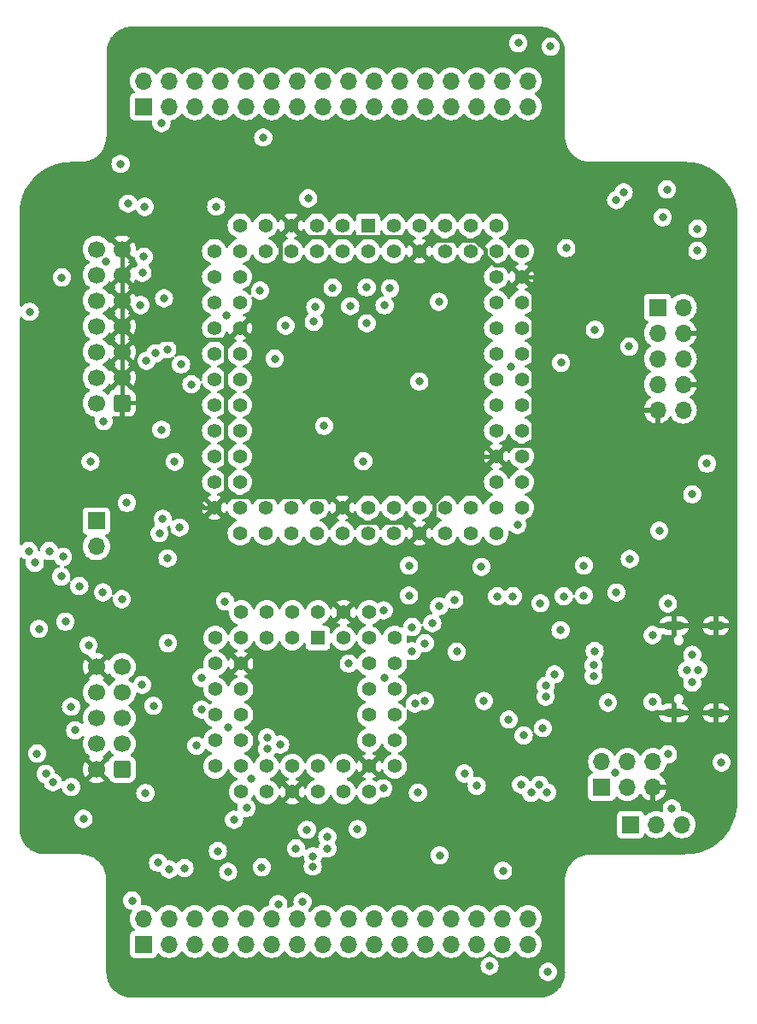
<source format=gbr>
%TF.GenerationSoftware,KiCad,Pcbnew,7.0.9*%
%TF.CreationDate,2024-04-10T21:38:01+01:00*%
%TF.ProjectId,ATF15xxProgBoard,41544631-3578-4785-9072-6f67426f6172,2*%
%TF.SameCoordinates,Original*%
%TF.FileFunction,Copper,L2,Inr*%
%TF.FilePolarity,Positive*%
%FSLAX46Y46*%
G04 Gerber Fmt 4.6, Leading zero omitted, Abs format (unit mm)*
G04 Created by KiCad (PCBNEW 7.0.9) date 2024-04-10 21:38:01*
%MOMM*%
%LPD*%
G01*
G04 APERTURE LIST*
G04 Aperture macros list*
%AMRoundRect*
0 Rectangle with rounded corners*
0 $1 Rounding radius*
0 $2 $3 $4 $5 $6 $7 $8 $9 X,Y pos of 4 corners*
0 Add a 4 corners polygon primitive as box body*
4,1,4,$2,$3,$4,$5,$6,$7,$8,$9,$2,$3,0*
0 Add four circle primitives for the rounded corners*
1,1,$1+$1,$2,$3*
1,1,$1+$1,$4,$5*
1,1,$1+$1,$6,$7*
1,1,$1+$1,$8,$9*
0 Add four rect primitives between the rounded corners*
20,1,$1+$1,$2,$3,$4,$5,0*
20,1,$1+$1,$4,$5,$6,$7,0*
20,1,$1+$1,$6,$7,$8,$9,0*
20,1,$1+$1,$8,$9,$2,$3,0*%
G04 Aperture macros list end*
%TA.AperFunction,ComponentPad*%
%ADD10O,1.700000X1.700000*%
%TD*%
%TA.AperFunction,ComponentPad*%
%ADD11R,1.700000X1.700000*%
%TD*%
%TA.AperFunction,ComponentPad*%
%ADD12R,1.422400X1.422400*%
%TD*%
%TA.AperFunction,ComponentPad*%
%ADD13C,1.422400*%
%TD*%
%TA.AperFunction,ComponentPad*%
%ADD14RoundRect,0.250000X0.600000X0.600000X-0.600000X0.600000X-0.600000X-0.600000X0.600000X-0.600000X0*%
%TD*%
%TA.AperFunction,ComponentPad*%
%ADD15C,1.700000*%
%TD*%
%TA.AperFunction,ComponentPad*%
%ADD16O,1.700000X0.900000*%
%TD*%
%TA.AperFunction,ComponentPad*%
%ADD17O,2.000000X0.900000*%
%TD*%
%TA.AperFunction,ViaPad*%
%ADD18C,0.800000*%
%TD*%
%TA.AperFunction,Conductor*%
%ADD19C,0.400000*%
%TD*%
G04 APERTURE END LIST*
D10*
%TO.N,VBUS*%
%TO.C,JP2*%
X169788600Y-126593600D03*
%TO.N,VCC*%
X167248600Y-126593600D03*
D11*
%TO.N,+3V3*%
X164708600Y-126593600D03*
%TD*%
D12*
%TO.N,GCLR{slash}I*%
%TO.C,U1*%
X133710000Y-108120000D03*
D13*
%TO.N,GCL2{slash}I*%
X131170000Y-105580000D03*
%TO.N,VCC*%
X131170000Y-108120000D03*
%TO.N,/IO1*%
X128630000Y-105580000D03*
%TO.N,/IO2*%
X128630000Y-108120000D03*
%TO.N,/IO3*%
X126090000Y-105580000D03*
%TO.N,TDI*%
X123550000Y-108120000D03*
%TO.N,/IO5*%
X126090000Y-108120000D03*
%TO.N,/IO6*%
X123550000Y-110660000D03*
%TO.N,GND*%
X126090000Y-110660000D03*
%TO.N,/IO7*%
X123550000Y-113200000D03*
%TO.N,/IO8*%
X126090000Y-113200000D03*
%TO.N,TMS*%
X123550000Y-115740000D03*
%TO.N,/IO10*%
X126090000Y-115740000D03*
%TO.N,VCC*%
X123550000Y-118280000D03*
%TO.N,/IO11*%
X126090000Y-118280000D03*
%TO.N,/IO12*%
X123550000Y-120820000D03*
%TO.N,/IO13*%
X126090000Y-123360000D03*
%TO.N,/IO14*%
X126090000Y-120820000D03*
%TO.N,/IO15*%
X128630000Y-123360000D03*
%TO.N,/IO16*%
X128630000Y-120820000D03*
%TO.N,GND*%
X131170000Y-123360000D03*
%TO.N,VCC*%
X131170000Y-120820000D03*
%TO.N,/IO17*%
X133710000Y-123360000D03*
%TO.N,/IO18*%
X133710000Y-120820000D03*
%TO.N,/IO19*%
X136250000Y-123360000D03*
%TO.N,/IO20*%
X136250000Y-120820000D03*
%TO.N,/IO21*%
X138790000Y-123360000D03*
%TO.N,/IO22*%
X141330000Y-120820000D03*
%TO.N,GND*%
X138790000Y-120820000D03*
%TO.N,/IO23*%
X141330000Y-118280000D03*
%TO.N,TCK*%
X138790000Y-118280000D03*
%TO.N,/IO25*%
X141330000Y-115740000D03*
%TO.N,/IO26*%
X138790000Y-115740000D03*
%TO.N,VCC*%
X141330000Y-113200000D03*
%TO.N,/IO27*%
X138790000Y-113200000D03*
%TO.N,/IO28*%
X141330000Y-110660000D03*
%TO.N,TDO*%
X138790000Y-110660000D03*
%TO.N,/IO30*%
X141330000Y-108120000D03*
%TO.N,/IO31*%
X138790000Y-105580000D03*
%TO.N,/IO32*%
X138790000Y-108120000D03*
%TO.N,GND*%
X136250000Y-105580000D03*
%TO.N,GCLK1{slash}I*%
X136250000Y-108120000D03*
%TO.N,OE1{slash}I*%
X133710000Y-105580000D03*
%TD*%
D12*
%TO.N,GCLR{slash}I*%
%TO.C,U2*%
X138690000Y-67260000D03*
D13*
%TO.N,GCL2{slash}I*%
X138690000Y-69800000D03*
%TO.N,/IO1*%
X136150000Y-67260000D03*
%TO.N,/IO2*%
X136150000Y-69800000D03*
%TO.N,/IO3*%
X133610000Y-67260000D03*
%TO.N,/IO5*%
X133610000Y-69800000D03*
%TO.N,GND*%
X131070000Y-67260000D03*
%TO.N,/IO6*%
X131070000Y-69800000D03*
%TO.N,/IO7*%
X128530000Y-67260000D03*
%TO.N,/IO8*%
X128530000Y-69800000D03*
%TO.N,/IO10*%
X125990000Y-67260000D03*
%TO.N,/IO11*%
X123450000Y-69800000D03*
%TO.N,VCC*%
X125990000Y-69800000D03*
%TO.N,TDI*%
X123450000Y-72340000D03*
%TO.N,/IO12*%
X125990000Y-72340000D03*
%TO.N,/IO13*%
X123450000Y-74880000D03*
%TO.N,/IO14*%
X125990000Y-74880000D03*
%TO.N,/IO15*%
X123450000Y-77420000D03*
%TO.N,GND*%
X125990000Y-77420000D03*
%TO.N,/IO16*%
X123450000Y-79960000D03*
%TO.N,/IO17*%
X125990000Y-79960000D03*
%TO.N,/IO18*%
X123450000Y-82500000D03*
%TO.N,TMS*%
X125990000Y-82500000D03*
%TO.N,/IO19*%
X123450000Y-85040000D03*
%TO.N,/IO20*%
X125990000Y-85040000D03*
%TO.N,VCC*%
X123450000Y-87580000D03*
%TO.N,/IO21*%
X125990000Y-87580000D03*
%TO.N,/IO22*%
X123450000Y-90120000D03*
%TO.N,/IO23*%
X125990000Y-90120000D03*
%TO.N,/IO25*%
X123450000Y-92660000D03*
%TO.N,/IO26*%
X125990000Y-92660000D03*
%TO.N,GND*%
X123450000Y-95200000D03*
%TO.N,/IO27*%
X125990000Y-97740000D03*
%TO.N,/IO28*%
X125990000Y-95200000D03*
%TO.N,/IO30*%
X128530000Y-97740000D03*
%TO.N,/IO31*%
X128530000Y-95200000D03*
%TO.N,/IO32*%
X131070000Y-97740000D03*
%TO.N,VCC*%
X131070000Y-95200000D03*
%TO.N,/IO33*%
X133610000Y-97740000D03*
%TO.N,/IO34*%
X133610000Y-95200000D03*
%TO.N,/IO35*%
X136150000Y-97740000D03*
%TO.N,GND*%
X136150000Y-95200000D03*
%TO.N,VCC*%
X138690000Y-97740000D03*
%TO.N,/IO36*%
X138690000Y-95200000D03*
%TO.N,/IO37*%
X141230000Y-97740000D03*
%TO.N,/IO38*%
X141230000Y-95200000D03*
%TO.N,GND*%
X143770000Y-97740000D03*
%TO.N,/IO39*%
X143770000Y-95200000D03*
%TO.N,/IO40*%
X146310000Y-97740000D03*
%TO.N,/IO41*%
X146310000Y-95200000D03*
%TO.N,/IO42*%
X148850000Y-97740000D03*
%TO.N,/IO43*%
X148850000Y-95200000D03*
%TO.N,VCC*%
X151390000Y-97740000D03*
%TO.N,/IO44*%
X153930000Y-95200000D03*
%TO.N,/IO45*%
X151390000Y-95200000D03*
%TO.N,/IO46*%
X153930000Y-92660000D03*
%TO.N,/IO47*%
X151390000Y-92660000D03*
%TO.N,/IO48*%
X153930000Y-90120000D03*
%TO.N,GND*%
X151390000Y-90120000D03*
%TO.N,/IO49*%
X153930000Y-87580000D03*
%TO.N,/IO50*%
X151390000Y-87580000D03*
%TO.N,TCK*%
X153930000Y-85040000D03*
%TO.N,/IO52*%
X151390000Y-85040000D03*
%TO.N,/IO53*%
X153930000Y-82500000D03*
%TO.N,/IO54*%
X151390000Y-82500000D03*
%TO.N,VCC*%
X153930000Y-79960000D03*
%TO.N,/IO55*%
X151390000Y-79960000D03*
%TO.N,/IO56*%
X153930000Y-77420000D03*
%TO.N,/IO57*%
X151390000Y-77420000D03*
%TO.N,/IO58*%
X153930000Y-74880000D03*
%TO.N,TDO*%
X151390000Y-74880000D03*
%TO.N,GND*%
X153930000Y-72340000D03*
%TO.N,/IO60*%
X151390000Y-72340000D03*
%TO.N,/IO61*%
X153930000Y-69800000D03*
%TO.N,/IO62*%
X151390000Y-67260000D03*
%TO.N,/IO63*%
X151390000Y-69800000D03*
%TO.N,/IO64*%
X148850000Y-67260000D03*
%TO.N,VCC*%
X148850000Y-69800000D03*
%TO.N,/IO65*%
X146310000Y-67260000D03*
%TO.N,/IO66*%
X146310000Y-69800000D03*
%TO.N,GCLK3{slash}IO*%
X143770000Y-67260000D03*
%TO.N,GND*%
X143770000Y-69800000D03*
%TO.N,GCLK1{slash}I*%
X141230000Y-67260000D03*
%TO.N,OE1{slash}I*%
X141230000Y-69800000D03*
%TD*%
D11*
%TO.N,/IO1*%
%TO.C,J6*%
X116450000Y-138450000D03*
D10*
%TO.N,/IO2*%
X116450000Y-135910000D03*
%TO.N,/IO3*%
X118990000Y-138450000D03*
%TO.N,TDI*%
X118990000Y-135910000D03*
%TO.N,/IO5*%
X121530000Y-138450000D03*
%TO.N,/IO6*%
X121530000Y-135910000D03*
%TO.N,/IO7*%
X124070000Y-138450000D03*
%TO.N,/IO8*%
X124070000Y-135910000D03*
%TO.N,TMS*%
X126610000Y-138450000D03*
%TO.N,/IO10*%
X126610000Y-135910000D03*
%TO.N,/IO11*%
X129150000Y-138450000D03*
%TO.N,/IO12*%
X129150000Y-135910000D03*
%TO.N,/IO13*%
X131690000Y-138450000D03*
%TO.N,/IO14*%
X131690000Y-135910000D03*
%TO.N,/IO15*%
X134230000Y-138450000D03*
%TO.N,/IO16*%
X134230000Y-135910000D03*
%TO.N,/IO17*%
X136770000Y-138450000D03*
%TO.N,/IO18*%
X136770000Y-135910000D03*
%TO.N,/IO19*%
X139310000Y-138450000D03*
%TO.N,/IO20*%
X139310000Y-135910000D03*
%TO.N,/IO21*%
X141850000Y-138450000D03*
%TO.N,/IO22*%
X141850000Y-135910000D03*
%TO.N,/IO23*%
X144390000Y-138450000D03*
%TO.N,TCK*%
X144390000Y-135910000D03*
%TO.N,/IO25*%
X146930000Y-138450000D03*
%TO.N,/IO26*%
X146930000Y-135910000D03*
%TO.N,/IO27*%
X149470000Y-138450000D03*
%TO.N,/IO28*%
X149470000Y-135910000D03*
%TO.N,TDO*%
X152010000Y-138450000D03*
%TO.N,/IO30*%
X152010000Y-135910000D03*
%TO.N,/IO31*%
X154550000Y-138450000D03*
%TO.N,/IO32*%
X154550000Y-135910000D03*
%TD*%
D14*
%TO.N,GND*%
%TO.C,J2*%
X114300000Y-84840000D03*
D15*
%TO.N,Net-(J1-Pin_4)*%
X111760000Y-84840000D03*
%TO.N,GND*%
X114300000Y-82300000D03*
%TO.N,TMS*%
X111760000Y-82300000D03*
%TO.N,GND*%
X114300000Y-79760000D03*
%TO.N,TCK*%
X111760000Y-79760000D03*
%TO.N,GND*%
X114300000Y-77220000D03*
%TO.N,TDO*%
X111760000Y-77220000D03*
%TO.N,GND*%
X114300000Y-74680000D03*
%TO.N,TDI*%
X111760000Y-74680000D03*
%TO.N,GND*%
X114300000Y-72140000D03*
%TO.N,unconnected-(J2-Pin_12-Pad12)*%
X111760000Y-72140000D03*
%TO.N,GND*%
X114300000Y-69600000D03*
%TO.N,unconnected-(J2-Pin_14-Pad14)*%
X111760000Y-69600000D03*
%TD*%
D11*
%TO.N,/IO33*%
%TO.C,J7*%
X116450000Y-55470000D03*
D10*
%TO.N,/IO34*%
X116450000Y-52930000D03*
%TO.N,/IO35*%
X118990000Y-55470000D03*
%TO.N,/IO36*%
X118990000Y-52930000D03*
%TO.N,/IO37*%
X121530000Y-55470000D03*
%TO.N,/IO38*%
X121530000Y-52930000D03*
%TO.N,/IO39*%
X124070000Y-55470000D03*
%TO.N,/IO40*%
X124070000Y-52930000D03*
%TO.N,/IO41*%
X126610000Y-55470000D03*
%TO.N,/IO42*%
X126610000Y-52930000D03*
%TO.N,/IO43*%
X129150000Y-55470000D03*
%TO.N,/IO44*%
X129150000Y-52930000D03*
%TO.N,/IO45*%
X131690000Y-55470000D03*
%TO.N,/IO46*%
X131690000Y-52930000D03*
%TO.N,/IO47*%
X134230000Y-55470000D03*
%TO.N,/IO48*%
X134230000Y-52930000D03*
%TO.N,/IO49*%
X136770000Y-55470000D03*
%TO.N,/IO50*%
X136770000Y-52930000D03*
%TO.N,/IO52*%
X139310000Y-55470000D03*
%TO.N,/IO53*%
X139310000Y-52930000D03*
%TO.N,/IO54*%
X141850000Y-55470000D03*
%TO.N,/IO55*%
X141850000Y-52930000D03*
%TO.N,/IO56*%
X144390000Y-55470000D03*
%TO.N,/IO57*%
X144390000Y-52930000D03*
%TO.N,/IO58*%
X146930000Y-55470000D03*
%TO.N,/IO60*%
X146930000Y-52930000D03*
%TO.N,/IO61*%
X149470000Y-55470000D03*
%TO.N,/IO62*%
X149470000Y-52930000D03*
%TO.N,/IO63*%
X152010000Y-55470000D03*
%TO.N,/IO64*%
X152010000Y-52930000D03*
%TO.N,/IO65*%
X154550000Y-55470000D03*
%TO.N,/IO66*%
X154550000Y-52930000D03*
%TD*%
D11*
%TO.N,VCC*%
%TO.C,J10*%
X161848800Y-122910600D03*
D10*
%TO.N,/PDO*%
X161848800Y-120370600D03*
%TO.N,/PDI*%
X164388800Y-122910600D03*
%TO.N,/SCLK*%
X164388800Y-120370600D03*
%TO.N,GND*%
X166928800Y-122910600D03*
%TO.N,/~{RESET}*%
X166928800Y-120370600D03*
%TD*%
D16*
%TO.N,GND*%
%TO.C,J9*%
X173151800Y-106908600D03*
D17*
X168981800Y-106908600D03*
D16*
X173151800Y-115548600D03*
D17*
X168981800Y-115548600D03*
%TD*%
D11*
%TO.N,GCLR{slash}I*%
%TO.C,J8*%
X167370000Y-75360000D03*
D10*
%TO.N,GCLK1{slash}I*%
X169910000Y-75360000D03*
%TO.N,VCC*%
X167370000Y-77900000D03*
%TO.N,GND*%
X169910000Y-77900000D03*
%TO.N,OE1{slash}I*%
X167370000Y-80440000D03*
%TO.N,GCL2{slash}I*%
X169910000Y-80440000D03*
%TO.N,VCC*%
X167370000Y-82980000D03*
%TO.N,GND*%
X169910000Y-82980000D03*
X167370000Y-85520000D03*
%TO.N,GCLK3{slash}IO*%
X169910000Y-85520000D03*
%TD*%
D11*
%TO.N,unconnected-(JP1-A-Pad1)*%
%TO.C,JP1*%
X111760000Y-96520000D03*
D10*
%TO.N,Net-(J1-Pin_4)*%
X111760000Y-99060000D03*
%TD*%
D14*
%TO.N,TCK*%
%TO.C,J1*%
X114300000Y-121120000D03*
D15*
%TO.N,GND*%
X111760000Y-121120000D03*
%TO.N,TDO*%
X114300000Y-118580000D03*
%TO.N,Net-(J1-Pin_4)*%
X111760000Y-118580000D03*
%TO.N,TMS*%
X114300000Y-116040000D03*
%TO.N,unconnected-(J1-Pin_6-Pad6)*%
X111760000Y-116040000D03*
%TO.N,unconnected-(J1-Pin_7-Pad7)*%
X114300000Y-113500000D03*
%TO.N,unconnected-(J1-Pin_8-Pad8)*%
X111760000Y-113500000D03*
%TO.N,TDI*%
X114300000Y-110960000D03*
%TO.N,GND*%
X111760000Y-110960000D03*
%TD*%
D18*
%TO.N,VCC*%
X168783000Y-124993400D03*
X163169600Y-121462800D03*
%TO.N,VBUS*%
X168402000Y-119629344D03*
%TO.N,+3V3*%
X173710600Y-120446800D03*
%TO.N,GND*%
X172364400Y-119583200D03*
%TO.N,VCC*%
X167888632Y-66446400D03*
X170815000Y-93878400D03*
X171323418Y-67571700D03*
X162461985Y-114504400D03*
X160070800Y-103911400D03*
X147472400Y-109474000D03*
X157759400Y-107340400D03*
X160070800Y-100939600D03*
X142748000Y-103911400D03*
X164617400Y-100279200D03*
X171323418Y-69748400D03*
X163271200Y-64719200D03*
X142748000Y-100939600D03*
%TO.N,GND*%
X160502600Y-74828400D03*
X153664863Y-101739800D03*
X160502600Y-79121000D03*
X150088600Y-106680000D03*
X148623495Y-124346800D03*
X160502600Y-70281800D03*
X159156400Y-98171000D03*
X161823400Y-104165400D03*
X149897000Y-111258017D03*
X148920305Y-114564569D03*
X170713400Y-96875600D03*
X159987280Y-125071571D03*
X160502600Y-72364600D03*
X152577800Y-106680000D03*
X163296600Y-95199200D03*
X163110771Y-67168800D03*
%TO.N,TCK*%
X156438600Y-123418600D03*
X156502101Y-141185901D03*
X134645400Y-127812800D03*
%TO.N,TDO*%
X118205900Y-57100700D03*
X153568800Y-49181000D03*
X129980200Y-118653300D03*
X118468500Y-74465500D03*
X155676600Y-122656600D03*
X158077339Y-103974800D03*
%TO.N,TMS*%
X153851157Y-122649767D03*
%TO.N,TDI*%
X154838400Y-123444000D03*
X108695800Y-106492800D03*
%TO.N,GCLR{slash}I*%
X152803130Y-81249716D03*
X161161200Y-77577300D03*
X114294400Y-104268800D03*
X114776500Y-94723600D03*
X145702100Y-74814900D03*
%TO.N,GCLK1{slash}I*%
X158328700Y-69496200D03*
X136775700Y-110644000D03*
X156771300Y-49530000D03*
%TO.N,OE1{slash}I*%
X145043200Y-106658200D03*
X172262800Y-90830400D03*
X140316000Y-112086300D03*
X157810200Y-80848200D03*
%TO.N,GCL2{slash}I*%
X138557000Y-76936600D03*
X119513200Y-90652400D03*
X120002200Y-97176700D03*
X138210100Y-90599900D03*
X129438400Y-80441800D03*
X138546600Y-73391506D03*
X164566600Y-79248000D03*
X136919700Y-75245500D03*
X140321000Y-75165900D03*
%TO.N,VBUS*%
X152615575Y-116191975D03*
X168402000Y-104698800D03*
X166880000Y-114450000D03*
X166880000Y-107820000D03*
%TO.N,Net-(U3-UCAP)*%
X149910800Y-101066600D03*
X150164800Y-114350800D03*
%TO.N,Net-(J9-D+-PadA6)*%
X170815000Y-109778800D03*
X170281600Y-111308509D03*
%TO.N,Net-(J9-D--PadA7)*%
X171399200Y-111261244D03*
X170815000Y-112522000D03*
%TO.N,/PDO*%
X148235471Y-121537929D03*
%TO.N,/PDI*%
X156007465Y-117036600D03*
%TO.N,/SCLK*%
X154101804Y-117761600D03*
%TO.N,/~{RESET}*%
X149454671Y-122757129D03*
%TO.N,/USBD-*%
X161024400Y-110826800D03*
X156286200Y-112860600D03*
%TO.N,/USBD+*%
X161024400Y-111876800D03*
X156286200Y-113910600D03*
%TO.N,/~{RDY}*%
X164007800Y-63957200D03*
X157175200Y-111709200D03*
%TO.N,/~{ACT}*%
X161137600Y-109397800D03*
X168300400Y-63677800D03*
%TO.N,/VPP_EN*%
X167538400Y-97485200D03*
X163296600Y-103606600D03*
%TO.N,/IO1*%
X107461835Y-122402562D03*
X118207300Y-87479100D03*
X143764000Y-82702400D03*
X115303900Y-134118000D03*
X135164800Y-73409400D03*
X118335200Y-96315600D03*
X118018300Y-97738000D03*
X108440100Y-100072700D03*
%TO.N,/IO2*%
X110986300Y-108851400D03*
X155753300Y-104678970D03*
X112407600Y-103597100D03*
%TO.N,/IO3*%
X108342300Y-72404200D03*
X114903900Y-65085300D03*
X132759000Y-64562800D03*
X105878000Y-119562600D03*
X107092100Y-99495800D03*
%TO.N,/IO5*%
X143062400Y-107026300D03*
X150723600Y-140600200D03*
X152061900Y-131170000D03*
%TO.N,/IO6*%
X112746800Y-70829300D03*
X117875400Y-130370400D03*
X105058400Y-99494600D03*
%TO.N,/IO7*%
X127990400Y-73704300D03*
X130511900Y-77175100D03*
X118790700Y-79510900D03*
X118859900Y-108623400D03*
X118814900Y-100224700D03*
X108279600Y-102019400D03*
%TO.N,/IO8*%
X116294900Y-112755000D03*
X120495600Y-130897200D03*
X122177100Y-112052100D03*
X133304400Y-76786500D03*
X120155700Y-81007000D03*
X116619800Y-123465700D03*
%TO.N,/IO10*%
X116465500Y-70354500D03*
X106075800Y-107208600D03*
X117412600Y-114831800D03*
%TO.N,/IO11*%
X109663700Y-117253800D03*
X116560300Y-65402900D03*
X123632600Y-65385200D03*
X105162400Y-75797200D03*
X124798200Y-116973500D03*
X106752800Y-121574800D03*
X109261625Y-122875375D03*
X118987800Y-131031993D03*
X105666200Y-100658500D03*
%TO.N,/IO12*%
X109254400Y-114917400D03*
X116333700Y-71943800D03*
%TO.N,/IO13*%
X124671000Y-76174100D03*
X132192800Y-134244500D03*
X129794000Y-134467600D03*
%TO.N,/IO14*%
X116138500Y-75143000D03*
%TO.N,/IO15*%
X123799925Y-129209475D03*
X131546600Y-128955800D03*
X116725400Y-80655500D03*
%TO.N,/IO16*%
X133197598Y-130733800D03*
X117623800Y-79922800D03*
X128156024Y-130822374D03*
X122199000Y-115197300D03*
X125407500Y-126112800D03*
%TO.N,/IO17*%
X126640000Y-124949200D03*
%TO.N,/IO18*%
X121676100Y-118780300D03*
X124815925Y-131266875D03*
X121179400Y-82976800D03*
X128676400Y-117983002D03*
%TO.N,/IO19*%
X132624100Y-127105600D03*
%TO.N,/IO20*%
X133217478Y-129733813D03*
X127131600Y-122019300D03*
%TO.N,/IO21*%
X134648192Y-128978406D03*
%TO.N,/IO22*%
X137642602Y-127050800D03*
X140188800Y-123001000D03*
%TO.N,/IO23*%
X145778100Y-129641600D03*
X144323000Y-114348600D03*
%TO.N,/IO25*%
X110488225Y-126032375D03*
X124507800Y-104493100D03*
X110073000Y-102963000D03*
%TO.N,/IO26*%
X128689023Y-119102461D03*
%TO.N,/IO27*%
X143336600Y-114593200D03*
X143627793Y-123433393D03*
%TO.N,/IO28*%
X147237404Y-104315600D03*
X151480378Y-103974800D03*
%TO.N,/IO30*%
X145728100Y-104968200D03*
X153035000Y-103974800D03*
X140232400Y-105379000D03*
%TO.N,/IO31*%
X144320700Y-108634000D03*
%TO.N,/IO32*%
X143040800Y-109418400D03*
%TO.N,/IO36*%
X114161700Y-61154500D03*
X112494200Y-86636600D03*
X111178800Y-90633500D03*
X134324700Y-87109300D03*
%TO.N,/IO38*%
X153482777Y-96910626D03*
%TO.N,/IO45*%
X128302300Y-58535300D03*
%TO.N,/IO47*%
X133460100Y-75318700D03*
%TO.N,/IO52*%
X140859100Y-73480500D03*
%TD*%
D19*
%TO.N,GND*%
X124561200Y-78848800D02*
X124561200Y-94088800D01*
X125990000Y-77420000D02*
X124561200Y-78848800D01*
X136150000Y-95200000D02*
X135038800Y-94088800D01*
X171440000Y-77900000D02*
X169910000Y-77900000D01*
X155041200Y-73451200D02*
X155041200Y-88558801D01*
X129958800Y-73451200D02*
X129958800Y-68371200D01*
X114300000Y-87055788D02*
X114300000Y-84840000D01*
X171510000Y-82980000D02*
X172160000Y-82330000D01*
X153930000Y-72340000D02*
X155041200Y-73451200D01*
X124561200Y-94088800D02*
X123450000Y-95200000D01*
X145198800Y-96311200D02*
X145198800Y-94711200D01*
X124878800Y-78531200D02*
X125990000Y-77420000D01*
X152501200Y-89008800D02*
X151390000Y-90120000D01*
X160502600Y-72364600D02*
X160520000Y-72340000D01*
X114300000Y-72140000D02*
X114300000Y-74680000D01*
X169910000Y-82980000D02*
X171510000Y-82980000D01*
X114300000Y-84840000D02*
X114300000Y-82300000D01*
X114300000Y-69600000D02*
X114300000Y-72140000D01*
X144881200Y-68688800D02*
X149310275Y-68688800D01*
X114300000Y-74680000D02*
X114300000Y-77220000D01*
X154591201Y-89008800D02*
X152501200Y-89008800D01*
X143770000Y-97740000D02*
X145198800Y-96311200D01*
X143770000Y-69800000D02*
X144881200Y-68688800D01*
X114300000Y-77220000D02*
X115611200Y-78531200D01*
X122444212Y-95200000D02*
X114300000Y-87055788D01*
X150278800Y-69657325D02*
X150278800Y-70260275D01*
X131070000Y-67260000D02*
X132181200Y-68371200D01*
X114300000Y-82300000D02*
X114300000Y-79760000D01*
X125990000Y-77420000D02*
X129958800Y-73451200D01*
X149310275Y-68688800D02*
X150278800Y-69657325D01*
X129958800Y-68371200D02*
X131070000Y-67260000D01*
X145198800Y-94711200D02*
X149790000Y-90120000D01*
X132181200Y-68371200D02*
X142341200Y-68371200D01*
X150278800Y-70260275D02*
X151208525Y-71190000D01*
X114300000Y-77220000D02*
X114300000Y-79760000D01*
X151208525Y-71190000D02*
X152780000Y-71190000D01*
X153930000Y-72340000D02*
X160502600Y-72364600D01*
X136150000Y-95200000D02*
X137578800Y-96628800D01*
X115611200Y-78531200D02*
X124878800Y-78531200D01*
X149790000Y-90120000D02*
X151390000Y-90120000D01*
X152780000Y-71190000D02*
X153930000Y-72340000D01*
X135038800Y-94088800D02*
X124561200Y-94088800D01*
X172160000Y-78620000D02*
X171440000Y-77900000D01*
X142341200Y-68371200D02*
X143770000Y-69800000D01*
X142658800Y-96628800D02*
X143770000Y-97740000D01*
X137578800Y-96628800D02*
X142658800Y-96628800D01*
X123450000Y-95200000D02*
X122444212Y-95200000D01*
X155041200Y-88558801D02*
X154591201Y-89008800D01*
X172160000Y-82330000D02*
X172160000Y-78620000D01*
%TD*%
%TA.AperFunction,Conductor*%
%TO.N,GND*%
G36*
X129948812Y-121127054D02*
G01*
X130002690Y-121171539D01*
X130019775Y-121208949D01*
X130027023Y-121236001D01*
X130027025Y-121236005D01*
X130027026Y-121236009D01*
X130097221Y-121386544D01*
X130116629Y-121428164D01*
X130116631Y-121428168D01*
X130238235Y-121601836D01*
X130238240Y-121601842D01*
X130388157Y-121751759D01*
X130388163Y-121751764D01*
X130561831Y-121873368D01*
X130561833Y-121873369D01*
X130561836Y-121873371D01*
X130753991Y-121962974D01*
X130753997Y-121962975D01*
X130753998Y-121962976D01*
X130782014Y-121970483D01*
X130841675Y-122006848D01*
X130872204Y-122069695D01*
X130863909Y-122139070D01*
X130819424Y-122192948D01*
X130782014Y-122210033D01*
X130754170Y-122217493D01*
X130754161Y-122217497D01*
X130562084Y-122307064D01*
X130508286Y-122344732D01*
X131125600Y-122962046D01*
X131044852Y-122974835D01*
X130931955Y-123032359D01*
X130842359Y-123121955D01*
X130784835Y-123234852D01*
X130772046Y-123315600D01*
X130154732Y-122698286D01*
X130117064Y-122752084D01*
X130027497Y-122944161D01*
X130027493Y-122944170D01*
X130020033Y-122972014D01*
X129983668Y-123031675D01*
X129920821Y-123062204D01*
X129851445Y-123053909D01*
X129797568Y-123009424D01*
X129780483Y-122972014D01*
X129772976Y-122943998D01*
X129772975Y-122943996D01*
X129772974Y-122943991D01*
X129683371Y-122751836D01*
X129683369Y-122751833D01*
X129683368Y-122751831D01*
X129561764Y-122578163D01*
X129561759Y-122578157D01*
X129411842Y-122428240D01*
X129411836Y-122428235D01*
X129238168Y-122306631D01*
X129238164Y-122306629D01*
X129172505Y-122276012D01*
X129046009Y-122217026D01*
X129046005Y-122217025D01*
X129046001Y-122217023D01*
X129018949Y-122209775D01*
X128959288Y-122173410D01*
X128928759Y-122110563D01*
X128937054Y-122041188D01*
X128981539Y-121987310D01*
X129018949Y-121970225D01*
X129036930Y-121965406D01*
X129046009Y-121962974D01*
X129238164Y-121873371D01*
X129411841Y-121751761D01*
X129561761Y-121601841D01*
X129683371Y-121428164D01*
X129772974Y-121236009D01*
X129780225Y-121208949D01*
X129816590Y-121149288D01*
X129879437Y-121118759D01*
X129948812Y-121127054D01*
G37*
%TD.AperFunction*%
%TA.AperFunction,Conductor*%
G36*
X132488812Y-121127054D02*
G01*
X132542690Y-121171539D01*
X132559775Y-121208949D01*
X132567023Y-121236001D01*
X132567025Y-121236005D01*
X132567026Y-121236009D01*
X132637221Y-121386544D01*
X132656629Y-121428164D01*
X132656631Y-121428168D01*
X132778235Y-121601836D01*
X132778240Y-121601842D01*
X132928157Y-121751759D01*
X132928163Y-121751764D01*
X133101831Y-121873368D01*
X133101833Y-121873369D01*
X133101836Y-121873371D01*
X133293991Y-121962974D01*
X133308717Y-121966919D01*
X133321051Y-121970225D01*
X133380711Y-122006591D01*
X133411240Y-122069438D01*
X133402945Y-122138813D01*
X133358459Y-122192691D01*
X133321051Y-122209775D01*
X133293996Y-122217024D01*
X133293989Y-122217027D01*
X133101835Y-122306629D01*
X133101831Y-122306631D01*
X132928163Y-122428235D01*
X132928157Y-122428240D01*
X132778240Y-122578157D01*
X132778235Y-122578163D01*
X132656631Y-122751831D01*
X132656629Y-122751835D01*
X132599022Y-122875375D01*
X132569829Y-122937981D01*
X132567027Y-122943989D01*
X132567023Y-122943999D01*
X132559515Y-122972018D01*
X132523149Y-123031677D01*
X132460301Y-123062205D01*
X132390926Y-123053908D01*
X132337049Y-123009421D01*
X132319965Y-122972011D01*
X132312505Y-122944166D01*
X132312502Y-122944161D01*
X132222936Y-122752086D01*
X132222933Y-122752082D01*
X132185265Y-122698286D01*
X131567953Y-123315598D01*
X131555165Y-123234852D01*
X131497641Y-123121955D01*
X131408045Y-123032359D01*
X131295148Y-122974835D01*
X131214400Y-122962046D01*
X131831712Y-122344733D01*
X131777913Y-122307062D01*
X131585838Y-122217497D01*
X131585829Y-122217493D01*
X131557985Y-122210033D01*
X131498325Y-122173669D01*
X131467795Y-122110822D01*
X131476089Y-122041446D01*
X131520574Y-121987568D01*
X131557986Y-121970483D01*
X131585999Y-121962977D01*
X131586000Y-121962976D01*
X131586009Y-121962974D01*
X131778164Y-121873371D01*
X131951841Y-121751761D01*
X132101761Y-121601841D01*
X132223371Y-121428164D01*
X132312974Y-121236009D01*
X132320225Y-121208949D01*
X132356590Y-121149288D01*
X132419437Y-121118759D01*
X132488812Y-121127054D01*
G37*
%TD.AperFunction*%
%TA.AperFunction,Conductor*%
G36*
X138404835Y-120945148D02*
G01*
X138462359Y-121058045D01*
X138551955Y-121147641D01*
X138664852Y-121205165D01*
X138745599Y-121217953D01*
X138128286Y-121835266D01*
X138182082Y-121872935D01*
X138182086Y-121872937D01*
X138374161Y-121962502D01*
X138374166Y-121962505D01*
X138402011Y-121969965D01*
X138461673Y-122006328D01*
X138492204Y-122069175D01*
X138483911Y-122138550D01*
X138439427Y-122192429D01*
X138402018Y-122209515D01*
X138373999Y-122217023D01*
X138373989Y-122217027D01*
X138181835Y-122306629D01*
X138181831Y-122306631D01*
X138008163Y-122428235D01*
X138008157Y-122428240D01*
X137858240Y-122578157D01*
X137858235Y-122578163D01*
X137736631Y-122751831D01*
X137736629Y-122751835D01*
X137679022Y-122875375D01*
X137649829Y-122937981D01*
X137647027Y-122943989D01*
X137647024Y-122943996D01*
X137639775Y-122971051D01*
X137603409Y-123030711D01*
X137540562Y-123061240D01*
X137471187Y-123052945D01*
X137417309Y-123008459D01*
X137400225Y-122971051D01*
X137393348Y-122945388D01*
X137392974Y-122943991D01*
X137303371Y-122751836D01*
X137303369Y-122751833D01*
X137303368Y-122751831D01*
X137181764Y-122578163D01*
X137181759Y-122578157D01*
X137031842Y-122428240D01*
X137031836Y-122428235D01*
X136858168Y-122306631D01*
X136858164Y-122306629D01*
X136792505Y-122276012D01*
X136666009Y-122217026D01*
X136666005Y-122217025D01*
X136666001Y-122217023D01*
X136638949Y-122209775D01*
X136579288Y-122173410D01*
X136548759Y-122110563D01*
X136557054Y-122041188D01*
X136601539Y-121987310D01*
X136638949Y-121970225D01*
X136656930Y-121965406D01*
X136666009Y-121962974D01*
X136858164Y-121873371D01*
X137031841Y-121751761D01*
X137181761Y-121601841D01*
X137303371Y-121428164D01*
X137392974Y-121236009D01*
X137393023Y-121235829D01*
X137400483Y-121207986D01*
X137436847Y-121148325D01*
X137499694Y-121117795D01*
X137569069Y-121126089D01*
X137622948Y-121170574D01*
X137640033Y-121207985D01*
X137647493Y-121235829D01*
X137647497Y-121235838D01*
X137737062Y-121427913D01*
X137774733Y-121481712D01*
X138392046Y-120864399D01*
X138404835Y-120945148D01*
G37*
%TD.AperFunction*%
%TA.AperFunction,Conductor*%
G36*
X137568812Y-108427054D02*
G01*
X137622690Y-108471539D01*
X137639775Y-108508949D01*
X137647023Y-108536001D01*
X137647025Y-108536005D01*
X137647026Y-108536009D01*
X137722517Y-108697900D01*
X137736629Y-108728164D01*
X137736631Y-108728168D01*
X137858235Y-108901836D01*
X137858240Y-108901842D01*
X138008157Y-109051759D01*
X138008163Y-109051764D01*
X138181831Y-109173368D01*
X138181833Y-109173369D01*
X138181836Y-109173371D01*
X138373991Y-109262974D01*
X138388717Y-109266919D01*
X138401051Y-109270225D01*
X138460711Y-109306591D01*
X138491240Y-109369438D01*
X138482945Y-109438813D01*
X138438459Y-109492691D01*
X138401051Y-109509775D01*
X138373996Y-109517024D01*
X138373989Y-109517027D01*
X138181835Y-109606629D01*
X138181831Y-109606631D01*
X138008163Y-109728235D01*
X138008157Y-109728240D01*
X137858240Y-109878157D01*
X137858235Y-109878163D01*
X137736631Y-110051831D01*
X137736628Y-110051837D01*
X137719282Y-110089035D01*
X137673109Y-110141473D01*
X137605915Y-110160624D01*
X137539034Y-110140407D01*
X137513331Y-110115937D01*
X137512581Y-110116613D01*
X137471228Y-110070686D01*
X137381571Y-109971112D01*
X137375993Y-109967059D01*
X137228434Y-109859851D01*
X137228429Y-109859848D01*
X137055507Y-109782857D01*
X137055502Y-109782855D01*
X136909701Y-109751865D01*
X136870346Y-109743500D01*
X136681054Y-109743500D01*
X136648597Y-109750398D01*
X136495897Y-109782855D01*
X136495892Y-109782857D01*
X136322970Y-109859848D01*
X136322965Y-109859851D01*
X136169829Y-109971111D01*
X136043166Y-110111785D01*
X135948521Y-110275715D01*
X135948518Y-110275722D01*
X135890027Y-110455740D01*
X135890026Y-110455744D01*
X135870240Y-110644000D01*
X135890026Y-110832256D01*
X135890027Y-110832259D01*
X135948518Y-111012277D01*
X135948521Y-111012284D01*
X136043167Y-111176216D01*
X136166826Y-111313553D01*
X136169829Y-111316888D01*
X136322965Y-111428148D01*
X136322970Y-111428151D01*
X136495892Y-111505142D01*
X136495897Y-111505144D01*
X136681054Y-111544500D01*
X136681055Y-111544500D01*
X136870344Y-111544500D01*
X136870346Y-111544500D01*
X137055503Y-111505144D01*
X137228430Y-111428151D01*
X137381571Y-111316888D01*
X137505099Y-111179696D01*
X137564585Y-111143048D01*
X137634442Y-111144379D01*
X137692490Y-111183265D01*
X137709630Y-111210264D01*
X137736629Y-111268164D01*
X137736631Y-111268168D01*
X137858235Y-111441836D01*
X137858240Y-111441842D01*
X138008157Y-111591759D01*
X138008163Y-111591764D01*
X138181831Y-111713368D01*
X138181833Y-111713369D01*
X138181836Y-111713371D01*
X138373991Y-111802974D01*
X138388717Y-111806919D01*
X138401051Y-111810225D01*
X138460711Y-111846591D01*
X138491240Y-111909438D01*
X138482945Y-111978813D01*
X138438459Y-112032691D01*
X138401051Y-112049775D01*
X138373996Y-112057024D01*
X138373989Y-112057027D01*
X138181835Y-112146629D01*
X138181831Y-112146631D01*
X138008163Y-112268235D01*
X138008157Y-112268240D01*
X137858240Y-112418157D01*
X137858235Y-112418163D01*
X137736631Y-112591831D01*
X137736629Y-112591835D01*
X137647027Y-112783989D01*
X137647023Y-112783998D01*
X137592152Y-112988781D01*
X137592150Y-112988791D01*
X137573672Y-113199999D01*
X137573672Y-113200000D01*
X137592150Y-113411208D01*
X137592152Y-113411218D01*
X137647023Y-113616001D01*
X137647025Y-113616005D01*
X137647026Y-113616009D01*
X137702705Y-113735413D01*
X137736629Y-113808164D01*
X137736631Y-113808168D01*
X137858235Y-113981836D01*
X137858240Y-113981842D01*
X138008157Y-114131759D01*
X138008163Y-114131764D01*
X138181831Y-114253368D01*
X138181833Y-114253369D01*
X138181836Y-114253371D01*
X138373991Y-114342974D01*
X138388717Y-114346919D01*
X138401051Y-114350225D01*
X138460711Y-114386591D01*
X138491240Y-114449438D01*
X138482945Y-114518813D01*
X138438459Y-114572691D01*
X138401051Y-114589775D01*
X138373996Y-114597024D01*
X138373989Y-114597027D01*
X138181835Y-114686629D01*
X138181831Y-114686631D01*
X138008163Y-114808235D01*
X138008157Y-114808240D01*
X137858240Y-114958157D01*
X137858235Y-114958163D01*
X137736631Y-115131831D01*
X137736629Y-115131835D01*
X137647027Y-115323989D01*
X137647023Y-115323998D01*
X137592152Y-115528781D01*
X137592150Y-115528791D01*
X137573672Y-115739999D01*
X137573672Y-115740000D01*
X137592150Y-115951208D01*
X137592152Y-115951218D01*
X137647023Y-116156001D01*
X137647025Y-116156005D01*
X137647026Y-116156009D01*
X137702705Y-116275413D01*
X137736629Y-116348164D01*
X137736631Y-116348168D01*
X137858235Y-116521836D01*
X137858240Y-116521842D01*
X138008157Y-116671759D01*
X138008163Y-116671764D01*
X138181831Y-116793368D01*
X138181833Y-116793369D01*
X138181836Y-116793371D01*
X138373991Y-116882974D01*
X138388717Y-116886919D01*
X138401051Y-116890225D01*
X138460711Y-116926591D01*
X138491240Y-116989438D01*
X138482945Y-117058813D01*
X138438459Y-117112691D01*
X138401051Y-117129775D01*
X138373996Y-117137024D01*
X138373989Y-117137027D01*
X138181835Y-117226629D01*
X138181831Y-117226631D01*
X138008163Y-117348235D01*
X138008157Y-117348240D01*
X137858240Y-117498157D01*
X137858235Y-117498163D01*
X137736631Y-117671831D01*
X137736629Y-117671835D01*
X137647027Y-117863989D01*
X137647023Y-117863998D01*
X137592152Y-118068781D01*
X137592150Y-118068791D01*
X137573672Y-118279999D01*
X137573672Y-118280000D01*
X137592150Y-118491208D01*
X137592152Y-118491218D01*
X137647023Y-118696001D01*
X137647025Y-118696005D01*
X137647026Y-118696009D01*
X137714897Y-118841559D01*
X137736629Y-118888164D01*
X137736631Y-118888168D01*
X137858235Y-119061836D01*
X137858240Y-119061842D01*
X138008157Y-119211759D01*
X138008163Y-119211764D01*
X138181831Y-119333368D01*
X138181833Y-119333369D01*
X138181836Y-119333371D01*
X138373991Y-119422974D01*
X138373997Y-119422975D01*
X138373998Y-119422976D01*
X138402014Y-119430483D01*
X138461675Y-119466848D01*
X138492204Y-119529695D01*
X138483909Y-119599070D01*
X138439424Y-119652948D01*
X138402014Y-119670033D01*
X138374170Y-119677493D01*
X138374161Y-119677497D01*
X138182084Y-119767064D01*
X138128286Y-119804732D01*
X138745600Y-120422046D01*
X138664852Y-120434835D01*
X138551955Y-120492359D01*
X138462359Y-120581955D01*
X138404835Y-120694852D01*
X138392046Y-120775600D01*
X137774732Y-120158286D01*
X137737064Y-120212084D01*
X137647497Y-120404161D01*
X137647493Y-120404170D01*
X137640033Y-120432014D01*
X137603668Y-120491675D01*
X137540821Y-120522204D01*
X137471445Y-120513909D01*
X137417568Y-120469424D01*
X137400483Y-120432014D01*
X137392976Y-120403998D01*
X137392975Y-120403996D01*
X137392974Y-120403991D01*
X137303371Y-120211836D01*
X137303369Y-120211833D01*
X137303368Y-120211831D01*
X137181764Y-120038163D01*
X137181759Y-120038157D01*
X137031842Y-119888240D01*
X137031836Y-119888235D01*
X136858168Y-119766631D01*
X136858164Y-119766629D01*
X136824345Y-119750859D01*
X136666009Y-119677026D01*
X136666005Y-119677025D01*
X136666001Y-119677023D01*
X136461218Y-119622152D01*
X136461208Y-119622150D01*
X136250001Y-119603672D01*
X136249999Y-119603672D01*
X136038791Y-119622150D01*
X136038781Y-119622152D01*
X135833998Y-119677023D01*
X135833989Y-119677027D01*
X135641835Y-119766629D01*
X135641831Y-119766631D01*
X135468163Y-119888235D01*
X135468157Y-119888240D01*
X135318240Y-120038157D01*
X135318235Y-120038163D01*
X135196631Y-120211831D01*
X135196629Y-120211835D01*
X135107027Y-120403989D01*
X135107024Y-120403996D01*
X135099775Y-120431051D01*
X135063409Y-120490711D01*
X135000562Y-120521240D01*
X134931187Y-120512945D01*
X134877309Y-120468459D01*
X134860225Y-120431051D01*
X134856919Y-120418717D01*
X134852974Y-120403991D01*
X134763371Y-120211836D01*
X134763369Y-120211833D01*
X134763368Y-120211831D01*
X134641764Y-120038163D01*
X134641759Y-120038157D01*
X134491842Y-119888240D01*
X134491836Y-119888235D01*
X134318168Y-119766631D01*
X134318164Y-119766629D01*
X134284345Y-119750859D01*
X134126009Y-119677026D01*
X134126005Y-119677025D01*
X134126001Y-119677023D01*
X133921218Y-119622152D01*
X133921208Y-119622150D01*
X133710001Y-119603672D01*
X133709999Y-119603672D01*
X133498791Y-119622150D01*
X133498781Y-119622152D01*
X133293998Y-119677023D01*
X133293989Y-119677027D01*
X133101835Y-119766629D01*
X133101831Y-119766631D01*
X132928163Y-119888235D01*
X132928157Y-119888240D01*
X132778240Y-120038157D01*
X132778235Y-120038163D01*
X132656631Y-120211831D01*
X132656629Y-120211835D01*
X132567027Y-120403989D01*
X132567024Y-120403996D01*
X132559775Y-120431051D01*
X132523409Y-120490711D01*
X132460562Y-120521240D01*
X132391187Y-120512945D01*
X132337309Y-120468459D01*
X132320225Y-120431051D01*
X132316919Y-120418717D01*
X132312974Y-120403991D01*
X132223371Y-120211836D01*
X132223369Y-120211833D01*
X132223368Y-120211831D01*
X132101764Y-120038163D01*
X132101759Y-120038157D01*
X131951842Y-119888240D01*
X131951836Y-119888235D01*
X131778168Y-119766631D01*
X131778164Y-119766629D01*
X131744345Y-119750859D01*
X131586009Y-119677026D01*
X131586005Y-119677025D01*
X131586001Y-119677023D01*
X131381218Y-119622152D01*
X131381208Y-119622150D01*
X131170001Y-119603672D01*
X131169999Y-119603672D01*
X130958791Y-119622150D01*
X130958781Y-119622152D01*
X130753998Y-119677023D01*
X130753989Y-119677027D01*
X130561835Y-119766629D01*
X130561831Y-119766631D01*
X130388163Y-119888235D01*
X130388157Y-119888240D01*
X130238240Y-120038157D01*
X130238235Y-120038163D01*
X130116631Y-120211831D01*
X130116629Y-120211835D01*
X130027027Y-120403989D01*
X130027024Y-120403996D01*
X130019775Y-120431051D01*
X129983409Y-120490711D01*
X129920562Y-120521240D01*
X129851187Y-120512945D01*
X129797309Y-120468459D01*
X129780225Y-120431051D01*
X129776919Y-120418717D01*
X129772974Y-120403991D01*
X129683371Y-120211836D01*
X129683369Y-120211833D01*
X129683368Y-120211831D01*
X129561764Y-120038163D01*
X129561759Y-120038157D01*
X129411841Y-119888239D01*
X129392581Y-119874753D01*
X129348956Y-119820176D01*
X129341764Y-119750678D01*
X129371554Y-119690209D01*
X129421556Y-119634677D01*
X129477973Y-119536958D01*
X129528538Y-119488745D01*
X129597145Y-119475521D01*
X129635793Y-119485680D01*
X129700397Y-119514444D01*
X129885554Y-119553800D01*
X129885555Y-119553800D01*
X130074844Y-119553800D01*
X130074846Y-119553800D01*
X130260003Y-119514444D01*
X130432930Y-119437451D01*
X130586071Y-119326188D01*
X130712733Y-119185516D01*
X130807379Y-119021584D01*
X130865874Y-118841556D01*
X130885660Y-118653300D01*
X130865874Y-118465044D01*
X130807379Y-118285016D01*
X130712733Y-118121084D01*
X130586071Y-117980412D01*
X130575794Y-117972945D01*
X130432934Y-117869151D01*
X130432929Y-117869148D01*
X130260007Y-117792157D01*
X130260002Y-117792155D01*
X130114201Y-117761165D01*
X130074846Y-117752800D01*
X129885554Y-117752800D01*
X129846199Y-117761165D01*
X129700398Y-117792155D01*
X129694214Y-117794165D01*
X129693440Y-117791783D01*
X129635312Y-117799545D01*
X129572052Y-117769882D01*
X129536263Y-117715309D01*
X129503581Y-117614723D01*
X129503578Y-117614717D01*
X129408933Y-117450786D01*
X129282271Y-117310114D01*
X129282114Y-117310000D01*
X129129134Y-117198853D01*
X129129129Y-117198850D01*
X128956207Y-117121859D01*
X128956202Y-117121857D01*
X128800257Y-117088711D01*
X128771046Y-117082502D01*
X128581754Y-117082502D01*
X128552543Y-117088711D01*
X128396597Y-117121857D01*
X128396592Y-117121859D01*
X128223670Y-117198850D01*
X128223665Y-117198853D01*
X128070529Y-117310113D01*
X127943866Y-117450787D01*
X127849221Y-117614717D01*
X127849218Y-117614724D01*
X127790727Y-117794742D01*
X127790726Y-117794746D01*
X127770940Y-117983002D01*
X127790726Y-118171258D01*
X127790727Y-118171261D01*
X127849218Y-118351279D01*
X127849223Y-118351291D01*
X127930267Y-118491664D01*
X127946740Y-118559564D01*
X127930268Y-118615662D01*
X127861843Y-118734179D01*
X127861841Y-118734183D01*
X127811307Y-118889712D01*
X127803349Y-118914205D01*
X127783563Y-119102461D01*
X127803349Y-119290717D01*
X127803350Y-119290720D01*
X127861841Y-119470738D01*
X127861844Y-119470745D01*
X127956489Y-119634676D01*
X127960845Y-119639514D01*
X127991073Y-119702507D01*
X127982446Y-119771842D01*
X127939817Y-119824059D01*
X127848159Y-119888239D01*
X127848157Y-119888240D01*
X127698240Y-120038157D01*
X127698235Y-120038163D01*
X127576631Y-120211831D01*
X127576629Y-120211835D01*
X127487027Y-120403989D01*
X127487024Y-120403996D01*
X127479775Y-120431051D01*
X127443409Y-120490711D01*
X127380562Y-120521240D01*
X127311187Y-120512945D01*
X127257309Y-120468459D01*
X127240225Y-120431051D01*
X127236919Y-120418717D01*
X127232974Y-120403991D01*
X127143371Y-120211836D01*
X127143369Y-120211833D01*
X127143368Y-120211831D01*
X127021764Y-120038163D01*
X127021759Y-120038157D01*
X126871842Y-119888240D01*
X126871836Y-119888235D01*
X126698168Y-119766631D01*
X126698164Y-119766629D01*
X126664345Y-119750859D01*
X126506009Y-119677026D01*
X126506005Y-119677025D01*
X126506001Y-119677023D01*
X126478949Y-119669775D01*
X126419288Y-119633410D01*
X126388759Y-119570563D01*
X126397054Y-119501188D01*
X126441539Y-119447310D01*
X126478949Y-119430225D01*
X126496930Y-119425406D01*
X126506009Y-119422974D01*
X126698164Y-119333371D01*
X126871841Y-119211761D01*
X127021761Y-119061841D01*
X127143371Y-118888164D01*
X127232974Y-118696009D01*
X127287849Y-118491213D01*
X127306328Y-118280000D01*
X127287849Y-118068787D01*
X127232974Y-117863991D01*
X127143371Y-117671836D01*
X127143369Y-117671833D01*
X127143368Y-117671831D01*
X127021764Y-117498163D01*
X127021759Y-117498157D01*
X126871842Y-117348240D01*
X126871836Y-117348235D01*
X126698168Y-117226631D01*
X126698164Y-117226629D01*
X126638598Y-117198853D01*
X126506009Y-117137026D01*
X126506005Y-117137025D01*
X126506001Y-117137023D01*
X126478949Y-117129775D01*
X126419288Y-117093410D01*
X126388759Y-117030563D01*
X126397054Y-116961188D01*
X126441539Y-116907310D01*
X126478949Y-116890225D01*
X126496930Y-116885406D01*
X126506009Y-116882974D01*
X126698164Y-116793371D01*
X126871841Y-116671761D01*
X127021761Y-116521841D01*
X127143371Y-116348164D01*
X127232974Y-116156009D01*
X127287849Y-115951213D01*
X127306328Y-115740000D01*
X127287849Y-115528787D01*
X127232974Y-115323991D01*
X127143371Y-115131836D01*
X127143369Y-115131833D01*
X127143368Y-115131831D01*
X127021764Y-114958163D01*
X127021759Y-114958157D01*
X126871842Y-114808240D01*
X126871836Y-114808235D01*
X126698168Y-114686631D01*
X126698164Y-114686629D01*
X126671156Y-114674035D01*
X126506009Y-114597026D01*
X126506005Y-114597025D01*
X126506001Y-114597023D01*
X126478949Y-114589775D01*
X126419288Y-114553410D01*
X126388759Y-114490563D01*
X126397054Y-114421188D01*
X126441539Y-114367310D01*
X126478949Y-114350225D01*
X126496930Y-114345406D01*
X126506009Y-114342974D01*
X126698164Y-114253371D01*
X126871841Y-114131761D01*
X127021761Y-113981841D01*
X127143371Y-113808164D01*
X127232974Y-113616009D01*
X127287849Y-113411213D01*
X127306328Y-113200000D01*
X127287849Y-112988787D01*
X127232974Y-112783991D01*
X127143371Y-112591836D01*
X127143369Y-112591833D01*
X127143368Y-112591831D01*
X127021764Y-112418163D01*
X127021759Y-112418157D01*
X126871842Y-112268240D01*
X126871836Y-112268235D01*
X126698168Y-112146631D01*
X126698164Y-112146629D01*
X126658469Y-112128119D01*
X126506009Y-112057026D01*
X126506005Y-112057024D01*
X126505998Y-112057022D01*
X126477982Y-112049515D01*
X126418323Y-112013149D01*
X126387795Y-111950302D01*
X126396091Y-111880926D01*
X126440577Y-111827049D01*
X126477989Y-111809965D01*
X126505830Y-111802505D01*
X126505838Y-111802502D01*
X126697911Y-111712938D01*
X126751712Y-111675265D01*
X126134401Y-111057953D01*
X126215148Y-111045165D01*
X126328045Y-110987641D01*
X126417641Y-110898045D01*
X126475165Y-110785148D01*
X126487953Y-110704400D01*
X127105265Y-111321711D01*
X127142938Y-111267911D01*
X127232502Y-111075838D01*
X127232506Y-111075829D01*
X127287354Y-110871131D01*
X127287356Y-110871120D01*
X127305827Y-110660001D01*
X127305827Y-110659998D01*
X127287356Y-110448879D01*
X127287354Y-110448868D01*
X127232506Y-110244170D01*
X127232502Y-110244161D01*
X127142936Y-110052086D01*
X127142933Y-110052082D01*
X127105265Y-109998286D01*
X126487953Y-110615598D01*
X126475165Y-110534852D01*
X126417641Y-110421955D01*
X126328045Y-110332359D01*
X126215148Y-110274835D01*
X126134400Y-110262046D01*
X126751712Y-109644733D01*
X126697913Y-109607062D01*
X126505838Y-109517497D01*
X126505829Y-109517493D01*
X126477985Y-109510033D01*
X126418325Y-109473669D01*
X126387795Y-109410822D01*
X126396089Y-109341446D01*
X126440574Y-109287568D01*
X126477986Y-109270483D01*
X126505999Y-109262977D01*
X126506000Y-109262976D01*
X126506009Y-109262974D01*
X126698164Y-109173371D01*
X126871841Y-109051761D01*
X127021761Y-108901841D01*
X127143371Y-108728164D01*
X127232974Y-108536009D01*
X127240225Y-108508949D01*
X127276590Y-108449288D01*
X127339437Y-108418759D01*
X127408812Y-108427054D01*
X127462690Y-108471539D01*
X127479775Y-108508949D01*
X127487023Y-108536001D01*
X127487025Y-108536005D01*
X127487026Y-108536009D01*
X127562517Y-108697900D01*
X127576629Y-108728164D01*
X127576631Y-108728168D01*
X127698235Y-108901836D01*
X127698240Y-108901842D01*
X127848157Y-109051759D01*
X127848163Y-109051764D01*
X128021831Y-109173368D01*
X128021833Y-109173369D01*
X128021836Y-109173371D01*
X128213991Y-109262974D01*
X128418787Y-109317849D01*
X128587757Y-109332632D01*
X128629999Y-109336328D01*
X128630000Y-109336328D01*
X128630001Y-109336328D01*
X128665202Y-109333248D01*
X128841213Y-109317849D01*
X129046009Y-109262974D01*
X129238164Y-109173371D01*
X129411841Y-109051761D01*
X129561761Y-108901841D01*
X129683371Y-108728164D01*
X129772974Y-108536009D01*
X129780225Y-108508949D01*
X129816590Y-108449288D01*
X129879437Y-108418759D01*
X129948812Y-108427054D01*
X130002690Y-108471539D01*
X130019775Y-108508949D01*
X130027023Y-108536001D01*
X130027025Y-108536005D01*
X130027026Y-108536009D01*
X130102517Y-108697900D01*
X130116629Y-108728164D01*
X130116631Y-108728168D01*
X130238235Y-108901836D01*
X130238240Y-108901842D01*
X130388157Y-109051759D01*
X130388163Y-109051764D01*
X130561831Y-109173368D01*
X130561833Y-109173369D01*
X130561836Y-109173371D01*
X130753991Y-109262974D01*
X130958787Y-109317849D01*
X131127757Y-109332632D01*
X131169999Y-109336328D01*
X131170000Y-109336328D01*
X131170001Y-109336328D01*
X131205202Y-109333248D01*
X131381213Y-109317849D01*
X131586009Y-109262974D01*
X131778164Y-109173371D01*
X131951841Y-109051761D01*
X132101761Y-108901841D01*
X132223371Y-108728164D01*
X132261920Y-108645494D01*
X132308089Y-108593058D01*
X132375282Y-108573905D01*
X132442164Y-108594120D01*
X132487499Y-108647284D01*
X132498300Y-108697900D01*
X132498300Y-108879069D01*
X132498301Y-108879076D01*
X132504708Y-108938683D01*
X132555002Y-109073528D01*
X132555006Y-109073535D01*
X132641252Y-109188744D01*
X132641255Y-109188747D01*
X132756464Y-109274993D01*
X132756471Y-109274997D01*
X132891317Y-109325291D01*
X132891316Y-109325291D01*
X132898244Y-109326035D01*
X132950927Y-109331700D01*
X134469072Y-109331699D01*
X134528683Y-109325291D01*
X134663531Y-109274996D01*
X134778746Y-109188746D01*
X134864996Y-109073531D01*
X134915291Y-108938683D01*
X134921700Y-108879073D01*
X134921700Y-108697900D01*
X134941383Y-108630864D01*
X134994187Y-108585109D01*
X135063345Y-108575165D01*
X135126901Y-108604190D01*
X135158081Y-108645498D01*
X135195112Y-108724911D01*
X135196629Y-108728163D01*
X135196631Y-108728168D01*
X135318235Y-108901836D01*
X135318240Y-108901842D01*
X135468157Y-109051759D01*
X135468163Y-109051764D01*
X135641831Y-109173368D01*
X135641833Y-109173369D01*
X135641836Y-109173371D01*
X135833991Y-109262974D01*
X136038787Y-109317849D01*
X136207757Y-109332632D01*
X136249999Y-109336328D01*
X136250000Y-109336328D01*
X136250001Y-109336328D01*
X136285202Y-109333248D01*
X136461213Y-109317849D01*
X136666009Y-109262974D01*
X136858164Y-109173371D01*
X137031841Y-109051761D01*
X137181761Y-108901841D01*
X137303371Y-108728164D01*
X137392974Y-108536009D01*
X137400225Y-108508949D01*
X137436590Y-108449288D01*
X137499437Y-108418759D01*
X137568812Y-108427054D01*
G37*
%TD.AperFunction*%
%TA.AperFunction,Conductor*%
G36*
X140108812Y-118587054D02*
G01*
X140162690Y-118631539D01*
X140179775Y-118668949D01*
X140187023Y-118696001D01*
X140187025Y-118696005D01*
X140187026Y-118696009D01*
X140254897Y-118841559D01*
X140276629Y-118888164D01*
X140276631Y-118888168D01*
X140398235Y-119061836D01*
X140398240Y-119061842D01*
X140548157Y-119211759D01*
X140548163Y-119211764D01*
X140721831Y-119333368D01*
X140721833Y-119333369D01*
X140721836Y-119333371D01*
X140913991Y-119422974D01*
X140928717Y-119426919D01*
X140941051Y-119430225D01*
X141000711Y-119466591D01*
X141031240Y-119529438D01*
X141022945Y-119598813D01*
X140978459Y-119652691D01*
X140941051Y-119669775D01*
X140913996Y-119677024D01*
X140913989Y-119677027D01*
X140721835Y-119766629D01*
X140721831Y-119766631D01*
X140548163Y-119888235D01*
X140548157Y-119888240D01*
X140398240Y-120038157D01*
X140398235Y-120038163D01*
X140276631Y-120211831D01*
X140276629Y-120211835D01*
X140187027Y-120403989D01*
X140187023Y-120403999D01*
X140179515Y-120432018D01*
X140143149Y-120491677D01*
X140080301Y-120522205D01*
X140010926Y-120513908D01*
X139957049Y-120469421D01*
X139939965Y-120432011D01*
X139932505Y-120404166D01*
X139932502Y-120404161D01*
X139842936Y-120212086D01*
X139842933Y-120212082D01*
X139805265Y-120158286D01*
X139187953Y-120775598D01*
X139175165Y-120694852D01*
X139117641Y-120581955D01*
X139028045Y-120492359D01*
X138915148Y-120434835D01*
X138834400Y-120422046D01*
X139451712Y-119804733D01*
X139397913Y-119767062D01*
X139205838Y-119677497D01*
X139205829Y-119677493D01*
X139177985Y-119670033D01*
X139118325Y-119633669D01*
X139087795Y-119570822D01*
X139096089Y-119501446D01*
X139140574Y-119447568D01*
X139177986Y-119430483D01*
X139205999Y-119422977D01*
X139206000Y-119422976D01*
X139206009Y-119422974D01*
X139398164Y-119333371D01*
X139571841Y-119211761D01*
X139721761Y-119061841D01*
X139843371Y-118888164D01*
X139932974Y-118696009D01*
X139940225Y-118668949D01*
X139976590Y-118609288D01*
X140039437Y-118578759D01*
X140108812Y-118587054D01*
G37*
%TD.AperFunction*%
%TA.AperFunction,Conductor*%
G36*
X125704835Y-110785148D02*
G01*
X125762359Y-110898045D01*
X125851955Y-110987641D01*
X125964852Y-111045165D01*
X126045599Y-111057953D01*
X125428286Y-111675266D01*
X125482082Y-111712935D01*
X125482086Y-111712937D01*
X125674161Y-111802502D01*
X125674166Y-111802505D01*
X125702011Y-111809965D01*
X125761673Y-111846328D01*
X125792204Y-111909175D01*
X125783911Y-111978550D01*
X125739427Y-112032429D01*
X125702018Y-112049515D01*
X125673999Y-112057023D01*
X125673989Y-112057027D01*
X125481835Y-112146629D01*
X125481831Y-112146631D01*
X125308163Y-112268235D01*
X125308157Y-112268240D01*
X125158240Y-112418157D01*
X125158235Y-112418163D01*
X125036631Y-112591831D01*
X125036629Y-112591835D01*
X124947027Y-112783989D01*
X124947024Y-112783996D01*
X124939775Y-112811051D01*
X124903409Y-112870711D01*
X124840562Y-112901240D01*
X124771187Y-112892945D01*
X124717309Y-112848459D01*
X124700225Y-112811051D01*
X124692975Y-112783996D01*
X124692974Y-112783991D01*
X124603371Y-112591836D01*
X124603369Y-112591833D01*
X124603368Y-112591831D01*
X124481764Y-112418163D01*
X124481759Y-112418157D01*
X124331842Y-112268240D01*
X124331836Y-112268235D01*
X124158168Y-112146631D01*
X124158164Y-112146629D01*
X124118469Y-112128119D01*
X123966009Y-112057026D01*
X123966005Y-112057025D01*
X123966001Y-112057023D01*
X123938949Y-112049775D01*
X123879288Y-112013410D01*
X123848759Y-111950563D01*
X123857054Y-111881188D01*
X123901539Y-111827310D01*
X123938949Y-111810225D01*
X123956930Y-111805406D01*
X123966009Y-111802974D01*
X124158164Y-111713371D01*
X124331841Y-111591761D01*
X124481761Y-111441841D01*
X124603371Y-111268164D01*
X124692974Y-111076009D01*
X124693023Y-111075829D01*
X124700483Y-111047986D01*
X124736847Y-110988325D01*
X124799694Y-110957795D01*
X124869069Y-110966089D01*
X124922948Y-111010574D01*
X124940033Y-111047985D01*
X124947493Y-111075829D01*
X124947497Y-111075838D01*
X125037062Y-111267913D01*
X125074733Y-111321712D01*
X125692046Y-110704399D01*
X125704835Y-110785148D01*
G37*
%TD.AperFunction*%
%TA.AperFunction,Conductor*%
G36*
X124868812Y-108427054D02*
G01*
X124922690Y-108471539D01*
X124939775Y-108508949D01*
X124947023Y-108536001D01*
X124947025Y-108536005D01*
X124947026Y-108536009D01*
X125022517Y-108697900D01*
X125036629Y-108728164D01*
X125036631Y-108728168D01*
X125158235Y-108901836D01*
X125158240Y-108901842D01*
X125308157Y-109051759D01*
X125308163Y-109051764D01*
X125481831Y-109173368D01*
X125481833Y-109173369D01*
X125481836Y-109173371D01*
X125673991Y-109262974D01*
X125673997Y-109262975D01*
X125673998Y-109262976D01*
X125702014Y-109270483D01*
X125761675Y-109306848D01*
X125792204Y-109369695D01*
X125783909Y-109439070D01*
X125739424Y-109492948D01*
X125702014Y-109510033D01*
X125674170Y-109517493D01*
X125674161Y-109517497D01*
X125482084Y-109607064D01*
X125428286Y-109644732D01*
X126045600Y-110262046D01*
X125964852Y-110274835D01*
X125851955Y-110332359D01*
X125762359Y-110421955D01*
X125704835Y-110534852D01*
X125692046Y-110615600D01*
X125074732Y-109998286D01*
X125037064Y-110052084D01*
X124947497Y-110244161D01*
X124947493Y-110244170D01*
X124940033Y-110272014D01*
X124903668Y-110331675D01*
X124840821Y-110362204D01*
X124771445Y-110353909D01*
X124717568Y-110309424D01*
X124700483Y-110272014D01*
X124692976Y-110243998D01*
X124692975Y-110243996D01*
X124692974Y-110243991D01*
X124603371Y-110051836D01*
X124603369Y-110051833D01*
X124603368Y-110051831D01*
X124481764Y-109878163D01*
X124481759Y-109878157D01*
X124331842Y-109728240D01*
X124331836Y-109728235D01*
X124158168Y-109606631D01*
X124158164Y-109606629D01*
X124104429Y-109581572D01*
X123966009Y-109517026D01*
X123966005Y-109517025D01*
X123966001Y-109517023D01*
X123938949Y-109509775D01*
X123879288Y-109473410D01*
X123848759Y-109410563D01*
X123857054Y-109341188D01*
X123901539Y-109287310D01*
X123938949Y-109270225D01*
X123956930Y-109265406D01*
X123966009Y-109262974D01*
X124158164Y-109173371D01*
X124331841Y-109051761D01*
X124481761Y-108901841D01*
X124603371Y-108728164D01*
X124692974Y-108536009D01*
X124700225Y-108508949D01*
X124736590Y-108449288D01*
X124799437Y-108418759D01*
X124868812Y-108427054D01*
G37*
%TD.AperFunction*%
%TA.AperFunction,Conductor*%
G36*
X137265265Y-106241711D02*
G01*
X137302938Y-106187911D01*
X137392502Y-105995838D01*
X137392505Y-105995830D01*
X137399965Y-105967989D01*
X137436328Y-105908327D01*
X137499174Y-105877796D01*
X137568549Y-105886088D01*
X137622429Y-105930571D01*
X137639515Y-105967982D01*
X137647022Y-105995998D01*
X137647024Y-105996005D01*
X137647026Y-105996009D01*
X137734718Y-106184065D01*
X137736628Y-106188161D01*
X137736631Y-106188168D01*
X137858235Y-106361836D01*
X137858240Y-106361842D01*
X138008157Y-106511759D01*
X138008163Y-106511764D01*
X138181831Y-106633368D01*
X138181833Y-106633369D01*
X138181836Y-106633371D01*
X138373991Y-106722974D01*
X138387964Y-106726718D01*
X138401051Y-106730225D01*
X138460711Y-106766591D01*
X138491240Y-106829438D01*
X138482945Y-106898813D01*
X138438459Y-106952691D01*
X138401051Y-106969775D01*
X138373996Y-106977024D01*
X138373989Y-106977027D01*
X138181835Y-107066629D01*
X138181831Y-107066631D01*
X138008163Y-107188235D01*
X138008157Y-107188240D01*
X137858240Y-107338157D01*
X137858235Y-107338163D01*
X137736631Y-107511831D01*
X137736629Y-107511835D01*
X137647027Y-107703989D01*
X137647024Y-107703996D01*
X137639775Y-107731051D01*
X137603409Y-107790711D01*
X137540562Y-107821240D01*
X137471187Y-107812945D01*
X137417309Y-107768459D01*
X137400225Y-107731051D01*
X137394231Y-107708684D01*
X137392974Y-107703991D01*
X137303371Y-107511836D01*
X137303369Y-107511833D01*
X137303368Y-107511831D01*
X137181764Y-107338163D01*
X137181759Y-107338157D01*
X137031842Y-107188240D01*
X137031836Y-107188235D01*
X136858168Y-107066631D01*
X136858164Y-107066629D01*
X136792160Y-107035851D01*
X136666009Y-106977026D01*
X136666005Y-106977024D01*
X136665998Y-106977022D01*
X136637982Y-106969515D01*
X136578323Y-106933149D01*
X136547795Y-106870302D01*
X136556091Y-106800926D01*
X136600577Y-106747049D01*
X136637989Y-106729965D01*
X136665830Y-106722505D01*
X136665838Y-106722502D01*
X136857911Y-106632938D01*
X136911712Y-106595265D01*
X136294401Y-105977953D01*
X136375148Y-105965165D01*
X136488045Y-105907641D01*
X136577641Y-105818045D01*
X136635165Y-105705148D01*
X136647953Y-105624400D01*
X137265265Y-106241711D01*
G37*
%TD.AperFunction*%
%TA.AperFunction,Conductor*%
G36*
X135864835Y-105705148D02*
G01*
X135922359Y-105818045D01*
X136011955Y-105907641D01*
X136124852Y-105965165D01*
X136205599Y-105977953D01*
X135588286Y-106595266D01*
X135642082Y-106632935D01*
X135642086Y-106632937D01*
X135834161Y-106722502D01*
X135834166Y-106722505D01*
X135862011Y-106729965D01*
X135921673Y-106766328D01*
X135952204Y-106829175D01*
X135943911Y-106898550D01*
X135899427Y-106952429D01*
X135862018Y-106969515D01*
X135833999Y-106977023D01*
X135833989Y-106977027D01*
X135641835Y-107066629D01*
X135641831Y-107066631D01*
X135468163Y-107188235D01*
X135468157Y-107188240D01*
X135318240Y-107338157D01*
X135318235Y-107338163D01*
X135196631Y-107511831D01*
X135196629Y-107511835D01*
X135158081Y-107594503D01*
X135111909Y-107646942D01*
X135044715Y-107666094D01*
X134977834Y-107645878D01*
X134932500Y-107592713D01*
X134921699Y-107542098D01*
X134921699Y-107360929D01*
X134921698Y-107360923D01*
X134921697Y-107360916D01*
X134915291Y-107301317D01*
X134882932Y-107214559D01*
X134864997Y-107166471D01*
X134864993Y-107166464D01*
X134778747Y-107051255D01*
X134778744Y-107051252D01*
X134663535Y-106965006D01*
X134663528Y-106965002D01*
X134528682Y-106914708D01*
X134528683Y-106914708D01*
X134469083Y-106908301D01*
X134469081Y-106908300D01*
X134469073Y-106908300D01*
X134469065Y-106908300D01*
X134287903Y-106908300D01*
X134220864Y-106888615D01*
X134175109Y-106835811D01*
X134165165Y-106766653D01*
X134194190Y-106703097D01*
X134235499Y-106671918D01*
X134318164Y-106633371D01*
X134491841Y-106511761D01*
X134641761Y-106361841D01*
X134763371Y-106188164D01*
X134852974Y-105996009D01*
X134853023Y-105995829D01*
X134860483Y-105967986D01*
X134896847Y-105908325D01*
X134959694Y-105877795D01*
X135029069Y-105886089D01*
X135082948Y-105930574D01*
X135100033Y-105967985D01*
X135107493Y-105995829D01*
X135107497Y-105995838D01*
X135197062Y-106187913D01*
X135234733Y-106241712D01*
X135852046Y-105624399D01*
X135864835Y-105705148D01*
G37*
%TD.AperFunction*%
%TA.AperFunction,Conductor*%
G36*
X113114855Y-119246546D02*
G01*
X113131575Y-119265842D01*
X113261500Y-119451395D01*
X113261505Y-119451401D01*
X113428599Y-119618495D01*
X113428604Y-119618499D01*
X113429968Y-119619643D01*
X113430407Y-119620303D01*
X113432427Y-119622323D01*
X113432021Y-119622728D01*
X113468669Y-119677815D01*
X113469776Y-119747676D01*
X113432937Y-119807046D01*
X113389267Y-119832336D01*
X113380669Y-119835184D01*
X113380663Y-119835187D01*
X113231342Y-119927289D01*
X113107289Y-120051342D01*
X113015187Y-120200663D01*
X113015182Y-120200674D01*
X112991205Y-120273032D01*
X112951432Y-120330477D01*
X112886916Y-120357299D01*
X112876138Y-120357412D01*
X112243076Y-120990475D01*
X112219493Y-120910156D01*
X112141761Y-120789202D01*
X112033100Y-120695048D01*
X111902315Y-120635320D01*
X111892533Y-120633913D01*
X112521373Y-120005073D01*
X112521373Y-120005072D01*
X112445405Y-119951880D01*
X112401780Y-119897304D01*
X112394586Y-119827805D01*
X112426108Y-119765451D01*
X112445399Y-119748734D01*
X112631401Y-119618495D01*
X112798495Y-119451401D01*
X112928425Y-119265842D01*
X112983002Y-119222217D01*
X113052500Y-119215023D01*
X113114855Y-119246546D01*
G37*
%TD.AperFunction*%
%TA.AperFunction,Conductor*%
G36*
X112874925Y-111721373D02*
G01*
X112928119Y-111645405D01*
X112982696Y-111601781D01*
X113052195Y-111594588D01*
X113114549Y-111626110D01*
X113131269Y-111645405D01*
X113261505Y-111831401D01*
X113261506Y-111831402D01*
X113428597Y-111998493D01*
X113428603Y-111998498D01*
X113614158Y-112128425D01*
X113657783Y-112183002D01*
X113664977Y-112252500D01*
X113633454Y-112314855D01*
X113614158Y-112331575D01*
X113428597Y-112461505D01*
X113261505Y-112628597D01*
X113131575Y-112814158D01*
X113076998Y-112857783D01*
X113007500Y-112864977D01*
X112945145Y-112833454D01*
X112928425Y-112814158D01*
X112798494Y-112628597D01*
X112631402Y-112461506D01*
X112631401Y-112461505D01*
X112445405Y-112331269D01*
X112401781Y-112276692D01*
X112394588Y-112207193D01*
X112426110Y-112144839D01*
X112445405Y-112128119D01*
X112521373Y-112074925D01*
X111892533Y-111446086D01*
X111902315Y-111444680D01*
X112033100Y-111384952D01*
X112141761Y-111290798D01*
X112219493Y-111169844D01*
X112243076Y-111089524D01*
X112874925Y-111721373D01*
G37*
%TD.AperFunction*%
%TA.AperFunction,Conductor*%
G36*
X142548812Y-95507054D02*
G01*
X142602690Y-95551539D01*
X142619775Y-95588949D01*
X142627023Y-95616001D01*
X142627025Y-95616005D01*
X142627026Y-95616009D01*
X142639478Y-95642712D01*
X142716629Y-95808164D01*
X142716631Y-95808168D01*
X142838235Y-95981836D01*
X142838240Y-95981842D01*
X142988157Y-96131759D01*
X142988163Y-96131764D01*
X143161831Y-96253368D01*
X143161833Y-96253369D01*
X143161836Y-96253371D01*
X143353991Y-96342974D01*
X143353997Y-96342975D01*
X143353998Y-96342976D01*
X143382014Y-96350483D01*
X143441675Y-96386848D01*
X143472204Y-96449695D01*
X143463909Y-96519070D01*
X143419424Y-96572948D01*
X143382014Y-96590033D01*
X143354170Y-96597493D01*
X143354161Y-96597497D01*
X143162084Y-96687064D01*
X143108286Y-96724732D01*
X143725600Y-97342046D01*
X143644852Y-97354835D01*
X143531955Y-97412359D01*
X143442359Y-97501955D01*
X143384835Y-97614852D01*
X143372046Y-97695600D01*
X142754732Y-97078286D01*
X142717064Y-97132084D01*
X142627497Y-97324161D01*
X142627493Y-97324170D01*
X142620033Y-97352014D01*
X142583668Y-97411675D01*
X142520821Y-97442204D01*
X142451445Y-97433909D01*
X142397568Y-97389424D01*
X142380483Y-97352014D01*
X142372976Y-97323998D01*
X142372975Y-97323996D01*
X142372974Y-97323991D01*
X142283371Y-97131836D01*
X142283369Y-97131833D01*
X142283368Y-97131831D01*
X142161764Y-96958163D01*
X142161759Y-96958157D01*
X142011842Y-96808240D01*
X142011836Y-96808235D01*
X141838168Y-96686631D01*
X141838164Y-96686629D01*
X141832262Y-96683877D01*
X141646009Y-96597026D01*
X141646005Y-96597025D01*
X141646001Y-96597023D01*
X141618949Y-96589775D01*
X141559288Y-96553410D01*
X141528759Y-96490563D01*
X141537054Y-96421188D01*
X141581539Y-96367310D01*
X141618949Y-96350225D01*
X141636930Y-96345406D01*
X141646009Y-96342974D01*
X141838164Y-96253371D01*
X142011841Y-96131761D01*
X142161761Y-95981841D01*
X142283371Y-95808164D01*
X142372974Y-95616009D01*
X142380225Y-95588949D01*
X142416590Y-95529288D01*
X142479437Y-95498759D01*
X142548812Y-95507054D01*
G37*
%TD.AperFunction*%
%TA.AperFunction,Conductor*%
G36*
X145088812Y-95507054D02*
G01*
X145142690Y-95551539D01*
X145159775Y-95588949D01*
X145167023Y-95616001D01*
X145167025Y-95616005D01*
X145167026Y-95616009D01*
X145179478Y-95642712D01*
X145256629Y-95808164D01*
X145256631Y-95808168D01*
X145378235Y-95981836D01*
X145378240Y-95981842D01*
X145528157Y-96131759D01*
X145528163Y-96131764D01*
X145701831Y-96253368D01*
X145701833Y-96253369D01*
X145701836Y-96253371D01*
X145893991Y-96342974D01*
X145908717Y-96346919D01*
X145921051Y-96350225D01*
X145980711Y-96386591D01*
X146011240Y-96449438D01*
X146002945Y-96518813D01*
X145958459Y-96572691D01*
X145921051Y-96589775D01*
X145893996Y-96597024D01*
X145893989Y-96597027D01*
X145701835Y-96686629D01*
X145701831Y-96686631D01*
X145528163Y-96808235D01*
X145528157Y-96808240D01*
X145378240Y-96958157D01*
X145378235Y-96958163D01*
X145256631Y-97131831D01*
X145256629Y-97131835D01*
X145167027Y-97323989D01*
X145167023Y-97323999D01*
X145159515Y-97352018D01*
X145123149Y-97411677D01*
X145060301Y-97442205D01*
X144990926Y-97433908D01*
X144937049Y-97389421D01*
X144919965Y-97352011D01*
X144912505Y-97324166D01*
X144912502Y-97324161D01*
X144822936Y-97132086D01*
X144822933Y-97132082D01*
X144785265Y-97078286D01*
X144167953Y-97695598D01*
X144155165Y-97614852D01*
X144097641Y-97501955D01*
X144008045Y-97412359D01*
X143895148Y-97354835D01*
X143814400Y-97342046D01*
X144431712Y-96724733D01*
X144377913Y-96687062D01*
X144185838Y-96597497D01*
X144185829Y-96597493D01*
X144157985Y-96590033D01*
X144098325Y-96553669D01*
X144067795Y-96490822D01*
X144076089Y-96421446D01*
X144120574Y-96367568D01*
X144157986Y-96350483D01*
X144185999Y-96342977D01*
X144186000Y-96342976D01*
X144186009Y-96342974D01*
X144378164Y-96253371D01*
X144551841Y-96131761D01*
X144701761Y-95981841D01*
X144823371Y-95808164D01*
X144912974Y-95616009D01*
X144920225Y-95588949D01*
X144956590Y-95529288D01*
X145019437Y-95498759D01*
X145088812Y-95507054D01*
G37*
%TD.AperFunction*%
%TA.AperFunction,Conductor*%
G36*
X135764835Y-95325148D02*
G01*
X135822359Y-95438045D01*
X135911955Y-95527641D01*
X136024852Y-95585165D01*
X136105599Y-95597953D01*
X135488286Y-96215266D01*
X135542082Y-96252935D01*
X135542086Y-96252937D01*
X135734161Y-96342502D01*
X135734166Y-96342505D01*
X135762011Y-96349965D01*
X135821673Y-96386328D01*
X135852204Y-96449175D01*
X135843911Y-96518550D01*
X135799427Y-96572429D01*
X135762018Y-96589515D01*
X135733999Y-96597023D01*
X135733989Y-96597027D01*
X135541835Y-96686629D01*
X135541831Y-96686631D01*
X135368163Y-96808235D01*
X135368157Y-96808240D01*
X135218240Y-96958157D01*
X135218235Y-96958163D01*
X135096631Y-97131831D01*
X135096629Y-97131835D01*
X135007027Y-97323989D01*
X135007024Y-97323996D01*
X134999775Y-97351051D01*
X134963409Y-97410711D01*
X134900562Y-97441240D01*
X134831187Y-97432945D01*
X134777309Y-97388459D01*
X134760225Y-97351051D01*
X134753021Y-97324166D01*
X134752974Y-97323991D01*
X134663371Y-97131836D01*
X134663369Y-97131833D01*
X134663368Y-97131831D01*
X134541764Y-96958163D01*
X134541759Y-96958157D01*
X134391842Y-96808240D01*
X134391836Y-96808235D01*
X134218168Y-96686631D01*
X134218164Y-96686629D01*
X134212262Y-96683877D01*
X134026009Y-96597026D01*
X134026005Y-96597025D01*
X134026001Y-96597023D01*
X133998949Y-96589775D01*
X133939288Y-96553410D01*
X133908759Y-96490563D01*
X133917054Y-96421188D01*
X133961539Y-96367310D01*
X133998949Y-96350225D01*
X134016930Y-96345406D01*
X134026009Y-96342974D01*
X134218164Y-96253371D01*
X134391841Y-96131761D01*
X134541761Y-95981841D01*
X134663371Y-95808164D01*
X134752974Y-95616009D01*
X134753023Y-95615829D01*
X134760483Y-95587986D01*
X134796847Y-95528325D01*
X134859694Y-95497795D01*
X134929069Y-95506089D01*
X134982948Y-95550574D01*
X135000033Y-95587985D01*
X135007493Y-95615829D01*
X135007497Y-95615838D01*
X135097062Y-95807913D01*
X135134733Y-95861712D01*
X135752046Y-95244399D01*
X135764835Y-95325148D01*
G37*
%TD.AperFunction*%
%TA.AperFunction,Conductor*%
G36*
X137165265Y-95861711D02*
G01*
X137202938Y-95807911D01*
X137292502Y-95615838D01*
X137292505Y-95615830D01*
X137299965Y-95587989D01*
X137336328Y-95528327D01*
X137399174Y-95497796D01*
X137468549Y-95506088D01*
X137522429Y-95550571D01*
X137539515Y-95587982D01*
X137547022Y-95615998D01*
X137547024Y-95616005D01*
X137547026Y-95616009D01*
X137559478Y-95642712D01*
X137636629Y-95808164D01*
X137636631Y-95808168D01*
X137758235Y-95981836D01*
X137758240Y-95981842D01*
X137908157Y-96131759D01*
X137908163Y-96131764D01*
X138081831Y-96253368D01*
X138081833Y-96253369D01*
X138081836Y-96253371D01*
X138273991Y-96342974D01*
X138288717Y-96346919D01*
X138301051Y-96350225D01*
X138360711Y-96386591D01*
X138391240Y-96449438D01*
X138382945Y-96518813D01*
X138338459Y-96572691D01*
X138301051Y-96589775D01*
X138273996Y-96597024D01*
X138273989Y-96597027D01*
X138081835Y-96686629D01*
X138081831Y-96686631D01*
X137908163Y-96808235D01*
X137908157Y-96808240D01*
X137758240Y-96958157D01*
X137758235Y-96958163D01*
X137636631Y-97131831D01*
X137636629Y-97131835D01*
X137547027Y-97323989D01*
X137547024Y-97323996D01*
X137539775Y-97351051D01*
X137503409Y-97410711D01*
X137440562Y-97441240D01*
X137371187Y-97432945D01*
X137317309Y-97388459D01*
X137300225Y-97351051D01*
X137293021Y-97324166D01*
X137292974Y-97323991D01*
X137203371Y-97131836D01*
X137203369Y-97131833D01*
X137203368Y-97131831D01*
X137081764Y-96958163D01*
X137081759Y-96958157D01*
X136931842Y-96808240D01*
X136931836Y-96808235D01*
X136758168Y-96686631D01*
X136758164Y-96686629D01*
X136752262Y-96683877D01*
X136566009Y-96597026D01*
X136566005Y-96597024D01*
X136565998Y-96597022D01*
X136537982Y-96589515D01*
X136478323Y-96553149D01*
X136447795Y-96490302D01*
X136456091Y-96420926D01*
X136500577Y-96367049D01*
X136537989Y-96349965D01*
X136565830Y-96342505D01*
X136565838Y-96342502D01*
X136757911Y-96252938D01*
X136811712Y-96215265D01*
X136194401Y-95597953D01*
X136275148Y-95585165D01*
X136388045Y-95527641D01*
X136477641Y-95438045D01*
X136535165Y-95325148D01*
X136547953Y-95244400D01*
X137165265Y-95861711D01*
G37*
%TD.AperFunction*%
%TA.AperFunction,Conductor*%
G36*
X140008812Y-95507054D02*
G01*
X140062690Y-95551539D01*
X140079775Y-95588949D01*
X140087023Y-95616001D01*
X140087025Y-95616005D01*
X140087026Y-95616009D01*
X140099478Y-95642712D01*
X140176629Y-95808164D01*
X140176631Y-95808168D01*
X140298235Y-95981836D01*
X140298240Y-95981842D01*
X140448157Y-96131759D01*
X140448163Y-96131764D01*
X140621831Y-96253368D01*
X140621833Y-96253369D01*
X140621836Y-96253371D01*
X140813991Y-96342974D01*
X140828717Y-96346919D01*
X140841051Y-96350225D01*
X140900711Y-96386591D01*
X140931240Y-96449438D01*
X140922945Y-96518813D01*
X140878459Y-96572691D01*
X140841051Y-96589775D01*
X140813996Y-96597024D01*
X140813989Y-96597027D01*
X140621835Y-96686629D01*
X140621831Y-96686631D01*
X140448163Y-96808235D01*
X140448157Y-96808240D01*
X140298240Y-96958157D01*
X140298235Y-96958163D01*
X140176631Y-97131831D01*
X140176629Y-97131835D01*
X140087027Y-97323989D01*
X140087024Y-97323996D01*
X140079775Y-97351051D01*
X140043409Y-97410711D01*
X139980562Y-97441240D01*
X139911187Y-97432945D01*
X139857309Y-97388459D01*
X139840225Y-97351051D01*
X139833021Y-97324166D01*
X139832974Y-97323991D01*
X139743371Y-97131836D01*
X139743369Y-97131833D01*
X139743368Y-97131831D01*
X139621764Y-96958163D01*
X139621759Y-96958157D01*
X139471842Y-96808240D01*
X139471836Y-96808235D01*
X139298168Y-96686631D01*
X139298164Y-96686629D01*
X139292262Y-96683877D01*
X139106009Y-96597026D01*
X139106005Y-96597025D01*
X139106001Y-96597023D01*
X139078949Y-96589775D01*
X139019288Y-96553410D01*
X138988759Y-96490563D01*
X138997054Y-96421188D01*
X139041539Y-96367310D01*
X139078949Y-96350225D01*
X139096930Y-96345406D01*
X139106009Y-96342974D01*
X139298164Y-96253371D01*
X139471841Y-96131761D01*
X139621761Y-95981841D01*
X139743371Y-95808164D01*
X139832974Y-95616009D01*
X139840225Y-95588949D01*
X139876590Y-95529288D01*
X139939437Y-95498759D01*
X140008812Y-95507054D01*
G37*
%TD.AperFunction*%
%TA.AperFunction,Conductor*%
G36*
X143384835Y-69925148D02*
G01*
X143442359Y-70038045D01*
X143531955Y-70127641D01*
X143644852Y-70185165D01*
X143725599Y-70197953D01*
X143108286Y-70815266D01*
X143162082Y-70852935D01*
X143162086Y-70852937D01*
X143354161Y-70942502D01*
X143354170Y-70942506D01*
X143558868Y-70997354D01*
X143558879Y-70997356D01*
X143769998Y-71015827D01*
X143770002Y-71015827D01*
X143981120Y-70997356D01*
X143981131Y-70997354D01*
X144185829Y-70942506D01*
X144185838Y-70942502D01*
X144377911Y-70852938D01*
X144431712Y-70815265D01*
X143814401Y-70197953D01*
X143895148Y-70185165D01*
X144008045Y-70127641D01*
X144097641Y-70038045D01*
X144155165Y-69925148D01*
X144167953Y-69844400D01*
X144785265Y-70461711D01*
X144822938Y-70407911D01*
X144912502Y-70215838D01*
X144912505Y-70215830D01*
X144919965Y-70187989D01*
X144956328Y-70128327D01*
X145019174Y-70097796D01*
X145088549Y-70106088D01*
X145142429Y-70150571D01*
X145159515Y-70187982D01*
X145167022Y-70215998D01*
X145167024Y-70216005D01*
X145167026Y-70216009D01*
X145232931Y-70357344D01*
X145256629Y-70408164D01*
X145256631Y-70408168D01*
X145378235Y-70581836D01*
X145378240Y-70581842D01*
X145528157Y-70731759D01*
X145528163Y-70731764D01*
X145701831Y-70853368D01*
X145701833Y-70853369D01*
X145701836Y-70853371D01*
X145893991Y-70942974D01*
X146098787Y-70997849D01*
X146267757Y-71012632D01*
X146309999Y-71016328D01*
X146310000Y-71016328D01*
X146310001Y-71016328D01*
X146345202Y-71013248D01*
X146521213Y-70997849D01*
X146726009Y-70942974D01*
X146918164Y-70853371D01*
X147091841Y-70731761D01*
X147241761Y-70581841D01*
X147363371Y-70408164D01*
X147452974Y-70216009D01*
X147460225Y-70188949D01*
X147496590Y-70129288D01*
X147559437Y-70098759D01*
X147628812Y-70107054D01*
X147682690Y-70151539D01*
X147699775Y-70188949D01*
X147707023Y-70216001D01*
X147707025Y-70216005D01*
X147707026Y-70216009D01*
X147772931Y-70357344D01*
X147796629Y-70408164D01*
X147796631Y-70408168D01*
X147918235Y-70581836D01*
X147918240Y-70581842D01*
X148068157Y-70731759D01*
X148068163Y-70731764D01*
X148241831Y-70853368D01*
X148241833Y-70853369D01*
X148241836Y-70853371D01*
X148433991Y-70942974D01*
X148638787Y-70997849D01*
X148807757Y-71012632D01*
X148849999Y-71016328D01*
X148850000Y-71016328D01*
X148850001Y-71016328D01*
X148885202Y-71013248D01*
X149061213Y-70997849D01*
X149266009Y-70942974D01*
X149458164Y-70853371D01*
X149631841Y-70731761D01*
X149781761Y-70581841D01*
X149903371Y-70408164D01*
X149992974Y-70216009D01*
X150000225Y-70188949D01*
X150036590Y-70129288D01*
X150099437Y-70098759D01*
X150168812Y-70107054D01*
X150222690Y-70151539D01*
X150239775Y-70188949D01*
X150247023Y-70216001D01*
X150247025Y-70216005D01*
X150247026Y-70216009D01*
X150312931Y-70357344D01*
X150336629Y-70408164D01*
X150336631Y-70408168D01*
X150458235Y-70581836D01*
X150458240Y-70581842D01*
X150608157Y-70731759D01*
X150608163Y-70731764D01*
X150781831Y-70853368D01*
X150781833Y-70853369D01*
X150781836Y-70853371D01*
X150973991Y-70942974D01*
X150988717Y-70946919D01*
X151001051Y-70950225D01*
X151060711Y-70986591D01*
X151091240Y-71049438D01*
X151082945Y-71118813D01*
X151038459Y-71172691D01*
X151001051Y-71189775D01*
X150973996Y-71197024D01*
X150973989Y-71197027D01*
X150781835Y-71286629D01*
X150781831Y-71286631D01*
X150608163Y-71408235D01*
X150608157Y-71408240D01*
X150458240Y-71558157D01*
X150458235Y-71558163D01*
X150336631Y-71731831D01*
X150336629Y-71731835D01*
X150247027Y-71923989D01*
X150247023Y-71923998D01*
X150192152Y-72128781D01*
X150192150Y-72128791D01*
X150173672Y-72339999D01*
X150173672Y-72340000D01*
X150192150Y-72551208D01*
X150192152Y-72551218D01*
X150247023Y-72756001D01*
X150247025Y-72756005D01*
X150247026Y-72756009D01*
X150323566Y-72920151D01*
X150336629Y-72948164D01*
X150336631Y-72948168D01*
X150458235Y-73121836D01*
X150458240Y-73121842D01*
X150608157Y-73271759D01*
X150608163Y-73271764D01*
X150781831Y-73393368D01*
X150781833Y-73393369D01*
X150781836Y-73393371D01*
X150973991Y-73482974D01*
X150988717Y-73486919D01*
X151001051Y-73490225D01*
X151060711Y-73526591D01*
X151091240Y-73589438D01*
X151082945Y-73658813D01*
X151038459Y-73712691D01*
X151001051Y-73729775D01*
X150973996Y-73737024D01*
X150973989Y-73737027D01*
X150781835Y-73826629D01*
X150781831Y-73826631D01*
X150608163Y-73948235D01*
X150608157Y-73948240D01*
X150458240Y-74098157D01*
X150458235Y-74098163D01*
X150336631Y-74271831D01*
X150336629Y-74271835D01*
X150305499Y-74338595D01*
X150247892Y-74462135D01*
X150247027Y-74463989D01*
X150247023Y-74463998D01*
X150192152Y-74668781D01*
X150192150Y-74668791D01*
X150173672Y-74879999D01*
X150173672Y-74880000D01*
X150192150Y-75091208D01*
X150192152Y-75091218D01*
X150247023Y-75296001D01*
X150247025Y-75296005D01*
X150247026Y-75296009D01*
X150309001Y-75428915D01*
X150336629Y-75488164D01*
X150336631Y-75488168D01*
X150458235Y-75661836D01*
X150458240Y-75661842D01*
X150608157Y-75811759D01*
X150608163Y-75811764D01*
X150781831Y-75933368D01*
X150781833Y-75933369D01*
X150781836Y-75933371D01*
X150973991Y-76022974D01*
X150988717Y-76026919D01*
X151001051Y-76030225D01*
X151060711Y-76066591D01*
X151091240Y-76129438D01*
X151082945Y-76198813D01*
X151038459Y-76252691D01*
X151001051Y-76269775D01*
X150973996Y-76277024D01*
X150973989Y-76277027D01*
X150781835Y-76366629D01*
X150781831Y-76366631D01*
X150608163Y-76488235D01*
X150608157Y-76488240D01*
X150458240Y-76638157D01*
X150458235Y-76638163D01*
X150336631Y-76811831D01*
X150336629Y-76811835D01*
X150247027Y-77003989D01*
X150247023Y-77003998D01*
X150192152Y-77208781D01*
X150192150Y-77208791D01*
X150173672Y-77419999D01*
X150173672Y-77420000D01*
X150192150Y-77631208D01*
X150192152Y-77631218D01*
X150247023Y-77836001D01*
X150247025Y-77836005D01*
X150247026Y-77836009D01*
X150310388Y-77971889D01*
X150336629Y-78028164D01*
X150336631Y-78028168D01*
X150458235Y-78201836D01*
X150458240Y-78201842D01*
X150608157Y-78351759D01*
X150608163Y-78351764D01*
X150781831Y-78473368D01*
X150781833Y-78473369D01*
X150781836Y-78473371D01*
X150973991Y-78562974D01*
X150985695Y-78566110D01*
X151001051Y-78570225D01*
X151060711Y-78606591D01*
X151091240Y-78669438D01*
X151082945Y-78738813D01*
X151038459Y-78792691D01*
X151001051Y-78809775D01*
X150973996Y-78817024D01*
X150973989Y-78817027D01*
X150781835Y-78906629D01*
X150781831Y-78906631D01*
X150608163Y-79028235D01*
X150608157Y-79028240D01*
X150458240Y-79178157D01*
X150458235Y-79178163D01*
X150336631Y-79351831D01*
X150336629Y-79351835D01*
X150247027Y-79543989D01*
X150247023Y-79543998D01*
X150192152Y-79748781D01*
X150192150Y-79748791D01*
X150173672Y-79959999D01*
X150173672Y-79960000D01*
X150192150Y-80171208D01*
X150192152Y-80171218D01*
X150247023Y-80376001D01*
X150247025Y-80376005D01*
X150247026Y-80376009D01*
X150295481Y-80479922D01*
X150336629Y-80568164D01*
X150336631Y-80568168D01*
X150458235Y-80741836D01*
X150458240Y-80741842D01*
X150608157Y-80891759D01*
X150608163Y-80891764D01*
X150781831Y-81013368D01*
X150781833Y-81013369D01*
X150781836Y-81013371D01*
X150973991Y-81102974D01*
X150987322Y-81106546D01*
X151001051Y-81110225D01*
X151060711Y-81146591D01*
X151091240Y-81209438D01*
X151082945Y-81278813D01*
X151038459Y-81332691D01*
X151001051Y-81349775D01*
X150973996Y-81357024D01*
X150973989Y-81357027D01*
X150781835Y-81446629D01*
X150781831Y-81446631D01*
X150608163Y-81568235D01*
X150608157Y-81568240D01*
X150458240Y-81718157D01*
X150458235Y-81718163D01*
X150336631Y-81891831D01*
X150336629Y-81891835D01*
X150247027Y-82083989D01*
X150247023Y-82083998D01*
X150192152Y-82288781D01*
X150192150Y-82288791D01*
X150173672Y-82499999D01*
X150173672Y-82500000D01*
X150192150Y-82711208D01*
X150192152Y-82711218D01*
X150247023Y-82916001D01*
X150247025Y-82916005D01*
X150247026Y-82916009D01*
X150279386Y-82985405D01*
X150336629Y-83108164D01*
X150336631Y-83108168D01*
X150458235Y-83281836D01*
X150458240Y-83281842D01*
X150608157Y-83431759D01*
X150608163Y-83431764D01*
X150781831Y-83553368D01*
X150781833Y-83553369D01*
X150781836Y-83553371D01*
X150973991Y-83642974D01*
X150985695Y-83646110D01*
X151001051Y-83650225D01*
X151060711Y-83686591D01*
X151091240Y-83749438D01*
X151082945Y-83818813D01*
X151038459Y-83872691D01*
X151001051Y-83889775D01*
X150973996Y-83897024D01*
X150973989Y-83897027D01*
X150781835Y-83986629D01*
X150781831Y-83986631D01*
X150608163Y-84108235D01*
X150608157Y-84108240D01*
X150458240Y-84258157D01*
X150458235Y-84258163D01*
X150336631Y-84431831D01*
X150336629Y-84431835D01*
X150247027Y-84623989D01*
X150247023Y-84623998D01*
X150192152Y-84828781D01*
X150192150Y-84828791D01*
X150173672Y-85039999D01*
X150173672Y-85040000D01*
X150192150Y-85251208D01*
X150192152Y-85251218D01*
X150247023Y-85456001D01*
X150247025Y-85456005D01*
X150247026Y-85456009D01*
X150336629Y-85648164D01*
X150336631Y-85648168D01*
X150458235Y-85821836D01*
X150458240Y-85821842D01*
X150608157Y-85971759D01*
X150608163Y-85971764D01*
X150781831Y-86093368D01*
X150781833Y-86093369D01*
X150781836Y-86093371D01*
X150973991Y-86182974D01*
X150985695Y-86186110D01*
X151001051Y-86190225D01*
X151060711Y-86226591D01*
X151091240Y-86289438D01*
X151082945Y-86358813D01*
X151038459Y-86412691D01*
X151001051Y-86429775D01*
X150973996Y-86437024D01*
X150973989Y-86437027D01*
X150781835Y-86526629D01*
X150781831Y-86526631D01*
X150608163Y-86648235D01*
X150608157Y-86648240D01*
X150458240Y-86798157D01*
X150458235Y-86798163D01*
X150336631Y-86971831D01*
X150336629Y-86971835D01*
X150247028Y-87163987D01*
X150247023Y-87163998D01*
X150192152Y-87368781D01*
X150192150Y-87368791D01*
X150173672Y-87579999D01*
X150173672Y-87580000D01*
X150192150Y-87791208D01*
X150192152Y-87791218D01*
X150247023Y-87996001D01*
X150247025Y-87996005D01*
X150247026Y-87996009D01*
X150253457Y-88009800D01*
X150336629Y-88188164D01*
X150336631Y-88188168D01*
X150458235Y-88361836D01*
X150458240Y-88361842D01*
X150608157Y-88511759D01*
X150608163Y-88511764D01*
X150781831Y-88633368D01*
X150781833Y-88633369D01*
X150781836Y-88633371D01*
X150973991Y-88722974D01*
X150973997Y-88722975D01*
X150973998Y-88722976D01*
X151002014Y-88730483D01*
X151061675Y-88766848D01*
X151092204Y-88829695D01*
X151083909Y-88899070D01*
X151039424Y-88952948D01*
X151002014Y-88970033D01*
X150974170Y-88977493D01*
X150974161Y-88977497D01*
X150782084Y-89067064D01*
X150728286Y-89104732D01*
X151345600Y-89722046D01*
X151264852Y-89734835D01*
X151151955Y-89792359D01*
X151062359Y-89881955D01*
X151004835Y-89994852D01*
X150992046Y-90075600D01*
X150374732Y-89458286D01*
X150337064Y-89512084D01*
X150247497Y-89704161D01*
X150247493Y-89704170D01*
X150192645Y-89908868D01*
X150192643Y-89908879D01*
X150174173Y-90119998D01*
X150174173Y-90120001D01*
X150192643Y-90331120D01*
X150192645Y-90331131D01*
X150247493Y-90535829D01*
X150247497Y-90535838D01*
X150337062Y-90727913D01*
X150374733Y-90781712D01*
X150992046Y-90164399D01*
X151004835Y-90245148D01*
X151062359Y-90358045D01*
X151151955Y-90447641D01*
X151264852Y-90505165D01*
X151345599Y-90517953D01*
X150728286Y-91135266D01*
X150782082Y-91172935D01*
X150782086Y-91172937D01*
X150974161Y-91262502D01*
X150974166Y-91262505D01*
X151002011Y-91269965D01*
X151061673Y-91306328D01*
X151092204Y-91369175D01*
X151083911Y-91438550D01*
X151039427Y-91492429D01*
X151002018Y-91509515D01*
X150973999Y-91517023D01*
X150973989Y-91517027D01*
X150781835Y-91606629D01*
X150781831Y-91606631D01*
X150608163Y-91728235D01*
X150608157Y-91728240D01*
X150458240Y-91878157D01*
X150458235Y-91878163D01*
X150336631Y-92051831D01*
X150336629Y-92051835D01*
X150247027Y-92243989D01*
X150247023Y-92243998D01*
X150192152Y-92448781D01*
X150192150Y-92448791D01*
X150173672Y-92659999D01*
X150173672Y-92660000D01*
X150192150Y-92871208D01*
X150192152Y-92871218D01*
X150247023Y-93076001D01*
X150247025Y-93076005D01*
X150247026Y-93076009D01*
X150307414Y-93205511D01*
X150336629Y-93268164D01*
X150336631Y-93268168D01*
X150458235Y-93441836D01*
X150458240Y-93441842D01*
X150608157Y-93591759D01*
X150608163Y-93591764D01*
X150781831Y-93713368D01*
X150781833Y-93713369D01*
X150781836Y-93713371D01*
X150973991Y-93802974D01*
X150988717Y-93806919D01*
X151001051Y-93810225D01*
X151060711Y-93846591D01*
X151091240Y-93909438D01*
X151082945Y-93978813D01*
X151038459Y-94032691D01*
X151001051Y-94049775D01*
X150973996Y-94057024D01*
X150973989Y-94057027D01*
X150781835Y-94146629D01*
X150781831Y-94146631D01*
X150608163Y-94268235D01*
X150608157Y-94268240D01*
X150458240Y-94418157D01*
X150458235Y-94418163D01*
X150336631Y-94591831D01*
X150336629Y-94591835D01*
X150247027Y-94783989D01*
X150247024Y-94783996D01*
X150239775Y-94811051D01*
X150203409Y-94870711D01*
X150140562Y-94901240D01*
X150071187Y-94892945D01*
X150017309Y-94848459D01*
X150000225Y-94811051D01*
X149993021Y-94784166D01*
X149992974Y-94783991D01*
X149903371Y-94591836D01*
X149903369Y-94591833D01*
X149903368Y-94591831D01*
X149781764Y-94418163D01*
X149781759Y-94418157D01*
X149631842Y-94268240D01*
X149631836Y-94268235D01*
X149458168Y-94146631D01*
X149458164Y-94146629D01*
X149266009Y-94057026D01*
X149266005Y-94057025D01*
X149266001Y-94057023D01*
X149061218Y-94002152D01*
X149061208Y-94002150D01*
X148850001Y-93983672D01*
X148849999Y-93983672D01*
X148638791Y-94002150D01*
X148638781Y-94002152D01*
X148433998Y-94057023D01*
X148433989Y-94057027D01*
X148241835Y-94146629D01*
X148241831Y-94146631D01*
X148068163Y-94268235D01*
X148068157Y-94268240D01*
X147918240Y-94418157D01*
X147918235Y-94418163D01*
X147796631Y-94591831D01*
X147796629Y-94591835D01*
X147707027Y-94783989D01*
X147707024Y-94783996D01*
X147699775Y-94811051D01*
X147663409Y-94870711D01*
X147600562Y-94901240D01*
X147531187Y-94892945D01*
X147477309Y-94848459D01*
X147460225Y-94811051D01*
X147453021Y-94784166D01*
X147452974Y-94783991D01*
X147363371Y-94591836D01*
X147363369Y-94591833D01*
X147363368Y-94591831D01*
X147241764Y-94418163D01*
X147241759Y-94418157D01*
X147091842Y-94268240D01*
X147091836Y-94268235D01*
X146918168Y-94146631D01*
X146918164Y-94146629D01*
X146726009Y-94057026D01*
X146726005Y-94057025D01*
X146726001Y-94057023D01*
X146521218Y-94002152D01*
X146521208Y-94002150D01*
X146310001Y-93983672D01*
X146309999Y-93983672D01*
X146098791Y-94002150D01*
X146098781Y-94002152D01*
X145893998Y-94057023D01*
X145893989Y-94057027D01*
X145701835Y-94146629D01*
X145701831Y-94146631D01*
X145528163Y-94268235D01*
X145528157Y-94268240D01*
X145378240Y-94418157D01*
X145378235Y-94418163D01*
X145256631Y-94591831D01*
X145256629Y-94591835D01*
X145167027Y-94783989D01*
X145167024Y-94783996D01*
X145159775Y-94811051D01*
X145123409Y-94870711D01*
X145060562Y-94901240D01*
X144991187Y-94892945D01*
X144937309Y-94848459D01*
X144920225Y-94811051D01*
X144913021Y-94784166D01*
X144912974Y-94783991D01*
X144823371Y-94591836D01*
X144823369Y-94591833D01*
X144823368Y-94591831D01*
X144701764Y-94418163D01*
X144701759Y-94418157D01*
X144551842Y-94268240D01*
X144551836Y-94268235D01*
X144378168Y-94146631D01*
X144378164Y-94146629D01*
X144186009Y-94057026D01*
X144186005Y-94057025D01*
X144186001Y-94057023D01*
X143981218Y-94002152D01*
X143981208Y-94002150D01*
X143770001Y-93983672D01*
X143769999Y-93983672D01*
X143558791Y-94002150D01*
X143558781Y-94002152D01*
X143353998Y-94057023D01*
X143353989Y-94057027D01*
X143161835Y-94146629D01*
X143161831Y-94146631D01*
X142988163Y-94268235D01*
X142988157Y-94268240D01*
X142838240Y-94418157D01*
X142838235Y-94418163D01*
X142716631Y-94591831D01*
X142716629Y-94591835D01*
X142627027Y-94783989D01*
X142627024Y-94783996D01*
X142619775Y-94811051D01*
X142583409Y-94870711D01*
X142520562Y-94901240D01*
X142451187Y-94892945D01*
X142397309Y-94848459D01*
X142380225Y-94811051D01*
X142373021Y-94784166D01*
X142372974Y-94783991D01*
X142283371Y-94591836D01*
X142283369Y-94591833D01*
X142283368Y-94591831D01*
X142161764Y-94418163D01*
X142161759Y-94418157D01*
X142011842Y-94268240D01*
X142011836Y-94268235D01*
X141838168Y-94146631D01*
X141838164Y-94146629D01*
X141646009Y-94057026D01*
X141646005Y-94057025D01*
X141646001Y-94057023D01*
X141441218Y-94002152D01*
X141441208Y-94002150D01*
X141230001Y-93983672D01*
X141229999Y-93983672D01*
X141018791Y-94002150D01*
X141018781Y-94002152D01*
X140813998Y-94057023D01*
X140813989Y-94057027D01*
X140621835Y-94146629D01*
X140621831Y-94146631D01*
X140448163Y-94268235D01*
X140448157Y-94268240D01*
X140298240Y-94418157D01*
X140298235Y-94418163D01*
X140176631Y-94591831D01*
X140176629Y-94591835D01*
X140087027Y-94783989D01*
X140087024Y-94783996D01*
X140079775Y-94811051D01*
X140043409Y-94870711D01*
X139980562Y-94901240D01*
X139911187Y-94892945D01*
X139857309Y-94848459D01*
X139840225Y-94811051D01*
X139833021Y-94784166D01*
X139832974Y-94783991D01*
X139743371Y-94591836D01*
X139743369Y-94591833D01*
X139743368Y-94591831D01*
X139621764Y-94418163D01*
X139621759Y-94418157D01*
X139471842Y-94268240D01*
X139471836Y-94268235D01*
X139298168Y-94146631D01*
X139298164Y-94146629D01*
X139106009Y-94057026D01*
X139106005Y-94057025D01*
X139106001Y-94057023D01*
X138901218Y-94002152D01*
X138901208Y-94002150D01*
X138690001Y-93983672D01*
X138689999Y-93983672D01*
X138478791Y-94002150D01*
X138478781Y-94002152D01*
X138273998Y-94057023D01*
X138273989Y-94057027D01*
X138081835Y-94146629D01*
X138081831Y-94146631D01*
X137908163Y-94268235D01*
X137908157Y-94268240D01*
X137758240Y-94418157D01*
X137758235Y-94418163D01*
X137636631Y-94591831D01*
X137636629Y-94591835D01*
X137547027Y-94783989D01*
X137547023Y-94783999D01*
X137539515Y-94812018D01*
X137503149Y-94871677D01*
X137440301Y-94902205D01*
X137370926Y-94893908D01*
X137317049Y-94849421D01*
X137299965Y-94812011D01*
X137292505Y-94784166D01*
X137292502Y-94784161D01*
X137202936Y-94592086D01*
X137202933Y-94592082D01*
X137165265Y-94538286D01*
X136547953Y-95155598D01*
X136535165Y-95074852D01*
X136477641Y-94961955D01*
X136388045Y-94872359D01*
X136275148Y-94814835D01*
X136194400Y-94802046D01*
X136811712Y-94184733D01*
X136757913Y-94147062D01*
X136565838Y-94057497D01*
X136565829Y-94057493D01*
X136361131Y-94002645D01*
X136361120Y-94002643D01*
X136150002Y-93984173D01*
X136149998Y-93984173D01*
X135938879Y-94002643D01*
X135938868Y-94002645D01*
X135734170Y-94057493D01*
X135734161Y-94057497D01*
X135542084Y-94147064D01*
X135488286Y-94184732D01*
X136105600Y-94802046D01*
X136024852Y-94814835D01*
X135911955Y-94872359D01*
X135822359Y-94961955D01*
X135764835Y-95074852D01*
X135752046Y-95155600D01*
X135134732Y-94538286D01*
X135097064Y-94592084D01*
X135007497Y-94784161D01*
X135007493Y-94784170D01*
X135000033Y-94812014D01*
X134963668Y-94871675D01*
X134900821Y-94902204D01*
X134831445Y-94893909D01*
X134777568Y-94849424D01*
X134760483Y-94812014D01*
X134752976Y-94783998D01*
X134752975Y-94783996D01*
X134752974Y-94783991D01*
X134663371Y-94591836D01*
X134663369Y-94591833D01*
X134663368Y-94591831D01*
X134541764Y-94418163D01*
X134541759Y-94418157D01*
X134391842Y-94268240D01*
X134391836Y-94268235D01*
X134218168Y-94146631D01*
X134218164Y-94146629D01*
X134026009Y-94057026D01*
X134026005Y-94057025D01*
X134026001Y-94057023D01*
X133821218Y-94002152D01*
X133821208Y-94002150D01*
X133610001Y-93983672D01*
X133609999Y-93983672D01*
X133398791Y-94002150D01*
X133398781Y-94002152D01*
X133193998Y-94057023D01*
X133193989Y-94057027D01*
X133001835Y-94146629D01*
X133001831Y-94146631D01*
X132828163Y-94268235D01*
X132828157Y-94268240D01*
X132678240Y-94418157D01*
X132678235Y-94418163D01*
X132556631Y-94591831D01*
X132556629Y-94591835D01*
X132467027Y-94783989D01*
X132467024Y-94783996D01*
X132459775Y-94811051D01*
X132423409Y-94870711D01*
X132360562Y-94901240D01*
X132291187Y-94892945D01*
X132237309Y-94848459D01*
X132220225Y-94811051D01*
X132213021Y-94784166D01*
X132212974Y-94783991D01*
X132123371Y-94591836D01*
X132123369Y-94591833D01*
X132123368Y-94591831D01*
X132001764Y-94418163D01*
X132001759Y-94418157D01*
X131851842Y-94268240D01*
X131851836Y-94268235D01*
X131678168Y-94146631D01*
X131678164Y-94146629D01*
X131486009Y-94057026D01*
X131486005Y-94057025D01*
X131486001Y-94057023D01*
X131281218Y-94002152D01*
X131281208Y-94002150D01*
X131070001Y-93983672D01*
X131069999Y-93983672D01*
X130858791Y-94002150D01*
X130858781Y-94002152D01*
X130653998Y-94057023D01*
X130653989Y-94057027D01*
X130461835Y-94146629D01*
X130461831Y-94146631D01*
X130288163Y-94268235D01*
X130288157Y-94268240D01*
X130138240Y-94418157D01*
X130138235Y-94418163D01*
X130016631Y-94591831D01*
X130016629Y-94591835D01*
X129927027Y-94783989D01*
X129927024Y-94783996D01*
X129919775Y-94811051D01*
X129883409Y-94870711D01*
X129820562Y-94901240D01*
X129751187Y-94892945D01*
X129697309Y-94848459D01*
X129680225Y-94811051D01*
X129673021Y-94784166D01*
X129672974Y-94783991D01*
X129583371Y-94591836D01*
X129583369Y-94591833D01*
X129583368Y-94591831D01*
X129461764Y-94418163D01*
X129461759Y-94418157D01*
X129311842Y-94268240D01*
X129311836Y-94268235D01*
X129138168Y-94146631D01*
X129138164Y-94146629D01*
X128946009Y-94057026D01*
X128946005Y-94057025D01*
X128946001Y-94057023D01*
X128741218Y-94002152D01*
X128741208Y-94002150D01*
X128530001Y-93983672D01*
X128529999Y-93983672D01*
X128318791Y-94002150D01*
X128318781Y-94002152D01*
X128113998Y-94057023D01*
X128113989Y-94057027D01*
X127921835Y-94146629D01*
X127921831Y-94146631D01*
X127748163Y-94268235D01*
X127748157Y-94268240D01*
X127598240Y-94418157D01*
X127598235Y-94418163D01*
X127476631Y-94591831D01*
X127476629Y-94591835D01*
X127387027Y-94783989D01*
X127387024Y-94783996D01*
X127379775Y-94811051D01*
X127343409Y-94870711D01*
X127280562Y-94901240D01*
X127211187Y-94892945D01*
X127157309Y-94848459D01*
X127140225Y-94811051D01*
X127133021Y-94784166D01*
X127132974Y-94783991D01*
X127043371Y-94591836D01*
X127043369Y-94591833D01*
X127043368Y-94591831D01*
X126921764Y-94418163D01*
X126921759Y-94418157D01*
X126771842Y-94268240D01*
X126771836Y-94268235D01*
X126598168Y-94146631D01*
X126598164Y-94146629D01*
X126406009Y-94057026D01*
X126406005Y-94057025D01*
X126406001Y-94057023D01*
X126378949Y-94049775D01*
X126319288Y-94013410D01*
X126288759Y-93950563D01*
X126297054Y-93881188D01*
X126341539Y-93827310D01*
X126378949Y-93810225D01*
X126396930Y-93805406D01*
X126406009Y-93802974D01*
X126598164Y-93713371D01*
X126771841Y-93591761D01*
X126921761Y-93441841D01*
X127043371Y-93268164D01*
X127132974Y-93076009D01*
X127187849Y-92871213D01*
X127206328Y-92660000D01*
X127187849Y-92448787D01*
X127132974Y-92243991D01*
X127043371Y-92051836D01*
X127043369Y-92051833D01*
X127043368Y-92051831D01*
X126921764Y-91878163D01*
X126921759Y-91878157D01*
X126771842Y-91728240D01*
X126771836Y-91728235D01*
X126598168Y-91606631D01*
X126598164Y-91606629D01*
X126482941Y-91552900D01*
X126406009Y-91517026D01*
X126406005Y-91517025D01*
X126406001Y-91517023D01*
X126378949Y-91509775D01*
X126319288Y-91473410D01*
X126288759Y-91410563D01*
X126297054Y-91341188D01*
X126341539Y-91287310D01*
X126378949Y-91270225D01*
X126396930Y-91265406D01*
X126406009Y-91262974D01*
X126598164Y-91173371D01*
X126771841Y-91051761D01*
X126921761Y-90901841D01*
X127043371Y-90728164D01*
X127103181Y-90599900D01*
X137304640Y-90599900D01*
X137324426Y-90788156D01*
X137324427Y-90788159D01*
X137382918Y-90968177D01*
X137382921Y-90968184D01*
X137477567Y-91132116D01*
X137594967Y-91262502D01*
X137604229Y-91272788D01*
X137757365Y-91384048D01*
X137757370Y-91384051D01*
X137930292Y-91461042D01*
X137930297Y-91461044D01*
X138115454Y-91500400D01*
X138115455Y-91500400D01*
X138304744Y-91500400D01*
X138304746Y-91500400D01*
X138489903Y-91461044D01*
X138662830Y-91384051D01*
X138815971Y-91272788D01*
X138942633Y-91132116D01*
X139037279Y-90968184D01*
X139095774Y-90788156D01*
X139115560Y-90599900D01*
X139095774Y-90411644D01*
X139037279Y-90231616D01*
X138942633Y-90067684D01*
X138815971Y-89927012D01*
X138790892Y-89908791D01*
X138662834Y-89815751D01*
X138662829Y-89815748D01*
X138489907Y-89738757D01*
X138489902Y-89738755D01*
X138327145Y-89704161D01*
X138304746Y-89699400D01*
X138115454Y-89699400D01*
X138093055Y-89704161D01*
X137930297Y-89738755D01*
X137930292Y-89738757D01*
X137757370Y-89815748D01*
X137757365Y-89815751D01*
X137604229Y-89927011D01*
X137477566Y-90067685D01*
X137382921Y-90231615D01*
X137382918Y-90231622D01*
X137350558Y-90331218D01*
X137324426Y-90411644D01*
X137304640Y-90599900D01*
X127103181Y-90599900D01*
X127132974Y-90536009D01*
X127187849Y-90331213D01*
X127206328Y-90120000D01*
X127187849Y-89908787D01*
X127132974Y-89703991D01*
X127043371Y-89511836D01*
X127043369Y-89511833D01*
X127043368Y-89511831D01*
X126921764Y-89338163D01*
X126921759Y-89338157D01*
X126771842Y-89188240D01*
X126771836Y-89188235D01*
X126598168Y-89066631D01*
X126598164Y-89066629D01*
X126406009Y-88977026D01*
X126406005Y-88977025D01*
X126406001Y-88977023D01*
X126378949Y-88969775D01*
X126319288Y-88933410D01*
X126288759Y-88870563D01*
X126297054Y-88801188D01*
X126341539Y-88747310D01*
X126378949Y-88730225D01*
X126396930Y-88725406D01*
X126406009Y-88722974D01*
X126598164Y-88633371D01*
X126771841Y-88511761D01*
X126921761Y-88361841D01*
X127043371Y-88188164D01*
X127132974Y-87996009D01*
X127187849Y-87791213D01*
X127206328Y-87580000D01*
X127187849Y-87368787D01*
X127132974Y-87163991D01*
X127107471Y-87109300D01*
X133419240Y-87109300D01*
X133439026Y-87297556D01*
X133439027Y-87297559D01*
X133497518Y-87477577D01*
X133497521Y-87477584D01*
X133592167Y-87641516D01*
X133718829Y-87782188D01*
X133871965Y-87893448D01*
X133871970Y-87893451D01*
X134044892Y-87970442D01*
X134044897Y-87970444D01*
X134230054Y-88009800D01*
X134230055Y-88009800D01*
X134419344Y-88009800D01*
X134419346Y-88009800D01*
X134604503Y-87970444D01*
X134777430Y-87893451D01*
X134930571Y-87782188D01*
X135057233Y-87641516D01*
X135151879Y-87477584D01*
X135210374Y-87297556D01*
X135230160Y-87109300D01*
X135210374Y-86921044D01*
X135151879Y-86741016D01*
X135057233Y-86577084D01*
X134930571Y-86436412D01*
X134871384Y-86393410D01*
X134777434Y-86325151D01*
X134777429Y-86325148D01*
X134604507Y-86248157D01*
X134604502Y-86248155D01*
X134458701Y-86217165D01*
X134419346Y-86208800D01*
X134230054Y-86208800D01*
X134197597Y-86215698D01*
X134044897Y-86248155D01*
X134044892Y-86248157D01*
X133871970Y-86325148D01*
X133871965Y-86325151D01*
X133718829Y-86436411D01*
X133592166Y-86577085D01*
X133497521Y-86741015D01*
X133497518Y-86741022D01*
X133439027Y-86921040D01*
X133439026Y-86921044D01*
X133419240Y-87109300D01*
X127107471Y-87109300D01*
X127043371Y-86971836D01*
X127043369Y-86971833D01*
X127043368Y-86971831D01*
X126921764Y-86798163D01*
X126921759Y-86798157D01*
X126771842Y-86648240D01*
X126771836Y-86648235D01*
X126598168Y-86526631D01*
X126598164Y-86526629D01*
X126406009Y-86437026D01*
X126406005Y-86437025D01*
X126406001Y-86437023D01*
X126378949Y-86429775D01*
X126319288Y-86393410D01*
X126288759Y-86330563D01*
X126297054Y-86261188D01*
X126341539Y-86207310D01*
X126378949Y-86190225D01*
X126396930Y-86185406D01*
X126406009Y-86182974D01*
X126598164Y-86093371D01*
X126771841Y-85971761D01*
X126921761Y-85821841D01*
X127043371Y-85648164D01*
X127132974Y-85456009D01*
X127187849Y-85251213D01*
X127206328Y-85040000D01*
X127187849Y-84828787D01*
X127132974Y-84623991D01*
X127043371Y-84431836D01*
X127043369Y-84431833D01*
X127043368Y-84431831D01*
X126921764Y-84258163D01*
X126921759Y-84258157D01*
X126771842Y-84108240D01*
X126771836Y-84108235D01*
X126598168Y-83986631D01*
X126598164Y-83986629D01*
X126406009Y-83897026D01*
X126406005Y-83897025D01*
X126406001Y-83897023D01*
X126378949Y-83889775D01*
X126319288Y-83853410D01*
X126288759Y-83790563D01*
X126297054Y-83721188D01*
X126341539Y-83667310D01*
X126378949Y-83650225D01*
X126396930Y-83645406D01*
X126406009Y-83642974D01*
X126598164Y-83553371D01*
X126771841Y-83431761D01*
X126921761Y-83281841D01*
X127043371Y-83108164D01*
X127132974Y-82916009D01*
X127187849Y-82711213D01*
X127188620Y-82702400D01*
X142858540Y-82702400D01*
X142878326Y-82890656D01*
X142878327Y-82890659D01*
X142936818Y-83070677D01*
X142936821Y-83070684D01*
X143031467Y-83234616D01*
X143125003Y-83338498D01*
X143158129Y-83375288D01*
X143311265Y-83486548D01*
X143311270Y-83486551D01*
X143484192Y-83563542D01*
X143484197Y-83563544D01*
X143669354Y-83602900D01*
X143669355Y-83602900D01*
X143858644Y-83602900D01*
X143858646Y-83602900D01*
X144043803Y-83563544D01*
X144216730Y-83486551D01*
X144369871Y-83375288D01*
X144496533Y-83234616D01*
X144591179Y-83070684D01*
X144649674Y-82890656D01*
X144669460Y-82702400D01*
X144649674Y-82514144D01*
X144591179Y-82334116D01*
X144496533Y-82170184D01*
X144369871Y-82029512D01*
X144369870Y-82029511D01*
X144216734Y-81918251D01*
X144216729Y-81918248D01*
X144043807Y-81841257D01*
X144043802Y-81841255D01*
X143877770Y-81805965D01*
X143858646Y-81801900D01*
X143669354Y-81801900D01*
X143650230Y-81805965D01*
X143484197Y-81841255D01*
X143484192Y-81841257D01*
X143311270Y-81918248D01*
X143311265Y-81918251D01*
X143158129Y-82029511D01*
X143031466Y-82170185D01*
X142936821Y-82334115D01*
X142936818Y-82334122D01*
X142879723Y-82509844D01*
X142878326Y-82514144D01*
X142858540Y-82702400D01*
X127188620Y-82702400D01*
X127206328Y-82500000D01*
X127187849Y-82288787D01*
X127132974Y-82083991D01*
X127043371Y-81891836D01*
X127043369Y-81891833D01*
X127043368Y-81891831D01*
X126921764Y-81718163D01*
X126921759Y-81718157D01*
X126771842Y-81568240D01*
X126771836Y-81568235D01*
X126598168Y-81446631D01*
X126598164Y-81446629D01*
X126406009Y-81357026D01*
X126406005Y-81357025D01*
X126406001Y-81357023D01*
X126378949Y-81349775D01*
X126319288Y-81313410D01*
X126288759Y-81250563D01*
X126297054Y-81181188D01*
X126341539Y-81127310D01*
X126378949Y-81110225D01*
X126396930Y-81105406D01*
X126406009Y-81102974D01*
X126598164Y-81013371D01*
X126771841Y-80891761D01*
X126921761Y-80741841D01*
X127043371Y-80568164D01*
X127102295Y-80441800D01*
X128532940Y-80441800D01*
X128552726Y-80630056D01*
X128552727Y-80630059D01*
X128611218Y-80810077D01*
X128611221Y-80810084D01*
X128705867Y-80974016D01*
X128832529Y-81114688D01*
X128985665Y-81225948D01*
X128985670Y-81225951D01*
X129158592Y-81302942D01*
X129158597Y-81302944D01*
X129343754Y-81342300D01*
X129343755Y-81342300D01*
X129533044Y-81342300D01*
X129533046Y-81342300D01*
X129718203Y-81302944D01*
X129891130Y-81225951D01*
X130044271Y-81114688D01*
X130170933Y-80974016D01*
X130265579Y-80810084D01*
X130324074Y-80630056D01*
X130343860Y-80441800D01*
X130324074Y-80253544D01*
X130265579Y-80073516D01*
X130170933Y-79909584D01*
X130044271Y-79768912D01*
X130032005Y-79760000D01*
X129891134Y-79657651D01*
X129891129Y-79657648D01*
X129718207Y-79580657D01*
X129718202Y-79580655D01*
X129545739Y-79543998D01*
X129533046Y-79541300D01*
X129343754Y-79541300D01*
X129331061Y-79543998D01*
X129158597Y-79580655D01*
X129158592Y-79580657D01*
X128985670Y-79657648D01*
X128985665Y-79657651D01*
X128832529Y-79768911D01*
X128705866Y-79909585D01*
X128611221Y-80073515D01*
X128611218Y-80073522D01*
X128554718Y-80247413D01*
X128552726Y-80253544D01*
X128532940Y-80441800D01*
X127102295Y-80441800D01*
X127132974Y-80376009D01*
X127187849Y-80171213D01*
X127206328Y-79960000D01*
X127187849Y-79748787D01*
X127132974Y-79543991D01*
X127043371Y-79351836D01*
X127043369Y-79351833D01*
X127043368Y-79351831D01*
X126921764Y-79178163D01*
X126921759Y-79178157D01*
X126771842Y-79028240D01*
X126771836Y-79028235D01*
X126598168Y-78906631D01*
X126598164Y-78906629D01*
X126559494Y-78888597D01*
X126406009Y-78817026D01*
X126406005Y-78817024D01*
X126405998Y-78817022D01*
X126377982Y-78809515D01*
X126318323Y-78773149D01*
X126287795Y-78710302D01*
X126296091Y-78640926D01*
X126340577Y-78587049D01*
X126377989Y-78569965D01*
X126405830Y-78562505D01*
X126405838Y-78562502D01*
X126597911Y-78472938D01*
X126651712Y-78435265D01*
X126034401Y-77817953D01*
X126115148Y-77805165D01*
X126228045Y-77747641D01*
X126317641Y-77658045D01*
X126375165Y-77545148D01*
X126387953Y-77464400D01*
X127005265Y-78081711D01*
X127042938Y-78027911D01*
X127132502Y-77835838D01*
X127132506Y-77835829D01*
X127187354Y-77631131D01*
X127187356Y-77631120D01*
X127205827Y-77420001D01*
X127205827Y-77419998D01*
X127187356Y-77208879D01*
X127187354Y-77208868D01*
X127178306Y-77175100D01*
X129606440Y-77175100D01*
X129626226Y-77363356D01*
X129626227Y-77363359D01*
X129684718Y-77543377D01*
X129684721Y-77543384D01*
X129779367Y-77707316D01*
X129888132Y-77828111D01*
X129906029Y-77847988D01*
X130059165Y-77959248D01*
X130059170Y-77959251D01*
X130232092Y-78036242D01*
X130232097Y-78036244D01*
X130417254Y-78075600D01*
X130417255Y-78075600D01*
X130606544Y-78075600D01*
X130606546Y-78075600D01*
X130791703Y-78036244D01*
X130964630Y-77959251D01*
X131117771Y-77847988D01*
X131244433Y-77707316D01*
X131339079Y-77543384D01*
X131397574Y-77363356D01*
X131417360Y-77175100D01*
X131397574Y-76986844D01*
X131340710Y-76811835D01*
X131339081Y-76806822D01*
X131339080Y-76806821D01*
X131339079Y-76806816D01*
X131327350Y-76786500D01*
X132398940Y-76786500D01*
X132418726Y-76974756D01*
X132418727Y-76974759D01*
X132477218Y-77154777D01*
X132477221Y-77154784D01*
X132571867Y-77318716D01*
X132677772Y-77436335D01*
X132698529Y-77459388D01*
X132851665Y-77570648D01*
X132851670Y-77570651D01*
X133024592Y-77647642D01*
X133024597Y-77647644D01*
X133209754Y-77687000D01*
X133209755Y-77687000D01*
X133399044Y-77687000D01*
X133399046Y-77687000D01*
X133584203Y-77647644D01*
X133757130Y-77570651D01*
X133910271Y-77459388D01*
X134036933Y-77318716D01*
X134131579Y-77154784D01*
X134190074Y-76974756D01*
X134194084Y-76936600D01*
X137651540Y-76936600D01*
X137671326Y-77124856D01*
X137671327Y-77124859D01*
X137729818Y-77304877D01*
X137729821Y-77304884D01*
X137824467Y-77468816D01*
X137891609Y-77543384D01*
X137951129Y-77609488D01*
X138104265Y-77720748D01*
X138104270Y-77720751D01*
X138277192Y-77797742D01*
X138277197Y-77797744D01*
X138462354Y-77837100D01*
X138462355Y-77837100D01*
X138651644Y-77837100D01*
X138651646Y-77837100D01*
X138836803Y-77797744D01*
X139009730Y-77720751D01*
X139162871Y-77609488D01*
X139289533Y-77468816D01*
X139384179Y-77304884D01*
X139442674Y-77124856D01*
X139462460Y-76936600D01*
X139442674Y-76748344D01*
X139384179Y-76568316D01*
X139289533Y-76404384D01*
X139162871Y-76263712D01*
X139162870Y-76263711D01*
X139009734Y-76152451D01*
X139009729Y-76152448D01*
X138836807Y-76075457D01*
X138836802Y-76075455D01*
X138691001Y-76044465D01*
X138651646Y-76036100D01*
X138462354Y-76036100D01*
X138429897Y-76042998D01*
X138277197Y-76075455D01*
X138277192Y-76075457D01*
X138104270Y-76152448D01*
X138104265Y-76152451D01*
X137951129Y-76263711D01*
X137824466Y-76404385D01*
X137729821Y-76568315D01*
X137729818Y-76568322D01*
X137672516Y-76744681D01*
X137671326Y-76748344D01*
X137651540Y-76936600D01*
X134194084Y-76936600D01*
X134209860Y-76786500D01*
X134190074Y-76598244D01*
X134131579Y-76418216D01*
X134050062Y-76277024D01*
X134036935Y-76254287D01*
X134036934Y-76254286D01*
X134036933Y-76254284D01*
X133997573Y-76210571D01*
X133967345Y-76147582D01*
X133975970Y-76078247D01*
X134016839Y-76027284D01*
X134065971Y-75991588D01*
X134192633Y-75850916D01*
X134287279Y-75686984D01*
X134345774Y-75506956D01*
X134365560Y-75318700D01*
X134357867Y-75245500D01*
X136014240Y-75245500D01*
X136034026Y-75433756D01*
X136034027Y-75433759D01*
X136092518Y-75613777D01*
X136092521Y-75613784D01*
X136187167Y-75777716D01*
X136228539Y-75823664D01*
X136313829Y-75918388D01*
X136466965Y-76029648D01*
X136466970Y-76029651D01*
X136639892Y-76106642D01*
X136639897Y-76106644D01*
X136825054Y-76146000D01*
X136825055Y-76146000D01*
X137014344Y-76146000D01*
X137014346Y-76146000D01*
X137199503Y-76106644D01*
X137372430Y-76029651D01*
X137525571Y-75918388D01*
X137652233Y-75777716D01*
X137746879Y-75613784D01*
X137805374Y-75433756D01*
X137825160Y-75245500D01*
X137816794Y-75165900D01*
X139415540Y-75165900D01*
X139435326Y-75354156D01*
X139435327Y-75354159D01*
X139493818Y-75534177D01*
X139493821Y-75534184D01*
X139588467Y-75698116D01*
X139694510Y-75815888D01*
X139715129Y-75838788D01*
X139868265Y-75950048D01*
X139868270Y-75950051D01*
X140041192Y-76027042D01*
X140041197Y-76027044D01*
X140226354Y-76066400D01*
X140226355Y-76066400D01*
X140415644Y-76066400D01*
X140415646Y-76066400D01*
X140600803Y-76027044D01*
X140773730Y-75950051D01*
X140926871Y-75838788D01*
X141053533Y-75698116D01*
X141148179Y-75534184D01*
X141206674Y-75354156D01*
X141226460Y-75165900D01*
X141206674Y-74977644D01*
X141153795Y-74814900D01*
X144796640Y-74814900D01*
X144816426Y-75003156D01*
X144816427Y-75003159D01*
X144874918Y-75183177D01*
X144874921Y-75183184D01*
X144969567Y-75347116D01*
X145047581Y-75433759D01*
X145096229Y-75487788D01*
X145249365Y-75599048D01*
X145249370Y-75599051D01*
X145422292Y-75676042D01*
X145422297Y-75676044D01*
X145607454Y-75715400D01*
X145607455Y-75715400D01*
X145796744Y-75715400D01*
X145796746Y-75715400D01*
X145981903Y-75676044D01*
X146154830Y-75599051D01*
X146307971Y-75487788D01*
X146434633Y-75347116D01*
X146529279Y-75183184D01*
X146587774Y-75003156D01*
X146607560Y-74814900D01*
X146587774Y-74626644D01*
X146529279Y-74446616D01*
X146434633Y-74282684D01*
X146307971Y-74142012D01*
X146307970Y-74142011D01*
X146154834Y-74030751D01*
X146154829Y-74030748D01*
X145981907Y-73953757D01*
X145981902Y-73953755D01*
X145836101Y-73922765D01*
X145796746Y-73914400D01*
X145607454Y-73914400D01*
X145587577Y-73918625D01*
X145422297Y-73953755D01*
X145422292Y-73953757D01*
X145249370Y-74030748D01*
X145249365Y-74030751D01*
X145096229Y-74142011D01*
X144969566Y-74282685D01*
X144874921Y-74446615D01*
X144874918Y-74446622D01*
X144821579Y-74610784D01*
X144816426Y-74626644D01*
X144796640Y-74814900D01*
X141153795Y-74814900D01*
X141148179Y-74797616D01*
X141053533Y-74633684D01*
X140990244Y-74563395D01*
X140960015Y-74500405D01*
X140968640Y-74431070D01*
X141013381Y-74377404D01*
X141056608Y-74359136D01*
X141138903Y-74341644D01*
X141311830Y-74264651D01*
X141464971Y-74153388D01*
X141591633Y-74012716D01*
X141686279Y-73848784D01*
X141744774Y-73668756D01*
X141764560Y-73480500D01*
X141744774Y-73292244D01*
X141686279Y-73112216D01*
X141591633Y-72948284D01*
X141464971Y-72807612D01*
X141464970Y-72807611D01*
X141311834Y-72696351D01*
X141311829Y-72696348D01*
X141138907Y-72619357D01*
X141138902Y-72619355D01*
X140993101Y-72588365D01*
X140953746Y-72580000D01*
X140764454Y-72580000D01*
X140731997Y-72586898D01*
X140579297Y-72619355D01*
X140579292Y-72619357D01*
X140406370Y-72696348D01*
X140406365Y-72696351D01*
X140253229Y-72807611D01*
X140126566Y-72948285D01*
X140031921Y-73112215D01*
X140031918Y-73112222D01*
X139982167Y-73265342D01*
X139973426Y-73292244D01*
X139953640Y-73480500D01*
X139973426Y-73668756D01*
X139973427Y-73668759D01*
X140031918Y-73848777D01*
X140031921Y-73848784D01*
X140126567Y-74012716D01*
X140174726Y-74066202D01*
X140189854Y-74083003D01*
X140220084Y-74145994D01*
X140211459Y-74215329D01*
X140166718Y-74268995D01*
X140123485Y-74287265D01*
X140041197Y-74304755D01*
X140041192Y-74304757D01*
X139868270Y-74381748D01*
X139868265Y-74381751D01*
X139715129Y-74493011D01*
X139588466Y-74633685D01*
X139493821Y-74797615D01*
X139493818Y-74797622D01*
X139435327Y-74977640D01*
X139435326Y-74977644D01*
X139415540Y-75165900D01*
X137816794Y-75165900D01*
X137805374Y-75057244D01*
X137746879Y-74877216D01*
X137652233Y-74713284D01*
X137525571Y-74572612D01*
X137515705Y-74565444D01*
X137372434Y-74461351D01*
X137372429Y-74461348D01*
X137199507Y-74384357D01*
X137199502Y-74384355D01*
X137034115Y-74349202D01*
X137014346Y-74345000D01*
X136825054Y-74345000D01*
X136805285Y-74349202D01*
X136639897Y-74384355D01*
X136639892Y-74384357D01*
X136466970Y-74461348D01*
X136466965Y-74461351D01*
X136313829Y-74572611D01*
X136187166Y-74713285D01*
X136092521Y-74877215D01*
X136092518Y-74877222D01*
X136034027Y-75057240D01*
X136034026Y-75057244D01*
X136014240Y-75245500D01*
X134357867Y-75245500D01*
X134345774Y-75130444D01*
X134287279Y-74950416D01*
X134192633Y-74786484D01*
X134065971Y-74645812D01*
X134049280Y-74633685D01*
X133912834Y-74534551D01*
X133912829Y-74534548D01*
X133739907Y-74457557D01*
X133739902Y-74457555D01*
X133594101Y-74426565D01*
X133554746Y-74418200D01*
X133365454Y-74418200D01*
X133332997Y-74425098D01*
X133180297Y-74457555D01*
X133180292Y-74457557D01*
X133007370Y-74534548D01*
X133007365Y-74534551D01*
X132854229Y-74645811D01*
X132727566Y-74786485D01*
X132632921Y-74950415D01*
X132632918Y-74950422D01*
X132576418Y-75124312D01*
X132574426Y-75130444D01*
X132554640Y-75318700D01*
X132574426Y-75506956D01*
X132574427Y-75506959D01*
X132632918Y-75686977D01*
X132632921Y-75686984D01*
X132727567Y-75850916D01*
X132740379Y-75865145D01*
X132766924Y-75894626D01*
X132797154Y-75957617D01*
X132788529Y-76026952D01*
X132747660Y-76077915D01*
X132698531Y-76113609D01*
X132698529Y-76113611D01*
X132571866Y-76254285D01*
X132477221Y-76418215D01*
X132477218Y-76418222D01*
X132424216Y-76581348D01*
X132418726Y-76598244D01*
X132398940Y-76786500D01*
X131327350Y-76786500D01*
X131244433Y-76642884D01*
X131117771Y-76502212D01*
X131117770Y-76502211D01*
X130964634Y-76390951D01*
X130964629Y-76390948D01*
X130791707Y-76313957D01*
X130791702Y-76313955D01*
X130645901Y-76282965D01*
X130606546Y-76274600D01*
X130417254Y-76274600D01*
X130403625Y-76277497D01*
X130232097Y-76313955D01*
X130232092Y-76313957D01*
X130059170Y-76390948D01*
X130059165Y-76390951D01*
X129906029Y-76502211D01*
X129779366Y-76642885D01*
X129684721Y-76806815D01*
X129684718Y-76806822D01*
X129626956Y-76984596D01*
X129626226Y-76986844D01*
X129606440Y-77175100D01*
X127178306Y-77175100D01*
X127132506Y-77004170D01*
X127132502Y-77004161D01*
X127042936Y-76812086D01*
X127042933Y-76812082D01*
X127005265Y-76758286D01*
X126387953Y-77375598D01*
X126375165Y-77294852D01*
X126317641Y-77181955D01*
X126228045Y-77092359D01*
X126115148Y-77034835D01*
X126034400Y-77022046D01*
X126651712Y-76404733D01*
X126597913Y-76367062D01*
X126405838Y-76277497D01*
X126405829Y-76277493D01*
X126377985Y-76270033D01*
X126318325Y-76233669D01*
X126287795Y-76170822D01*
X126296089Y-76101446D01*
X126340574Y-76047568D01*
X126377986Y-76030483D01*
X126405999Y-76022977D01*
X126406000Y-76022976D01*
X126406009Y-76022974D01*
X126598164Y-75933371D01*
X126771841Y-75811761D01*
X126921761Y-75661841D01*
X127043371Y-75488164D01*
X127132974Y-75296009D01*
X127187849Y-75091213D01*
X127206328Y-74880000D01*
X127206084Y-74877216D01*
X127197117Y-74774716D01*
X127187849Y-74668787D01*
X127132974Y-74463991D01*
X127132109Y-74462135D01*
X127129443Y-74456418D01*
X127118951Y-74387341D01*
X127147471Y-74323557D01*
X127205948Y-74285318D01*
X127275815Y-74284764D01*
X127333974Y-74321041D01*
X127368018Y-74358851D01*
X127384529Y-74377188D01*
X127537665Y-74488448D01*
X127537670Y-74488451D01*
X127710592Y-74565442D01*
X127710597Y-74565444D01*
X127895754Y-74604800D01*
X127895755Y-74604800D01*
X128085044Y-74604800D01*
X128085046Y-74604800D01*
X128270203Y-74565444D01*
X128443130Y-74488451D01*
X128596271Y-74377188D01*
X128722933Y-74236516D01*
X128817579Y-74072584D01*
X128876074Y-73892556D01*
X128895860Y-73704300D01*
X128876074Y-73516044D01*
X128841423Y-73409400D01*
X134259340Y-73409400D01*
X134279126Y-73597656D01*
X134279127Y-73597659D01*
X134337618Y-73777677D01*
X134337621Y-73777684D01*
X134432267Y-73941616D01*
X134558929Y-74082288D01*
X134712065Y-74193548D01*
X134712070Y-74193551D01*
X134884992Y-74270542D01*
X134884997Y-74270544D01*
X135070154Y-74309900D01*
X135070155Y-74309900D01*
X135259444Y-74309900D01*
X135259446Y-74309900D01*
X135444603Y-74270544D01*
X135617530Y-74193551D01*
X135770671Y-74082288D01*
X135897333Y-73941616D01*
X135991979Y-73777684D01*
X136050474Y-73597656D01*
X136070260Y-73409400D01*
X136068379Y-73391506D01*
X137641140Y-73391506D01*
X137660926Y-73579762D01*
X137660927Y-73579765D01*
X137719418Y-73759783D01*
X137719421Y-73759790D01*
X137814067Y-73923722D01*
X137884703Y-74002171D01*
X137940729Y-74064394D01*
X138093865Y-74175654D01*
X138093870Y-74175657D01*
X138266792Y-74252648D01*
X138266797Y-74252650D01*
X138451954Y-74292006D01*
X138451955Y-74292006D01*
X138641244Y-74292006D01*
X138641246Y-74292006D01*
X138826403Y-74252650D01*
X138999330Y-74175657D01*
X139152471Y-74064394D01*
X139279133Y-73923722D01*
X139373779Y-73759790D01*
X139432274Y-73579762D01*
X139452060Y-73391506D01*
X139432274Y-73203250D01*
X139373779Y-73023222D01*
X139279133Y-72859290D01*
X139152471Y-72718618D01*
X139152470Y-72718617D01*
X138999334Y-72607357D01*
X138999329Y-72607354D01*
X138826407Y-72530363D01*
X138826402Y-72530361D01*
X138680601Y-72499371D01*
X138641246Y-72491006D01*
X138451954Y-72491006D01*
X138419497Y-72497904D01*
X138266797Y-72530361D01*
X138266792Y-72530363D01*
X138093870Y-72607354D01*
X138093865Y-72607357D01*
X137940729Y-72718617D01*
X137814066Y-72859291D01*
X137719421Y-73023221D01*
X137719418Y-73023228D01*
X137671052Y-73172085D01*
X137660926Y-73203250D01*
X137641140Y-73391506D01*
X136068379Y-73391506D01*
X136050474Y-73221144D01*
X135991979Y-73041116D01*
X135897333Y-72877184D01*
X135770671Y-72736512D01*
X135770670Y-72736511D01*
X135617534Y-72625251D01*
X135617529Y-72625248D01*
X135444607Y-72548257D01*
X135444602Y-72548255D01*
X135298801Y-72517265D01*
X135259446Y-72508900D01*
X135070154Y-72508900D01*
X135037697Y-72515798D01*
X134884997Y-72548255D01*
X134884992Y-72548257D01*
X134712070Y-72625248D01*
X134712065Y-72625251D01*
X134558929Y-72736511D01*
X134432266Y-72877185D01*
X134337621Y-73041115D01*
X134337618Y-73041122D01*
X134289782Y-73188348D01*
X134279126Y-73221144D01*
X134259340Y-73409400D01*
X128841423Y-73409400D01*
X128817579Y-73336016D01*
X128722933Y-73172084D01*
X128596271Y-73031412D01*
X128585007Y-73023228D01*
X128443134Y-72920151D01*
X128443129Y-72920148D01*
X128270207Y-72843157D01*
X128270202Y-72843155D01*
X128102975Y-72807611D01*
X128085046Y-72803800D01*
X127895754Y-72803800D01*
X127877825Y-72807611D01*
X127710597Y-72843155D01*
X127710592Y-72843157D01*
X127537670Y-72920148D01*
X127537665Y-72920151D01*
X127384529Y-73031411D01*
X127257866Y-73172085D01*
X127163221Y-73336015D01*
X127163218Y-73336022D01*
X127104727Y-73516040D01*
X127104726Y-73516044D01*
X127084940Y-73704300D01*
X127104726Y-73892556D01*
X127104727Y-73892559D01*
X127132235Y-73977220D01*
X127134230Y-74047061D01*
X127098150Y-74106894D01*
X127035449Y-74137722D01*
X126966035Y-74129757D01*
X126926799Y-74100776D01*
X126925589Y-74101987D01*
X126771842Y-73948240D01*
X126771836Y-73948235D01*
X126598168Y-73826631D01*
X126598164Y-73826629D01*
X126525214Y-73792612D01*
X126406009Y-73737026D01*
X126406005Y-73737025D01*
X126406001Y-73737023D01*
X126378949Y-73729775D01*
X126319288Y-73693410D01*
X126288759Y-73630563D01*
X126297054Y-73561188D01*
X126341539Y-73507310D01*
X126378949Y-73490225D01*
X126396930Y-73485406D01*
X126406009Y-73482974D01*
X126598164Y-73393371D01*
X126771841Y-73271761D01*
X126921761Y-73121841D01*
X127043371Y-72948164D01*
X127132974Y-72756009D01*
X127187849Y-72551213D01*
X127206328Y-72340000D01*
X127187849Y-72128787D01*
X127132974Y-71923991D01*
X127043371Y-71731836D01*
X127043369Y-71731833D01*
X127043368Y-71731831D01*
X126921764Y-71558163D01*
X126921759Y-71558157D01*
X126771842Y-71408240D01*
X126771836Y-71408235D01*
X126598168Y-71286631D01*
X126598164Y-71286629D01*
X126406009Y-71197026D01*
X126406005Y-71197025D01*
X126406001Y-71197023D01*
X126378949Y-71189775D01*
X126319288Y-71153410D01*
X126288759Y-71090563D01*
X126297054Y-71021188D01*
X126341539Y-70967310D01*
X126378949Y-70950225D01*
X126396930Y-70945406D01*
X126406009Y-70942974D01*
X126598164Y-70853371D01*
X126771841Y-70731761D01*
X126921761Y-70581841D01*
X127043371Y-70408164D01*
X127132974Y-70216009D01*
X127140225Y-70188949D01*
X127176590Y-70129288D01*
X127239437Y-70098759D01*
X127308812Y-70107054D01*
X127362690Y-70151539D01*
X127379775Y-70188949D01*
X127387023Y-70216001D01*
X127387025Y-70216005D01*
X127387026Y-70216009D01*
X127452931Y-70357344D01*
X127476629Y-70408164D01*
X127476631Y-70408168D01*
X127598235Y-70581836D01*
X127598240Y-70581842D01*
X127748157Y-70731759D01*
X127748163Y-70731764D01*
X127921831Y-70853368D01*
X127921833Y-70853369D01*
X127921836Y-70853371D01*
X128113991Y-70942974D01*
X128318787Y-70997849D01*
X128487757Y-71012632D01*
X128529999Y-71016328D01*
X128530000Y-71016328D01*
X128530001Y-71016328D01*
X128565202Y-71013248D01*
X128741213Y-70997849D01*
X128946009Y-70942974D01*
X129138164Y-70853371D01*
X129311841Y-70731761D01*
X129461761Y-70581841D01*
X129583371Y-70408164D01*
X129672974Y-70216009D01*
X129680225Y-70188949D01*
X129716590Y-70129288D01*
X129779437Y-70098759D01*
X129848812Y-70107054D01*
X129902690Y-70151539D01*
X129919775Y-70188949D01*
X129927023Y-70216001D01*
X129927025Y-70216005D01*
X129927026Y-70216009D01*
X129992931Y-70357344D01*
X130016629Y-70408164D01*
X130016631Y-70408168D01*
X130138235Y-70581836D01*
X130138240Y-70581842D01*
X130288157Y-70731759D01*
X130288163Y-70731764D01*
X130461831Y-70853368D01*
X130461833Y-70853369D01*
X130461836Y-70853371D01*
X130653991Y-70942974D01*
X130858787Y-70997849D01*
X131027757Y-71012632D01*
X131069999Y-71016328D01*
X131070000Y-71016328D01*
X131070001Y-71016328D01*
X131105202Y-71013248D01*
X131281213Y-70997849D01*
X131486009Y-70942974D01*
X131678164Y-70853371D01*
X131851841Y-70731761D01*
X132001761Y-70581841D01*
X132123371Y-70408164D01*
X132212974Y-70216009D01*
X132220225Y-70188949D01*
X132256590Y-70129288D01*
X132319437Y-70098759D01*
X132388812Y-70107054D01*
X132442690Y-70151539D01*
X132459775Y-70188949D01*
X132467023Y-70216001D01*
X132467025Y-70216005D01*
X132467026Y-70216009D01*
X132532931Y-70357344D01*
X132556629Y-70408164D01*
X132556631Y-70408168D01*
X132678235Y-70581836D01*
X132678240Y-70581842D01*
X132828157Y-70731759D01*
X132828163Y-70731764D01*
X133001831Y-70853368D01*
X133001833Y-70853369D01*
X133001836Y-70853371D01*
X133193991Y-70942974D01*
X133398787Y-70997849D01*
X133567757Y-71012632D01*
X133609999Y-71016328D01*
X133610000Y-71016328D01*
X133610001Y-71016328D01*
X133645202Y-71013248D01*
X133821213Y-70997849D01*
X134026009Y-70942974D01*
X134218164Y-70853371D01*
X134391841Y-70731761D01*
X134541761Y-70581841D01*
X134663371Y-70408164D01*
X134752974Y-70216009D01*
X134760225Y-70188949D01*
X134796590Y-70129288D01*
X134859437Y-70098759D01*
X134928812Y-70107054D01*
X134982690Y-70151539D01*
X134999775Y-70188949D01*
X135007023Y-70216001D01*
X135007025Y-70216005D01*
X135007026Y-70216009D01*
X135072931Y-70357344D01*
X135096629Y-70408164D01*
X135096631Y-70408168D01*
X135218235Y-70581836D01*
X135218240Y-70581842D01*
X135368157Y-70731759D01*
X135368163Y-70731764D01*
X135541831Y-70853368D01*
X135541833Y-70853369D01*
X135541836Y-70853371D01*
X135733991Y-70942974D01*
X135938787Y-70997849D01*
X136107757Y-71012632D01*
X136149999Y-71016328D01*
X136150000Y-71016328D01*
X136150001Y-71016328D01*
X136185202Y-71013248D01*
X136361213Y-70997849D01*
X136566009Y-70942974D01*
X136758164Y-70853371D01*
X136931841Y-70731761D01*
X137081761Y-70581841D01*
X137203371Y-70408164D01*
X137292974Y-70216009D01*
X137300225Y-70188949D01*
X137336590Y-70129288D01*
X137399437Y-70098759D01*
X137468812Y-70107054D01*
X137522690Y-70151539D01*
X137539775Y-70188949D01*
X137547023Y-70216001D01*
X137547025Y-70216005D01*
X137547026Y-70216009D01*
X137612931Y-70357344D01*
X137636629Y-70408164D01*
X137636631Y-70408168D01*
X137758235Y-70581836D01*
X137758240Y-70581842D01*
X137908157Y-70731759D01*
X137908163Y-70731764D01*
X138081831Y-70853368D01*
X138081833Y-70853369D01*
X138081836Y-70853371D01*
X138273991Y-70942974D01*
X138478787Y-70997849D01*
X138647757Y-71012632D01*
X138689999Y-71016328D01*
X138690000Y-71016328D01*
X138690001Y-71016328D01*
X138725202Y-71013248D01*
X138901213Y-70997849D01*
X139106009Y-70942974D01*
X139298164Y-70853371D01*
X139471841Y-70731761D01*
X139621761Y-70581841D01*
X139743371Y-70408164D01*
X139832974Y-70216009D01*
X139840225Y-70188949D01*
X139876590Y-70129288D01*
X139939437Y-70098759D01*
X140008812Y-70107054D01*
X140062690Y-70151539D01*
X140079775Y-70188949D01*
X140087023Y-70216001D01*
X140087025Y-70216005D01*
X140087026Y-70216009D01*
X140152931Y-70357344D01*
X140176629Y-70408164D01*
X140176631Y-70408168D01*
X140298235Y-70581836D01*
X140298240Y-70581842D01*
X140448157Y-70731759D01*
X140448163Y-70731764D01*
X140621831Y-70853368D01*
X140621833Y-70853369D01*
X140621836Y-70853371D01*
X140813991Y-70942974D01*
X141018787Y-70997849D01*
X141187757Y-71012632D01*
X141229999Y-71016328D01*
X141230000Y-71016328D01*
X141230001Y-71016328D01*
X141265202Y-71013248D01*
X141441213Y-70997849D01*
X141646009Y-70942974D01*
X141838164Y-70853371D01*
X142011841Y-70731761D01*
X142161761Y-70581841D01*
X142283371Y-70408164D01*
X142372974Y-70216009D01*
X142373023Y-70215829D01*
X142380483Y-70187986D01*
X142416847Y-70128325D01*
X142479694Y-70097795D01*
X142549069Y-70106089D01*
X142602948Y-70150574D01*
X142620033Y-70187985D01*
X142627493Y-70215829D01*
X142627497Y-70215838D01*
X142717062Y-70407913D01*
X142754733Y-70461712D01*
X143372046Y-69844399D01*
X143384835Y-69925148D01*
G37*
%TD.AperFunction*%
%TA.AperFunction,Conductor*%
G36*
X124768812Y-92967054D02*
G01*
X124822690Y-93011539D01*
X124839775Y-93048949D01*
X124847023Y-93076001D01*
X124847025Y-93076005D01*
X124847026Y-93076009D01*
X124907414Y-93205511D01*
X124936629Y-93268164D01*
X124936631Y-93268168D01*
X125058235Y-93441836D01*
X125058240Y-93441842D01*
X125208157Y-93591759D01*
X125208163Y-93591764D01*
X125381831Y-93713368D01*
X125381833Y-93713369D01*
X125381836Y-93713371D01*
X125573991Y-93802974D01*
X125588717Y-93806919D01*
X125601051Y-93810225D01*
X125660711Y-93846591D01*
X125691240Y-93909438D01*
X125682945Y-93978813D01*
X125638459Y-94032691D01*
X125601051Y-94049775D01*
X125573996Y-94057024D01*
X125573989Y-94057027D01*
X125381835Y-94146629D01*
X125381831Y-94146631D01*
X125208163Y-94268235D01*
X125208157Y-94268240D01*
X125058240Y-94418157D01*
X125058235Y-94418163D01*
X124936631Y-94591831D01*
X124936629Y-94591835D01*
X124847027Y-94783989D01*
X124847023Y-94783999D01*
X124839515Y-94812018D01*
X124803149Y-94871677D01*
X124740301Y-94902205D01*
X124670926Y-94893908D01*
X124617049Y-94849421D01*
X124599965Y-94812011D01*
X124592505Y-94784166D01*
X124592502Y-94784161D01*
X124502936Y-94592086D01*
X124502933Y-94592082D01*
X124465265Y-94538286D01*
X123847953Y-95155598D01*
X123835165Y-95074852D01*
X123777641Y-94961955D01*
X123688045Y-94872359D01*
X123575148Y-94814835D01*
X123494400Y-94802046D01*
X124111712Y-94184733D01*
X124057913Y-94147062D01*
X123865838Y-94057497D01*
X123865829Y-94057493D01*
X123837985Y-94050033D01*
X123778325Y-94013669D01*
X123747795Y-93950822D01*
X123756089Y-93881446D01*
X123800574Y-93827568D01*
X123837986Y-93810483D01*
X123865999Y-93802977D01*
X123866000Y-93802976D01*
X123866009Y-93802974D01*
X124058164Y-93713371D01*
X124231841Y-93591761D01*
X124381761Y-93441841D01*
X124503371Y-93268164D01*
X124592974Y-93076009D01*
X124600225Y-93048949D01*
X124636590Y-92989288D01*
X124699437Y-92958759D01*
X124768812Y-92967054D01*
G37*
%TD.AperFunction*%
%TA.AperFunction,Conductor*%
G36*
X124768812Y-90427054D02*
G01*
X124822690Y-90471539D01*
X124839775Y-90508949D01*
X124847023Y-90536001D01*
X124847025Y-90536005D01*
X124847026Y-90536009D01*
X124901300Y-90652400D01*
X124936629Y-90728164D01*
X124936631Y-90728168D01*
X125058235Y-90901836D01*
X125058240Y-90901842D01*
X125208157Y-91051759D01*
X125208163Y-91051764D01*
X125381831Y-91173368D01*
X125381833Y-91173369D01*
X125381836Y-91173371D01*
X125573991Y-91262974D01*
X125588717Y-91266919D01*
X125601051Y-91270225D01*
X125660711Y-91306591D01*
X125691240Y-91369438D01*
X125682945Y-91438813D01*
X125638459Y-91492691D01*
X125601051Y-91509775D01*
X125573996Y-91517024D01*
X125573989Y-91517027D01*
X125381835Y-91606629D01*
X125381831Y-91606631D01*
X125208163Y-91728235D01*
X125208157Y-91728240D01*
X125058240Y-91878157D01*
X125058235Y-91878163D01*
X124936631Y-92051831D01*
X124936629Y-92051835D01*
X124847027Y-92243989D01*
X124847024Y-92243996D01*
X124839775Y-92271051D01*
X124803409Y-92330711D01*
X124740562Y-92361240D01*
X124671187Y-92352945D01*
X124617309Y-92308459D01*
X124600225Y-92271051D01*
X124592975Y-92243996D01*
X124592974Y-92243991D01*
X124503371Y-92051836D01*
X124503369Y-92051833D01*
X124503368Y-92051831D01*
X124381764Y-91878163D01*
X124381759Y-91878157D01*
X124231842Y-91728240D01*
X124231836Y-91728235D01*
X124058168Y-91606631D01*
X124058164Y-91606629D01*
X123942941Y-91552900D01*
X123866009Y-91517026D01*
X123866005Y-91517025D01*
X123866001Y-91517023D01*
X123838949Y-91509775D01*
X123779288Y-91473410D01*
X123748759Y-91410563D01*
X123757054Y-91341188D01*
X123801539Y-91287310D01*
X123838949Y-91270225D01*
X123856930Y-91265406D01*
X123866009Y-91262974D01*
X124058164Y-91173371D01*
X124231841Y-91051761D01*
X124381761Y-90901841D01*
X124503371Y-90728164D01*
X124592974Y-90536009D01*
X124600225Y-90508949D01*
X124636590Y-90449288D01*
X124699437Y-90418759D01*
X124768812Y-90427054D01*
G37*
%TD.AperFunction*%
%TA.AperFunction,Conductor*%
G36*
X152405265Y-90781711D02*
G01*
X152442938Y-90727911D01*
X152532502Y-90535838D01*
X152532505Y-90535830D01*
X152539965Y-90507989D01*
X152576328Y-90448327D01*
X152639174Y-90417796D01*
X152708549Y-90426088D01*
X152762429Y-90470571D01*
X152779515Y-90507982D01*
X152787022Y-90535998D01*
X152787024Y-90536005D01*
X152787026Y-90536009D01*
X152841300Y-90652400D01*
X152876629Y-90728164D01*
X152876631Y-90728168D01*
X152998235Y-90901836D01*
X152998240Y-90901842D01*
X153148157Y-91051759D01*
X153148163Y-91051764D01*
X153321831Y-91173368D01*
X153321833Y-91173369D01*
X153321836Y-91173371D01*
X153513991Y-91262974D01*
X153528717Y-91266919D01*
X153541051Y-91270225D01*
X153600711Y-91306591D01*
X153631240Y-91369438D01*
X153622945Y-91438813D01*
X153578459Y-91492691D01*
X153541051Y-91509775D01*
X153513996Y-91517024D01*
X153513989Y-91517027D01*
X153321835Y-91606629D01*
X153321831Y-91606631D01*
X153148163Y-91728235D01*
X153148157Y-91728240D01*
X152998240Y-91878157D01*
X152998235Y-91878163D01*
X152876631Y-92051831D01*
X152876629Y-92051835D01*
X152787027Y-92243989D01*
X152787024Y-92243996D01*
X152779775Y-92271051D01*
X152743409Y-92330711D01*
X152680562Y-92361240D01*
X152611187Y-92352945D01*
X152557309Y-92308459D01*
X152540225Y-92271051D01*
X152532975Y-92243996D01*
X152532974Y-92243991D01*
X152443371Y-92051836D01*
X152443369Y-92051833D01*
X152443368Y-92051831D01*
X152321764Y-91878163D01*
X152321759Y-91878157D01*
X152171842Y-91728240D01*
X152171836Y-91728235D01*
X151998168Y-91606631D01*
X151998164Y-91606629D01*
X151882941Y-91552900D01*
X151806009Y-91517026D01*
X151806005Y-91517024D01*
X151805998Y-91517022D01*
X151777982Y-91509515D01*
X151718323Y-91473149D01*
X151687795Y-91410302D01*
X151696091Y-91340926D01*
X151740577Y-91287049D01*
X151777989Y-91269965D01*
X151805830Y-91262505D01*
X151805838Y-91262502D01*
X151997911Y-91172938D01*
X152051712Y-91135265D01*
X151434401Y-90517953D01*
X151515148Y-90505165D01*
X151628045Y-90447641D01*
X151717641Y-90358045D01*
X151775165Y-90245148D01*
X151787953Y-90164400D01*
X152405265Y-90781711D01*
G37*
%TD.AperFunction*%
%TA.AperFunction,Conductor*%
G36*
X152708812Y-87887054D02*
G01*
X152762690Y-87931539D01*
X152779775Y-87968949D01*
X152787023Y-87996001D01*
X152787025Y-87996005D01*
X152787026Y-87996009D01*
X152793457Y-88009800D01*
X152876629Y-88188164D01*
X152876631Y-88188168D01*
X152998235Y-88361836D01*
X152998240Y-88361842D01*
X153148157Y-88511759D01*
X153148163Y-88511764D01*
X153321831Y-88633368D01*
X153321833Y-88633369D01*
X153321836Y-88633371D01*
X153513991Y-88722974D01*
X153528717Y-88726919D01*
X153541051Y-88730225D01*
X153600711Y-88766591D01*
X153631240Y-88829438D01*
X153622945Y-88898813D01*
X153578459Y-88952691D01*
X153541051Y-88969775D01*
X153513996Y-88977024D01*
X153513989Y-88977027D01*
X153321835Y-89066629D01*
X153321831Y-89066631D01*
X153148163Y-89188235D01*
X153148157Y-89188240D01*
X152998240Y-89338157D01*
X152998235Y-89338163D01*
X152876631Y-89511831D01*
X152876629Y-89511835D01*
X152787027Y-89703989D01*
X152787023Y-89703999D01*
X152779515Y-89732018D01*
X152743149Y-89791677D01*
X152680301Y-89822205D01*
X152610926Y-89813908D01*
X152557049Y-89769421D01*
X152539965Y-89732011D01*
X152532505Y-89704166D01*
X152532502Y-89704161D01*
X152442936Y-89512086D01*
X152442933Y-89512082D01*
X152405265Y-89458286D01*
X151787953Y-90075598D01*
X151775165Y-89994852D01*
X151717641Y-89881955D01*
X151628045Y-89792359D01*
X151515148Y-89734835D01*
X151434400Y-89722046D01*
X152051712Y-89104733D01*
X151997913Y-89067062D01*
X151805838Y-88977497D01*
X151805829Y-88977493D01*
X151777985Y-88970033D01*
X151718325Y-88933669D01*
X151687795Y-88870822D01*
X151696089Y-88801446D01*
X151740574Y-88747568D01*
X151777986Y-88730483D01*
X151805999Y-88722977D01*
X151806000Y-88722976D01*
X151806009Y-88722974D01*
X151998164Y-88633371D01*
X152171841Y-88511761D01*
X152321761Y-88361841D01*
X152443371Y-88188164D01*
X152532974Y-87996009D01*
X152540225Y-87968949D01*
X152576590Y-87909288D01*
X152639437Y-87878759D01*
X152708812Y-87887054D01*
G37*
%TD.AperFunction*%
%TA.AperFunction,Conductor*%
G36*
X124768812Y-87887054D02*
G01*
X124822690Y-87931539D01*
X124839775Y-87968949D01*
X124847023Y-87996001D01*
X124847025Y-87996005D01*
X124847026Y-87996009D01*
X124853457Y-88009800D01*
X124936629Y-88188164D01*
X124936631Y-88188168D01*
X125058235Y-88361836D01*
X125058240Y-88361842D01*
X125208157Y-88511759D01*
X125208163Y-88511764D01*
X125381831Y-88633368D01*
X125381833Y-88633369D01*
X125381836Y-88633371D01*
X125573991Y-88722974D01*
X125588717Y-88726919D01*
X125601051Y-88730225D01*
X125660711Y-88766591D01*
X125691240Y-88829438D01*
X125682945Y-88898813D01*
X125638459Y-88952691D01*
X125601051Y-88969775D01*
X125573996Y-88977024D01*
X125573989Y-88977027D01*
X125381835Y-89066629D01*
X125381831Y-89066631D01*
X125208163Y-89188235D01*
X125208157Y-89188240D01*
X125058240Y-89338157D01*
X125058235Y-89338163D01*
X124936631Y-89511831D01*
X124936629Y-89511835D01*
X124847027Y-89703989D01*
X124847024Y-89703996D01*
X124839775Y-89731051D01*
X124803409Y-89790711D01*
X124740562Y-89821240D01*
X124671187Y-89812945D01*
X124617309Y-89768459D01*
X124600225Y-89731051D01*
X124593021Y-89704166D01*
X124592974Y-89703991D01*
X124503371Y-89511836D01*
X124503369Y-89511833D01*
X124503368Y-89511831D01*
X124381764Y-89338163D01*
X124381759Y-89338157D01*
X124231842Y-89188240D01*
X124231836Y-89188235D01*
X124058168Y-89066631D01*
X124058164Y-89066629D01*
X123866009Y-88977026D01*
X123866005Y-88977025D01*
X123866001Y-88977023D01*
X123838949Y-88969775D01*
X123779288Y-88933410D01*
X123748759Y-88870563D01*
X123757054Y-88801188D01*
X123801539Y-88747310D01*
X123838949Y-88730225D01*
X123856930Y-88725406D01*
X123866009Y-88722974D01*
X124058164Y-88633371D01*
X124231841Y-88511761D01*
X124381761Y-88361841D01*
X124503371Y-88188164D01*
X124592974Y-87996009D01*
X124600225Y-87968949D01*
X124636590Y-87909288D01*
X124699437Y-87878759D01*
X124768812Y-87887054D01*
G37*
%TD.AperFunction*%
%TA.AperFunction,Conductor*%
G36*
X124768812Y-85347054D02*
G01*
X124822690Y-85391539D01*
X124839775Y-85428949D01*
X124847023Y-85456001D01*
X124847025Y-85456005D01*
X124847026Y-85456009D01*
X124936629Y-85648164D01*
X124936631Y-85648168D01*
X125058235Y-85821836D01*
X125058240Y-85821842D01*
X125208157Y-85971759D01*
X125208163Y-85971764D01*
X125381831Y-86093368D01*
X125381833Y-86093369D01*
X125381836Y-86093371D01*
X125573991Y-86182974D01*
X125585695Y-86186110D01*
X125601051Y-86190225D01*
X125660711Y-86226591D01*
X125691240Y-86289438D01*
X125682945Y-86358813D01*
X125638459Y-86412691D01*
X125601051Y-86429775D01*
X125573996Y-86437024D01*
X125573989Y-86437027D01*
X125381835Y-86526629D01*
X125381831Y-86526631D01*
X125208163Y-86648235D01*
X125208157Y-86648240D01*
X125058240Y-86798157D01*
X125058235Y-86798163D01*
X124936631Y-86971831D01*
X124936629Y-86971835D01*
X124847028Y-87163987D01*
X124847024Y-87163996D01*
X124839775Y-87191051D01*
X124803409Y-87250711D01*
X124740562Y-87281240D01*
X124671187Y-87272945D01*
X124617309Y-87228459D01*
X124600225Y-87191051D01*
X124592975Y-87163996D01*
X124592974Y-87163991D01*
X124503371Y-86971836D01*
X124503369Y-86971833D01*
X124503368Y-86971831D01*
X124381764Y-86798163D01*
X124381759Y-86798157D01*
X124231842Y-86648240D01*
X124231836Y-86648235D01*
X124058168Y-86526631D01*
X124058164Y-86526629D01*
X123866009Y-86437026D01*
X123866005Y-86437025D01*
X123866001Y-86437023D01*
X123838949Y-86429775D01*
X123779288Y-86393410D01*
X123748759Y-86330563D01*
X123757054Y-86261188D01*
X123801539Y-86207310D01*
X123838949Y-86190225D01*
X123856930Y-86185406D01*
X123866009Y-86182974D01*
X124058164Y-86093371D01*
X124231841Y-85971761D01*
X124381761Y-85821841D01*
X124503371Y-85648164D01*
X124592974Y-85456009D01*
X124600225Y-85428949D01*
X124636590Y-85369288D01*
X124699437Y-85338759D01*
X124768812Y-85347054D01*
G37*
%TD.AperFunction*%
%TA.AperFunction,Conductor*%
G36*
X124768812Y-82807054D02*
G01*
X124822690Y-82851539D01*
X124839775Y-82888949D01*
X124847023Y-82916001D01*
X124847025Y-82916005D01*
X124847026Y-82916009D01*
X124879386Y-82985405D01*
X124936629Y-83108164D01*
X124936631Y-83108168D01*
X125058235Y-83281836D01*
X125058240Y-83281842D01*
X125208157Y-83431759D01*
X125208163Y-83431764D01*
X125381831Y-83553368D01*
X125381833Y-83553369D01*
X125381836Y-83553371D01*
X125573991Y-83642974D01*
X125585695Y-83646110D01*
X125601051Y-83650225D01*
X125660711Y-83686591D01*
X125691240Y-83749438D01*
X125682945Y-83818813D01*
X125638459Y-83872691D01*
X125601051Y-83889775D01*
X125573996Y-83897024D01*
X125573989Y-83897027D01*
X125381835Y-83986629D01*
X125381831Y-83986631D01*
X125208163Y-84108235D01*
X125208157Y-84108240D01*
X125058240Y-84258157D01*
X125058235Y-84258163D01*
X124936631Y-84431831D01*
X124936629Y-84431835D01*
X124847027Y-84623989D01*
X124847024Y-84623996D01*
X124839775Y-84651051D01*
X124803409Y-84710711D01*
X124740562Y-84741240D01*
X124671187Y-84732945D01*
X124617309Y-84688459D01*
X124600225Y-84651051D01*
X124592975Y-84623996D01*
X124592974Y-84623991D01*
X124503371Y-84431836D01*
X124503369Y-84431833D01*
X124503368Y-84431831D01*
X124381764Y-84258163D01*
X124381759Y-84258157D01*
X124231842Y-84108240D01*
X124231836Y-84108235D01*
X124058168Y-83986631D01*
X124058164Y-83986629D01*
X123866009Y-83897026D01*
X123866005Y-83897025D01*
X123866001Y-83897023D01*
X123838949Y-83889775D01*
X123779288Y-83853410D01*
X123748759Y-83790563D01*
X123757054Y-83721188D01*
X123801539Y-83667310D01*
X123838949Y-83650225D01*
X123856930Y-83645406D01*
X123866009Y-83642974D01*
X124058164Y-83553371D01*
X124231841Y-83431761D01*
X124381761Y-83281841D01*
X124503371Y-83108164D01*
X124592974Y-82916009D01*
X124599767Y-82890659D01*
X124600225Y-82888949D01*
X124636590Y-82829288D01*
X124699437Y-82798759D01*
X124768812Y-82807054D01*
G37*
%TD.AperFunction*%
%TA.AperFunction,Conductor*%
G36*
X124768812Y-80267054D02*
G01*
X124822690Y-80311539D01*
X124839775Y-80348949D01*
X124847023Y-80376001D01*
X124847025Y-80376005D01*
X124847026Y-80376009D01*
X124895481Y-80479922D01*
X124936629Y-80568164D01*
X124936631Y-80568168D01*
X125058235Y-80741836D01*
X125058240Y-80741842D01*
X125208157Y-80891759D01*
X125208163Y-80891764D01*
X125381831Y-81013368D01*
X125381833Y-81013369D01*
X125381836Y-81013371D01*
X125573991Y-81102974D01*
X125587322Y-81106546D01*
X125601051Y-81110225D01*
X125660711Y-81146591D01*
X125691240Y-81209438D01*
X125682945Y-81278813D01*
X125638459Y-81332691D01*
X125601051Y-81349775D01*
X125573996Y-81357024D01*
X125573989Y-81357027D01*
X125381835Y-81446629D01*
X125381831Y-81446631D01*
X125208163Y-81568235D01*
X125208157Y-81568240D01*
X125058240Y-81718157D01*
X125058235Y-81718163D01*
X124936631Y-81891831D01*
X124936629Y-81891835D01*
X124847027Y-82083989D01*
X124847024Y-82083996D01*
X124839775Y-82111051D01*
X124803409Y-82170711D01*
X124740562Y-82201240D01*
X124671187Y-82192945D01*
X124617309Y-82148459D01*
X124600225Y-82111051D01*
X124592975Y-82083996D01*
X124592974Y-82083991D01*
X124503371Y-81891836D01*
X124503369Y-81891833D01*
X124503368Y-81891831D01*
X124381764Y-81718163D01*
X124381759Y-81718157D01*
X124231842Y-81568240D01*
X124231836Y-81568235D01*
X124058168Y-81446631D01*
X124058164Y-81446629D01*
X123866009Y-81357026D01*
X123866005Y-81357025D01*
X123866001Y-81357023D01*
X123838949Y-81349775D01*
X123779288Y-81313410D01*
X123748759Y-81250563D01*
X123757054Y-81181188D01*
X123801539Y-81127310D01*
X123838949Y-81110225D01*
X123856930Y-81105406D01*
X123866009Y-81102974D01*
X124058164Y-81013371D01*
X124231841Y-80891761D01*
X124381761Y-80741841D01*
X124503371Y-80568164D01*
X124592974Y-80376009D01*
X124600225Y-80348949D01*
X124636590Y-80289288D01*
X124699437Y-80258759D01*
X124768812Y-80267054D01*
G37*
%TD.AperFunction*%
%TA.AperFunction,Conductor*%
G36*
X125604835Y-77545148D02*
G01*
X125662359Y-77658045D01*
X125751955Y-77747641D01*
X125864852Y-77805165D01*
X125945599Y-77817953D01*
X125328286Y-78435266D01*
X125382082Y-78472935D01*
X125382086Y-78472937D01*
X125574161Y-78562502D01*
X125574166Y-78562505D01*
X125602011Y-78569965D01*
X125661673Y-78606328D01*
X125692204Y-78669175D01*
X125683911Y-78738550D01*
X125639427Y-78792429D01*
X125602018Y-78809515D01*
X125573999Y-78817023D01*
X125573989Y-78817027D01*
X125381835Y-78906629D01*
X125381831Y-78906631D01*
X125208163Y-79028235D01*
X125208157Y-79028240D01*
X125058240Y-79178157D01*
X125058235Y-79178163D01*
X124936631Y-79351831D01*
X124936629Y-79351835D01*
X124847027Y-79543989D01*
X124847024Y-79543996D01*
X124839775Y-79571051D01*
X124803409Y-79630711D01*
X124740562Y-79661240D01*
X124671187Y-79652945D01*
X124617309Y-79608459D01*
X124600225Y-79571051D01*
X124592975Y-79543996D01*
X124592974Y-79543991D01*
X124503371Y-79351836D01*
X124503369Y-79351833D01*
X124503368Y-79351831D01*
X124381764Y-79178163D01*
X124381759Y-79178157D01*
X124231842Y-79028240D01*
X124231836Y-79028235D01*
X124058168Y-78906631D01*
X124058164Y-78906629D01*
X124019494Y-78888597D01*
X123866009Y-78817026D01*
X123866005Y-78817025D01*
X123866001Y-78817023D01*
X123838949Y-78809775D01*
X123779288Y-78773410D01*
X123748759Y-78710563D01*
X123757054Y-78641188D01*
X123801539Y-78587310D01*
X123838949Y-78570225D01*
X123856930Y-78565406D01*
X123866009Y-78562974D01*
X124058164Y-78473371D01*
X124231841Y-78351761D01*
X124381761Y-78201841D01*
X124503371Y-78028164D01*
X124592974Y-77836009D01*
X124593023Y-77835829D01*
X124600483Y-77807986D01*
X124636847Y-77748325D01*
X124699694Y-77717795D01*
X124769069Y-77726089D01*
X124822948Y-77770574D01*
X124840033Y-77807985D01*
X124847493Y-77835829D01*
X124847497Y-77835838D01*
X124937062Y-78027913D01*
X124974733Y-78081712D01*
X125592046Y-77464400D01*
X125604835Y-77545148D01*
G37*
%TD.AperFunction*%
%TA.AperFunction,Conductor*%
G36*
X153544835Y-72465148D02*
G01*
X153602359Y-72578045D01*
X153691955Y-72667641D01*
X153804852Y-72725165D01*
X153885599Y-72737953D01*
X153268286Y-73355266D01*
X153322082Y-73392935D01*
X153322086Y-73392937D01*
X153514161Y-73482502D01*
X153514166Y-73482505D01*
X153542011Y-73489965D01*
X153601673Y-73526328D01*
X153632204Y-73589175D01*
X153623911Y-73658550D01*
X153579427Y-73712429D01*
X153542018Y-73729515D01*
X153513999Y-73737023D01*
X153513989Y-73737027D01*
X153321835Y-73826629D01*
X153321831Y-73826631D01*
X153148163Y-73948235D01*
X153148157Y-73948240D01*
X152998240Y-74098157D01*
X152998235Y-74098163D01*
X152876631Y-74271831D01*
X152876629Y-74271835D01*
X152845499Y-74338595D01*
X152787892Y-74462135D01*
X152787027Y-74463989D01*
X152787026Y-74463992D01*
X152779775Y-74491051D01*
X152743409Y-74550711D01*
X152680562Y-74581240D01*
X152611187Y-74572945D01*
X152557309Y-74528459D01*
X152540225Y-74491051D01*
X152532974Y-74463992D01*
X152532974Y-74463991D01*
X152443371Y-74271836D01*
X152443369Y-74271833D01*
X152443368Y-74271831D01*
X152321764Y-74098163D01*
X152321759Y-74098157D01*
X152171842Y-73948240D01*
X152171836Y-73948235D01*
X151998168Y-73826631D01*
X151998164Y-73826629D01*
X151925214Y-73792612D01*
X151806009Y-73737026D01*
X151806005Y-73737025D01*
X151806001Y-73737023D01*
X151778949Y-73729775D01*
X151719288Y-73693410D01*
X151688759Y-73630563D01*
X151697054Y-73561188D01*
X151741539Y-73507310D01*
X151778949Y-73490225D01*
X151796930Y-73485406D01*
X151806009Y-73482974D01*
X151998164Y-73393371D01*
X152171841Y-73271761D01*
X152321761Y-73121841D01*
X152443371Y-72948164D01*
X152532974Y-72756009D01*
X152533023Y-72755829D01*
X152540483Y-72727986D01*
X152576847Y-72668325D01*
X152639694Y-72637795D01*
X152709069Y-72646089D01*
X152762948Y-72690574D01*
X152780033Y-72727985D01*
X152787493Y-72755829D01*
X152787497Y-72755838D01*
X152877062Y-72947913D01*
X152914733Y-73001712D01*
X153532046Y-72384399D01*
X153544835Y-72465148D01*
G37*
%TD.AperFunction*%
%TA.AperFunction,Conductor*%
G36*
X152708812Y-70107054D02*
G01*
X152762690Y-70151539D01*
X152779775Y-70188949D01*
X152787023Y-70216001D01*
X152787025Y-70216005D01*
X152787026Y-70216009D01*
X152852931Y-70357344D01*
X152876629Y-70408164D01*
X152876631Y-70408168D01*
X152998235Y-70581836D01*
X152998240Y-70581842D01*
X153148157Y-70731759D01*
X153148163Y-70731764D01*
X153321831Y-70853368D01*
X153321833Y-70853369D01*
X153321836Y-70853371D01*
X153513991Y-70942974D01*
X153513997Y-70942975D01*
X153513998Y-70942976D01*
X153542014Y-70950483D01*
X153601675Y-70986848D01*
X153632204Y-71049695D01*
X153623909Y-71119070D01*
X153579424Y-71172948D01*
X153542014Y-71190033D01*
X153514170Y-71197493D01*
X153514161Y-71197497D01*
X153322084Y-71287064D01*
X153268286Y-71324732D01*
X153885600Y-71942046D01*
X153804852Y-71954835D01*
X153691955Y-72012359D01*
X153602359Y-72101955D01*
X153544835Y-72214852D01*
X153532046Y-72295600D01*
X152914732Y-71678286D01*
X152877064Y-71732084D01*
X152787497Y-71924161D01*
X152787493Y-71924170D01*
X152780033Y-71952014D01*
X152743668Y-72011675D01*
X152680821Y-72042204D01*
X152611445Y-72033909D01*
X152557568Y-71989424D01*
X152540483Y-71952014D01*
X152532976Y-71923998D01*
X152532975Y-71923996D01*
X152532974Y-71923991D01*
X152443371Y-71731836D01*
X152443369Y-71731833D01*
X152443368Y-71731831D01*
X152321764Y-71558163D01*
X152321759Y-71558157D01*
X152171842Y-71408240D01*
X152171836Y-71408235D01*
X151998168Y-71286631D01*
X151998164Y-71286629D01*
X151806009Y-71197026D01*
X151806005Y-71197025D01*
X151806001Y-71197023D01*
X151778949Y-71189775D01*
X151719288Y-71153410D01*
X151688759Y-71090563D01*
X151697054Y-71021188D01*
X151741539Y-70967310D01*
X151778949Y-70950225D01*
X151796930Y-70945406D01*
X151806009Y-70942974D01*
X151998164Y-70853371D01*
X152171841Y-70731761D01*
X152321761Y-70581841D01*
X152443371Y-70408164D01*
X152532974Y-70216009D01*
X152540225Y-70188949D01*
X152576590Y-70129288D01*
X152639437Y-70098759D01*
X152708812Y-70107054D01*
G37*
%TD.AperFunction*%
%TA.AperFunction,Conductor*%
G36*
X142548812Y-67567054D02*
G01*
X142602690Y-67611539D01*
X142619775Y-67648949D01*
X142627023Y-67676001D01*
X142627025Y-67676005D01*
X142627026Y-67676009D01*
X142678914Y-67787284D01*
X142716629Y-67868164D01*
X142716631Y-67868168D01*
X142838235Y-68041836D01*
X142838240Y-68041842D01*
X142988157Y-68191759D01*
X142988163Y-68191764D01*
X143161831Y-68313368D01*
X143161833Y-68313369D01*
X143161836Y-68313371D01*
X143353991Y-68402974D01*
X143353997Y-68402975D01*
X143353998Y-68402976D01*
X143382014Y-68410483D01*
X143441675Y-68446848D01*
X143472204Y-68509695D01*
X143463909Y-68579070D01*
X143419424Y-68632948D01*
X143382014Y-68650033D01*
X143354170Y-68657493D01*
X143354161Y-68657497D01*
X143162084Y-68747064D01*
X143108286Y-68784732D01*
X143725600Y-69402046D01*
X143644852Y-69414835D01*
X143531955Y-69472359D01*
X143442359Y-69561955D01*
X143384835Y-69674852D01*
X143372046Y-69755600D01*
X142754732Y-69138286D01*
X142717064Y-69192084D01*
X142627497Y-69384161D01*
X142627493Y-69384170D01*
X142620033Y-69412014D01*
X142583668Y-69471675D01*
X142520821Y-69502204D01*
X142451445Y-69493909D01*
X142397568Y-69449424D01*
X142380483Y-69412014D01*
X142372976Y-69383998D01*
X142372975Y-69383996D01*
X142372974Y-69383991D01*
X142283371Y-69191836D01*
X142283369Y-69191833D01*
X142283368Y-69191831D01*
X142161764Y-69018163D01*
X142161759Y-69018157D01*
X142011842Y-68868240D01*
X142011836Y-68868235D01*
X141838168Y-68746631D01*
X141838164Y-68746629D01*
X141764011Y-68712051D01*
X141646009Y-68657026D01*
X141646005Y-68657025D01*
X141646001Y-68657023D01*
X141618949Y-68649775D01*
X141559288Y-68613410D01*
X141528759Y-68550563D01*
X141537054Y-68481188D01*
X141581539Y-68427310D01*
X141618949Y-68410225D01*
X141636930Y-68405406D01*
X141646009Y-68402974D01*
X141838164Y-68313371D01*
X142011841Y-68191761D01*
X142161761Y-68041841D01*
X142283371Y-67868164D01*
X142372974Y-67676009D01*
X142380225Y-67648949D01*
X142416590Y-67589288D01*
X142479437Y-67558759D01*
X142548812Y-67567054D01*
G37*
%TD.AperFunction*%
%TA.AperFunction,Conductor*%
G36*
X145088812Y-67567054D02*
G01*
X145142690Y-67611539D01*
X145159775Y-67648949D01*
X145167023Y-67676001D01*
X145167025Y-67676005D01*
X145167026Y-67676009D01*
X145218914Y-67787284D01*
X145256629Y-67868164D01*
X145256631Y-67868168D01*
X145378235Y-68041836D01*
X145378240Y-68041842D01*
X145528157Y-68191759D01*
X145528163Y-68191764D01*
X145701831Y-68313368D01*
X145701833Y-68313369D01*
X145701836Y-68313371D01*
X145893991Y-68402974D01*
X145908717Y-68406919D01*
X145921051Y-68410225D01*
X145980711Y-68446591D01*
X146011240Y-68509438D01*
X146002945Y-68578813D01*
X145958459Y-68632691D01*
X145921051Y-68649775D01*
X145893996Y-68657024D01*
X145893989Y-68657027D01*
X145701835Y-68746629D01*
X145701831Y-68746631D01*
X145528163Y-68868235D01*
X145528157Y-68868240D01*
X145378240Y-69018157D01*
X145378235Y-69018163D01*
X145256631Y-69191831D01*
X145256629Y-69191835D01*
X145167027Y-69383989D01*
X145167023Y-69383999D01*
X145159515Y-69412018D01*
X145123149Y-69471677D01*
X145060301Y-69502205D01*
X144990926Y-69493908D01*
X144937049Y-69449421D01*
X144919965Y-69412011D01*
X144912505Y-69384166D01*
X144912502Y-69384161D01*
X144822936Y-69192086D01*
X144822933Y-69192082D01*
X144785265Y-69138286D01*
X144167953Y-69755598D01*
X144155165Y-69674852D01*
X144097641Y-69561955D01*
X144008045Y-69472359D01*
X143895148Y-69414835D01*
X143814400Y-69402046D01*
X144431712Y-68784733D01*
X144377913Y-68747062D01*
X144185838Y-68657497D01*
X144185829Y-68657493D01*
X144157985Y-68650033D01*
X144098325Y-68613669D01*
X144067795Y-68550822D01*
X144076089Y-68481446D01*
X144120574Y-68427568D01*
X144157986Y-68410483D01*
X144185999Y-68402977D01*
X144186000Y-68402976D01*
X144186009Y-68402974D01*
X144378164Y-68313371D01*
X144551841Y-68191761D01*
X144701761Y-68041841D01*
X144823371Y-67868164D01*
X144912974Y-67676009D01*
X144920225Y-67648949D01*
X144956590Y-67589288D01*
X145019437Y-67558759D01*
X145088812Y-67567054D01*
G37*
%TD.AperFunction*%
%TA.AperFunction,Conductor*%
G36*
X130684835Y-67385148D02*
G01*
X130742359Y-67498045D01*
X130831955Y-67587641D01*
X130944852Y-67645165D01*
X131025599Y-67657953D01*
X130408286Y-68275266D01*
X130462082Y-68312935D01*
X130462086Y-68312937D01*
X130654161Y-68402502D01*
X130654166Y-68402505D01*
X130682011Y-68409965D01*
X130741673Y-68446328D01*
X130772204Y-68509175D01*
X130763911Y-68578550D01*
X130719427Y-68632429D01*
X130682018Y-68649515D01*
X130653999Y-68657023D01*
X130653989Y-68657027D01*
X130461835Y-68746629D01*
X130461831Y-68746631D01*
X130288163Y-68868235D01*
X130288157Y-68868240D01*
X130138240Y-69018157D01*
X130138235Y-69018163D01*
X130016631Y-69191831D01*
X130016629Y-69191835D01*
X129927027Y-69383989D01*
X129927024Y-69383996D01*
X129919775Y-69411051D01*
X129883409Y-69470711D01*
X129820562Y-69501240D01*
X129751187Y-69492945D01*
X129697309Y-69448459D01*
X129680225Y-69411051D01*
X129673021Y-69384166D01*
X129672974Y-69383991D01*
X129583371Y-69191836D01*
X129583369Y-69191833D01*
X129583368Y-69191831D01*
X129461764Y-69018163D01*
X129461759Y-69018157D01*
X129311842Y-68868240D01*
X129311836Y-68868235D01*
X129138168Y-68746631D01*
X129138164Y-68746629D01*
X129064011Y-68712051D01*
X128946009Y-68657026D01*
X128946005Y-68657025D01*
X128946001Y-68657023D01*
X128918949Y-68649775D01*
X128859288Y-68613410D01*
X128828759Y-68550563D01*
X128837054Y-68481188D01*
X128881539Y-68427310D01*
X128918949Y-68410225D01*
X128936930Y-68405406D01*
X128946009Y-68402974D01*
X129138164Y-68313371D01*
X129311841Y-68191761D01*
X129461761Y-68041841D01*
X129583371Y-67868164D01*
X129672974Y-67676009D01*
X129673023Y-67675829D01*
X129680483Y-67647986D01*
X129716847Y-67588325D01*
X129779694Y-67557795D01*
X129849069Y-67566089D01*
X129902948Y-67610574D01*
X129920033Y-67647985D01*
X129927493Y-67675829D01*
X129927497Y-67675838D01*
X130017062Y-67867913D01*
X130054733Y-67921712D01*
X130672046Y-67304399D01*
X130684835Y-67385148D01*
G37*
%TD.AperFunction*%
%TA.AperFunction,Conductor*%
G36*
X132085265Y-67921711D02*
G01*
X132122938Y-67867911D01*
X132212502Y-67675838D01*
X132212505Y-67675830D01*
X132219965Y-67647989D01*
X132256328Y-67588327D01*
X132319174Y-67557796D01*
X132388549Y-67566088D01*
X132442429Y-67610571D01*
X132459515Y-67647982D01*
X132467022Y-67675998D01*
X132467024Y-67676005D01*
X132467026Y-67676009D01*
X132518914Y-67787284D01*
X132556629Y-67868164D01*
X132556631Y-67868168D01*
X132678235Y-68041836D01*
X132678240Y-68041842D01*
X132828157Y-68191759D01*
X132828163Y-68191764D01*
X133001831Y-68313368D01*
X133001833Y-68313369D01*
X133001836Y-68313371D01*
X133193991Y-68402974D01*
X133208717Y-68406919D01*
X133221051Y-68410225D01*
X133280711Y-68446591D01*
X133311240Y-68509438D01*
X133302945Y-68578813D01*
X133258459Y-68632691D01*
X133221051Y-68649775D01*
X133193996Y-68657024D01*
X133193989Y-68657027D01*
X133001835Y-68746629D01*
X133001831Y-68746631D01*
X132828163Y-68868235D01*
X132828157Y-68868240D01*
X132678240Y-69018157D01*
X132678235Y-69018163D01*
X132556631Y-69191831D01*
X132556629Y-69191835D01*
X132467027Y-69383989D01*
X132467024Y-69383996D01*
X132459775Y-69411051D01*
X132423409Y-69470711D01*
X132360562Y-69501240D01*
X132291187Y-69492945D01*
X132237309Y-69448459D01*
X132220225Y-69411051D01*
X132213021Y-69384166D01*
X132212974Y-69383991D01*
X132123371Y-69191836D01*
X132123369Y-69191833D01*
X132123368Y-69191831D01*
X132001764Y-69018163D01*
X132001759Y-69018157D01*
X131851842Y-68868240D01*
X131851836Y-68868235D01*
X131678168Y-68746631D01*
X131678164Y-68746629D01*
X131604011Y-68712051D01*
X131486009Y-68657026D01*
X131486005Y-68657024D01*
X131485998Y-68657022D01*
X131457982Y-68649515D01*
X131398323Y-68613149D01*
X131367795Y-68550302D01*
X131376091Y-68480926D01*
X131420577Y-68427049D01*
X131457989Y-68409965D01*
X131485830Y-68402505D01*
X131485838Y-68402502D01*
X131677911Y-68312938D01*
X131731712Y-68275265D01*
X131114401Y-67657953D01*
X131195148Y-67645165D01*
X131308045Y-67587641D01*
X131397641Y-67498045D01*
X131455165Y-67385148D01*
X131467953Y-67304400D01*
X132085265Y-67921711D01*
G37*
%TD.AperFunction*%
%TA.AperFunction,Conductor*%
G36*
X134928812Y-67567054D02*
G01*
X134982690Y-67611539D01*
X134999775Y-67648949D01*
X135007023Y-67676001D01*
X135007025Y-67676005D01*
X135007026Y-67676009D01*
X135058914Y-67787284D01*
X135096629Y-67868164D01*
X135096631Y-67868168D01*
X135218235Y-68041836D01*
X135218240Y-68041842D01*
X135368157Y-68191759D01*
X135368163Y-68191764D01*
X135541831Y-68313368D01*
X135541833Y-68313369D01*
X135541836Y-68313371D01*
X135733991Y-68402974D01*
X135748717Y-68406919D01*
X135761051Y-68410225D01*
X135820711Y-68446591D01*
X135851240Y-68509438D01*
X135842945Y-68578813D01*
X135798459Y-68632691D01*
X135761051Y-68649775D01*
X135733996Y-68657024D01*
X135733989Y-68657027D01*
X135541835Y-68746629D01*
X135541831Y-68746631D01*
X135368163Y-68868235D01*
X135368157Y-68868240D01*
X135218240Y-69018157D01*
X135218235Y-69018163D01*
X135096631Y-69191831D01*
X135096629Y-69191835D01*
X135007027Y-69383989D01*
X135007024Y-69383996D01*
X134999775Y-69411051D01*
X134963409Y-69470711D01*
X134900562Y-69501240D01*
X134831187Y-69492945D01*
X134777309Y-69448459D01*
X134760225Y-69411051D01*
X134753021Y-69384166D01*
X134752974Y-69383991D01*
X134663371Y-69191836D01*
X134663369Y-69191833D01*
X134663368Y-69191831D01*
X134541764Y-69018163D01*
X134541759Y-69018157D01*
X134391842Y-68868240D01*
X134391836Y-68868235D01*
X134218168Y-68746631D01*
X134218164Y-68746629D01*
X134144011Y-68712051D01*
X134026009Y-68657026D01*
X134026005Y-68657025D01*
X134026001Y-68657023D01*
X133998949Y-68649775D01*
X133939288Y-68613410D01*
X133908759Y-68550563D01*
X133917054Y-68481188D01*
X133961539Y-68427310D01*
X133998949Y-68410225D01*
X134016930Y-68405406D01*
X134026009Y-68402974D01*
X134218164Y-68313371D01*
X134391841Y-68191761D01*
X134541761Y-68041841D01*
X134663371Y-67868164D01*
X134752974Y-67676009D01*
X134760225Y-67648949D01*
X134796590Y-67589288D01*
X134859437Y-67558759D01*
X134928812Y-67567054D01*
G37*
%TD.AperFunction*%
%TA.AperFunction,Conductor*%
G36*
X137422164Y-67734120D02*
G01*
X137467499Y-67787284D01*
X137478300Y-67837900D01*
X137478300Y-68019069D01*
X137478301Y-68019076D01*
X137484708Y-68078683D01*
X137535002Y-68213528D01*
X137535006Y-68213535D01*
X137621252Y-68328744D01*
X137621255Y-68328747D01*
X137736464Y-68414993D01*
X137736471Y-68414997D01*
X137871317Y-68465291D01*
X137871316Y-68465291D01*
X137878244Y-68466035D01*
X137930927Y-68471700D01*
X138112097Y-68471699D01*
X138179135Y-68491383D01*
X138224890Y-68544187D01*
X138234834Y-68613345D01*
X138205809Y-68676901D01*
X138164502Y-68708081D01*
X138104311Y-68736148D01*
X138081841Y-68746627D01*
X138081832Y-68746631D01*
X138081831Y-68746631D01*
X137908163Y-68868235D01*
X137908157Y-68868240D01*
X137758240Y-69018157D01*
X137758235Y-69018163D01*
X137636631Y-69191831D01*
X137636629Y-69191835D01*
X137547027Y-69383989D01*
X137547024Y-69383996D01*
X137539775Y-69411051D01*
X137503409Y-69470711D01*
X137440562Y-69501240D01*
X137371187Y-69492945D01*
X137317309Y-69448459D01*
X137300225Y-69411051D01*
X137293021Y-69384166D01*
X137292974Y-69383991D01*
X137203371Y-69191836D01*
X137203369Y-69191833D01*
X137203368Y-69191831D01*
X137081764Y-69018163D01*
X137081759Y-69018157D01*
X136931842Y-68868240D01*
X136931836Y-68868235D01*
X136758168Y-68746631D01*
X136758164Y-68746629D01*
X136684011Y-68712051D01*
X136566009Y-68657026D01*
X136566005Y-68657025D01*
X136566001Y-68657023D01*
X136538949Y-68649775D01*
X136479288Y-68613410D01*
X136448759Y-68550563D01*
X136457054Y-68481188D01*
X136501539Y-68427310D01*
X136538949Y-68410225D01*
X136556930Y-68405406D01*
X136566009Y-68402974D01*
X136758164Y-68313371D01*
X136931841Y-68191761D01*
X137081761Y-68041841D01*
X137203371Y-67868164D01*
X137241920Y-67785494D01*
X137288089Y-67733058D01*
X137355282Y-67713905D01*
X137422164Y-67734120D01*
G37*
%TD.AperFunction*%
%TA.AperFunction,Conductor*%
G36*
X140106901Y-67744190D02*
G01*
X140138081Y-67785498D01*
X140176629Y-67868163D01*
X140176631Y-67868168D01*
X140298235Y-68041836D01*
X140298240Y-68041842D01*
X140448157Y-68191759D01*
X140448163Y-68191764D01*
X140621831Y-68313368D01*
X140621833Y-68313369D01*
X140621836Y-68313371D01*
X140813991Y-68402974D01*
X140828717Y-68406919D01*
X140841051Y-68410225D01*
X140900711Y-68446591D01*
X140931240Y-68509438D01*
X140922945Y-68578813D01*
X140878459Y-68632691D01*
X140841051Y-68649775D01*
X140813996Y-68657024D01*
X140813989Y-68657027D01*
X140621835Y-68746629D01*
X140621831Y-68746631D01*
X140448163Y-68868235D01*
X140448157Y-68868240D01*
X140298240Y-69018157D01*
X140298235Y-69018163D01*
X140176631Y-69191831D01*
X140176629Y-69191835D01*
X140087027Y-69383989D01*
X140087024Y-69383996D01*
X140079775Y-69411051D01*
X140043409Y-69470711D01*
X139980562Y-69501240D01*
X139911187Y-69492945D01*
X139857309Y-69448459D01*
X139840225Y-69411051D01*
X139833021Y-69384166D01*
X139832974Y-69383991D01*
X139743371Y-69191836D01*
X139743369Y-69191833D01*
X139743368Y-69191831D01*
X139621764Y-69018163D01*
X139621759Y-69018157D01*
X139471842Y-68868240D01*
X139471836Y-68868235D01*
X139298168Y-68746631D01*
X139298160Y-68746627D01*
X139224011Y-68712051D01*
X139215496Y-68708080D01*
X139163057Y-68661909D01*
X139143905Y-68594716D01*
X139164120Y-68527835D01*
X139217286Y-68482500D01*
X139267900Y-68471699D01*
X139449072Y-68471699D01*
X139508683Y-68465291D01*
X139643531Y-68414996D01*
X139758746Y-68328746D01*
X139844996Y-68213531D01*
X139895291Y-68078683D01*
X139901700Y-68019073D01*
X139901700Y-67837900D01*
X139921383Y-67770864D01*
X139974187Y-67725109D01*
X140043345Y-67715165D01*
X140106901Y-67744190D01*
G37*
%TD.AperFunction*%
%TA.AperFunction,Conductor*%
G36*
X147628812Y-67567054D02*
G01*
X147682690Y-67611539D01*
X147699775Y-67648949D01*
X147707023Y-67676001D01*
X147707025Y-67676005D01*
X147707026Y-67676009D01*
X147758914Y-67787284D01*
X147796629Y-67868164D01*
X147796631Y-67868168D01*
X147918235Y-68041836D01*
X147918240Y-68041842D01*
X148068157Y-68191759D01*
X148068163Y-68191764D01*
X148241831Y-68313368D01*
X148241833Y-68313369D01*
X148241836Y-68313371D01*
X148433991Y-68402974D01*
X148448717Y-68406919D01*
X148461051Y-68410225D01*
X148520711Y-68446591D01*
X148551240Y-68509438D01*
X148542945Y-68578813D01*
X148498459Y-68632691D01*
X148461051Y-68649775D01*
X148433996Y-68657024D01*
X148433989Y-68657027D01*
X148241835Y-68746629D01*
X148241831Y-68746631D01*
X148068163Y-68868235D01*
X148068157Y-68868240D01*
X147918240Y-69018157D01*
X147918235Y-69018163D01*
X147796631Y-69191831D01*
X147796629Y-69191835D01*
X147707027Y-69383989D01*
X147707024Y-69383996D01*
X147699775Y-69411051D01*
X147663409Y-69470711D01*
X147600562Y-69501240D01*
X147531187Y-69492945D01*
X147477309Y-69448459D01*
X147460225Y-69411051D01*
X147453021Y-69384166D01*
X147452974Y-69383991D01*
X147363371Y-69191836D01*
X147363369Y-69191833D01*
X147363368Y-69191831D01*
X147241764Y-69018163D01*
X147241759Y-69018157D01*
X147091842Y-68868240D01*
X147091836Y-68868235D01*
X146918168Y-68746631D01*
X146918164Y-68746629D01*
X146844011Y-68712051D01*
X146726009Y-68657026D01*
X146726005Y-68657025D01*
X146726001Y-68657023D01*
X146698949Y-68649775D01*
X146639288Y-68613410D01*
X146608759Y-68550563D01*
X146617054Y-68481188D01*
X146661539Y-68427310D01*
X146698949Y-68410225D01*
X146716930Y-68405406D01*
X146726009Y-68402974D01*
X146918164Y-68313371D01*
X147091841Y-68191761D01*
X147241761Y-68041841D01*
X147363371Y-67868164D01*
X147452974Y-67676009D01*
X147460225Y-67648949D01*
X147496590Y-67589288D01*
X147559437Y-67558759D01*
X147628812Y-67567054D01*
G37*
%TD.AperFunction*%
%TA.AperFunction,Conductor*%
G36*
X150168812Y-67567054D02*
G01*
X150222690Y-67611539D01*
X150239775Y-67648949D01*
X150247023Y-67676001D01*
X150247025Y-67676005D01*
X150247026Y-67676009D01*
X150298914Y-67787284D01*
X150336629Y-67868164D01*
X150336631Y-67868168D01*
X150458235Y-68041836D01*
X150458240Y-68041842D01*
X150608157Y-68191759D01*
X150608163Y-68191764D01*
X150781831Y-68313368D01*
X150781833Y-68313369D01*
X150781836Y-68313371D01*
X150973991Y-68402974D01*
X150988717Y-68406919D01*
X151001051Y-68410225D01*
X151060711Y-68446591D01*
X151091240Y-68509438D01*
X151082945Y-68578813D01*
X151038459Y-68632691D01*
X151001051Y-68649775D01*
X150973996Y-68657024D01*
X150973989Y-68657027D01*
X150781835Y-68746629D01*
X150781831Y-68746631D01*
X150608163Y-68868235D01*
X150608157Y-68868240D01*
X150458240Y-69018157D01*
X150458235Y-69018163D01*
X150336631Y-69191831D01*
X150336629Y-69191835D01*
X150247027Y-69383989D01*
X150247024Y-69383996D01*
X150239775Y-69411051D01*
X150203409Y-69470711D01*
X150140562Y-69501240D01*
X150071187Y-69492945D01*
X150017309Y-69448459D01*
X150000225Y-69411051D01*
X149993021Y-69384166D01*
X149992974Y-69383991D01*
X149903371Y-69191836D01*
X149903369Y-69191833D01*
X149903368Y-69191831D01*
X149781764Y-69018163D01*
X149781759Y-69018157D01*
X149631842Y-68868240D01*
X149631836Y-68868235D01*
X149458168Y-68746631D01*
X149458164Y-68746629D01*
X149384011Y-68712051D01*
X149266009Y-68657026D01*
X149266005Y-68657025D01*
X149266001Y-68657023D01*
X149238949Y-68649775D01*
X149179288Y-68613410D01*
X149148759Y-68550563D01*
X149157054Y-68481188D01*
X149201539Y-68427310D01*
X149238949Y-68410225D01*
X149256930Y-68405406D01*
X149266009Y-68402974D01*
X149458164Y-68313371D01*
X149631841Y-68191761D01*
X149781761Y-68041841D01*
X149903371Y-67868164D01*
X149992974Y-67676009D01*
X150000225Y-67648949D01*
X150036590Y-67589288D01*
X150099437Y-67558759D01*
X150168812Y-67567054D01*
G37*
%TD.AperFunction*%
%TA.AperFunction,Conductor*%
G36*
X113840507Y-82509844D02*
G01*
X113918239Y-82630798D01*
X114026900Y-82724952D01*
X114157685Y-82784680D01*
X114167466Y-82786086D01*
X113534393Y-83419157D01*
X113523833Y-83471705D01*
X113475218Y-83521888D01*
X113453076Y-83531718D01*
X113380880Y-83555641D01*
X113380875Y-83555643D01*
X113231654Y-83647684D01*
X113107684Y-83771654D01*
X113015643Y-83920875D01*
X113015640Y-83920883D01*
X113012712Y-83929719D01*
X112972937Y-83987162D01*
X112908420Y-84013982D01*
X112839644Y-84001663D01*
X112802433Y-83972317D01*
X112802324Y-83972427D01*
X112801400Y-83971503D01*
X112800014Y-83970410D01*
X112798487Y-83968590D01*
X112631402Y-83801506D01*
X112631396Y-83801501D01*
X112445842Y-83671575D01*
X112402217Y-83616998D01*
X112395023Y-83547500D01*
X112426546Y-83485145D01*
X112445842Y-83468425D01*
X112516204Y-83419157D01*
X112631401Y-83338495D01*
X112798495Y-83171401D01*
X112928732Y-82985403D01*
X112983307Y-82941780D01*
X113052805Y-82934586D01*
X113115160Y-82966109D01*
X113131880Y-82985405D01*
X113185073Y-83061373D01*
X113816923Y-82429523D01*
X113840507Y-82509844D01*
G37*
%TD.AperFunction*%
%TA.AperFunction,Conductor*%
G36*
X113840507Y-79969844D02*
G01*
X113918239Y-80090798D01*
X114026900Y-80184952D01*
X114157685Y-80244680D01*
X114167466Y-80246086D01*
X113538625Y-80874925D01*
X113615031Y-80928425D01*
X113658655Y-80983002D01*
X113665848Y-81052501D01*
X113634326Y-81114855D01*
X113615029Y-81131576D01*
X113538625Y-81185072D01*
X114167466Y-81813913D01*
X114157685Y-81815320D01*
X114026900Y-81875048D01*
X113918239Y-81969202D01*
X113840507Y-82090156D01*
X113816923Y-82170476D01*
X113185073Y-81538626D01*
X113131881Y-81614594D01*
X113077304Y-81658219D01*
X113007806Y-81665413D01*
X112945451Y-81633891D01*
X112928730Y-81614594D01*
X112798494Y-81428597D01*
X112631402Y-81261506D01*
X112631396Y-81261501D01*
X112445842Y-81131575D01*
X112402217Y-81076998D01*
X112395023Y-81007500D01*
X112426546Y-80945145D01*
X112445842Y-80928425D01*
X112566757Y-80843759D01*
X112631401Y-80798495D01*
X112798495Y-80631401D01*
X112928732Y-80445403D01*
X112983307Y-80401780D01*
X113052805Y-80394586D01*
X113115160Y-80426109D01*
X113131880Y-80445405D01*
X113185073Y-80521373D01*
X113816923Y-79889523D01*
X113840507Y-79969844D01*
G37*
%TD.AperFunction*%
%TA.AperFunction,Conductor*%
G36*
X113840507Y-77429844D02*
G01*
X113918239Y-77550798D01*
X114026900Y-77644952D01*
X114157685Y-77704680D01*
X114167466Y-77706086D01*
X113538625Y-78334925D01*
X113615031Y-78388425D01*
X113658655Y-78443002D01*
X113665848Y-78512501D01*
X113634326Y-78574855D01*
X113615029Y-78591576D01*
X113538625Y-78645072D01*
X114167466Y-79273913D01*
X114157685Y-79275320D01*
X114026900Y-79335048D01*
X113918239Y-79429202D01*
X113840507Y-79550156D01*
X113816923Y-79630476D01*
X113185073Y-78998626D01*
X113131881Y-79074594D01*
X113077304Y-79118219D01*
X113007806Y-79125413D01*
X112945451Y-79093891D01*
X112928730Y-79074594D01*
X112798494Y-78888597D01*
X112631402Y-78721506D01*
X112631396Y-78721501D01*
X112445842Y-78591575D01*
X112402217Y-78536998D01*
X112395023Y-78467500D01*
X112426546Y-78405145D01*
X112445842Y-78388425D01*
X112522248Y-78334925D01*
X112631401Y-78258495D01*
X112798495Y-78091401D01*
X112928732Y-77905403D01*
X112983307Y-77861780D01*
X113052805Y-77854586D01*
X113115160Y-77886109D01*
X113131880Y-77905405D01*
X113185073Y-77981373D01*
X113816923Y-77349523D01*
X113840507Y-77429844D01*
G37*
%TD.AperFunction*%
%TA.AperFunction,Conductor*%
G36*
X113840507Y-74889844D02*
G01*
X113918239Y-75010798D01*
X114026900Y-75104952D01*
X114157685Y-75164680D01*
X114167466Y-75166086D01*
X113538625Y-75794925D01*
X113615031Y-75848425D01*
X113658655Y-75903002D01*
X113665848Y-75972501D01*
X113634326Y-76034855D01*
X113615029Y-76051576D01*
X113538625Y-76105072D01*
X114167466Y-76733913D01*
X114157685Y-76735320D01*
X114026900Y-76795048D01*
X113918239Y-76889202D01*
X113840507Y-77010156D01*
X113816923Y-77090476D01*
X113185073Y-76458626D01*
X113131881Y-76534594D01*
X113077304Y-76578219D01*
X113007806Y-76585413D01*
X112945451Y-76553891D01*
X112928730Y-76534594D01*
X112798494Y-76348597D01*
X112631402Y-76181506D01*
X112631396Y-76181501D01*
X112445842Y-76051575D01*
X112402217Y-75996998D01*
X112395023Y-75927500D01*
X112426546Y-75865145D01*
X112445842Y-75848425D01*
X112481217Y-75823655D01*
X112631401Y-75718495D01*
X112798495Y-75551401D01*
X112928732Y-75365403D01*
X112983307Y-75321780D01*
X113052805Y-75314586D01*
X113115160Y-75346109D01*
X113131880Y-75365405D01*
X113185073Y-75441373D01*
X113816923Y-74809523D01*
X113840507Y-74889844D01*
G37*
%TD.AperFunction*%
%TA.AperFunction,Conductor*%
G36*
X113840507Y-72349844D02*
G01*
X113918239Y-72470798D01*
X114026900Y-72564952D01*
X114157685Y-72624680D01*
X114167466Y-72626086D01*
X113538625Y-73254925D01*
X113615031Y-73308425D01*
X113658655Y-73363002D01*
X113665848Y-73432501D01*
X113634326Y-73494855D01*
X113615029Y-73511576D01*
X113538625Y-73565072D01*
X114167466Y-74193913D01*
X114157685Y-74195320D01*
X114026900Y-74255048D01*
X113918239Y-74349202D01*
X113840507Y-74470156D01*
X113816923Y-74550476D01*
X113185073Y-73918626D01*
X113131881Y-73994594D01*
X113077304Y-74038219D01*
X113007806Y-74045413D01*
X112945451Y-74013891D01*
X112928730Y-73994594D01*
X112798494Y-73808597D01*
X112631402Y-73641506D01*
X112631396Y-73641501D01*
X112445842Y-73511575D01*
X112402217Y-73456998D01*
X112395023Y-73387500D01*
X112426546Y-73325145D01*
X112445842Y-73308425D01*
X112570492Y-73221144D01*
X112631401Y-73178495D01*
X112798495Y-73011401D01*
X112928732Y-72825403D01*
X112983307Y-72781780D01*
X113052805Y-72774586D01*
X113115160Y-72806109D01*
X113131880Y-72825405D01*
X113185073Y-72901373D01*
X113816922Y-72269523D01*
X113840507Y-72349844D01*
G37*
%TD.AperFunction*%
%TA.AperFunction,Conductor*%
G36*
X115414925Y-70361373D02*
G01*
X115438043Y-70359351D01*
X115506543Y-70373118D01*
X115556726Y-70421733D01*
X115572170Y-70469914D01*
X115579826Y-70542756D01*
X115579827Y-70542759D01*
X115638318Y-70722777D01*
X115638321Y-70722784D01*
X115732964Y-70886712D01*
X115732965Y-70886714D01*
X115732967Y-70886716D01*
X115847912Y-71014376D01*
X115878141Y-71077364D01*
X115869516Y-71146699D01*
X115828647Y-71197663D01*
X115727830Y-71270911D01*
X115727829Y-71270912D01*
X115624362Y-71385824D01*
X115613691Y-71397675D01*
X115554204Y-71434323D01*
X115484347Y-71432992D01*
X115426299Y-71394105D01*
X115419965Y-71385824D01*
X115414925Y-71378626D01*
X114783076Y-72010475D01*
X114759493Y-71930156D01*
X114681761Y-71809202D01*
X114573100Y-71715048D01*
X114442315Y-71655320D01*
X114432532Y-71653913D01*
X115061373Y-71025073D01*
X114984969Y-70971576D01*
X114941344Y-70916999D01*
X114934150Y-70847501D01*
X114965672Y-70785146D01*
X114984968Y-70768425D01*
X115061373Y-70714925D01*
X114432533Y-70086086D01*
X114442315Y-70084680D01*
X114573100Y-70024952D01*
X114681761Y-69930798D01*
X114759493Y-69809844D01*
X114783076Y-69729524D01*
X115414925Y-70361373D01*
G37*
%TD.AperFunction*%
%TA.AperFunction,Conductor*%
G36*
X155675684Y-47546649D02*
G01*
X155704482Y-47548266D01*
X155789598Y-47553047D01*
X155961638Y-47563458D01*
X155968255Y-47564218D01*
X156104288Y-47587334D01*
X156253176Y-47614621D01*
X156259146Y-47616025D01*
X156298075Y-47627240D01*
X156395995Y-47655451D01*
X156536779Y-47699324D01*
X156542032Y-47701227D01*
X156645139Y-47743936D01*
X156675374Y-47756461D01*
X156702249Y-47768556D01*
X156808567Y-47816407D01*
X156813072Y-47818661D01*
X156940382Y-47889024D01*
X157064893Y-47964294D01*
X157068641Y-47966751D01*
X157186718Y-48050533D01*
X157188970Y-48052212D01*
X157292768Y-48133533D01*
X157302274Y-48140981D01*
X157305335Y-48143542D01*
X157413381Y-48240099D01*
X157415886Y-48242468D01*
X157517530Y-48344112D01*
X157519902Y-48346620D01*
X157616452Y-48454659D01*
X157619017Y-48457724D01*
X157646635Y-48492974D01*
X157707776Y-48571015D01*
X157709476Y-48573295D01*
X157793225Y-48691327D01*
X157795713Y-48695120D01*
X157870974Y-48819616D01*
X157941326Y-48946905D01*
X157943601Y-48951452D01*
X158003538Y-49084625D01*
X158015010Y-49112319D01*
X158058770Y-49217962D01*
X158060680Y-49223236D01*
X158104556Y-49364032D01*
X158143974Y-49500852D01*
X158145382Y-49506843D01*
X158172668Y-49655725D01*
X158195778Y-49791734D01*
X158196542Y-49798380D01*
X158206962Y-49970579D01*
X158213351Y-50084316D01*
X158213449Y-50087794D01*
X158213449Y-58420101D01*
X158215808Y-58432020D01*
X158214159Y-58432346D01*
X158219500Y-58459328D01*
X158219500Y-58562677D01*
X158251445Y-58846205D01*
X158251448Y-58846219D01*
X158314942Y-59124408D01*
X158314946Y-59124420D01*
X158409183Y-59393732D01*
X158409192Y-59393754D01*
X158532987Y-59650818D01*
X158532991Y-59650824D01*
X158684803Y-59892431D01*
X158862711Y-60115521D01*
X159064479Y-60317289D01*
X159287569Y-60495197D01*
X159489828Y-60622285D01*
X159529181Y-60647012D01*
X159786245Y-60770807D01*
X159786254Y-60770810D01*
X159786261Y-60770814D01*
X159876037Y-60802228D01*
X160055579Y-60865053D01*
X160055591Y-60865057D01*
X160333780Y-60928552D01*
X160333789Y-60928553D01*
X160333794Y-60928554D01*
X160522812Y-60949850D01*
X160617323Y-60960499D01*
X160617326Y-60960500D01*
X170180000Y-60960500D01*
X170397525Y-60969496D01*
X170602732Y-60978456D01*
X170607654Y-60978870D01*
X170825755Y-61006056D01*
X171030849Y-61033058D01*
X171035420Y-61033837D01*
X171250399Y-61078913D01*
X171452714Y-61123766D01*
X171456969Y-61124869D01*
X171556495Y-61154500D01*
X171667449Y-61187533D01*
X171720220Y-61204171D01*
X171865378Y-61249939D01*
X171869180Y-61251277D01*
X172073265Y-61330912D01*
X172073908Y-61331163D01*
X172265763Y-61410632D01*
X172269234Y-61412196D01*
X172466710Y-61508737D01*
X172466733Y-61508748D01*
X172651061Y-61604704D01*
X172654169Y-61606437D01*
X172776039Y-61679054D01*
X172843108Y-61719019D01*
X173018522Y-61830771D01*
X173021212Y-61832586D01*
X173200304Y-61960456D01*
X173365405Y-62087142D01*
X173367733Y-62089019D01*
X173535753Y-62231323D01*
X173690324Y-62372962D01*
X173847037Y-62529675D01*
X173988676Y-62684246D01*
X174130979Y-62852265D01*
X174132856Y-62854593D01*
X174259543Y-63019695D01*
X174387412Y-63198786D01*
X174389244Y-63201501D01*
X174500986Y-63376901D01*
X174613561Y-63565829D01*
X174615294Y-63568937D01*
X174711251Y-63753266D01*
X174807786Y-63950731D01*
X174809366Y-63954235D01*
X174888836Y-64146091D01*
X174907732Y-64194516D01*
X174968708Y-64350785D01*
X174970072Y-64354657D01*
X175032466Y-64552549D01*
X175095124Y-64763014D01*
X175096232Y-64767286D01*
X175141099Y-64969663D01*
X175186157Y-65184559D01*
X175186946Y-65189191D01*
X175213952Y-65394318D01*
X175241126Y-65612322D01*
X175241543Y-65617288D01*
X175250512Y-65822701D01*
X175259500Y-66040000D01*
X175259500Y-124460000D01*
X175250512Y-124677298D01*
X175241543Y-124882710D01*
X175241126Y-124887676D01*
X175213952Y-125105681D01*
X175186946Y-125310807D01*
X175186157Y-125315439D01*
X175141099Y-125530336D01*
X175096232Y-125732712D01*
X175095124Y-125736984D01*
X175032466Y-125947450D01*
X174970072Y-126145341D01*
X174968700Y-126149236D01*
X174888836Y-126353908D01*
X174809366Y-126545763D01*
X174807786Y-126549267D01*
X174711251Y-126746733D01*
X174615294Y-126931061D01*
X174613561Y-126934169D01*
X174500986Y-127123098D01*
X174389244Y-127298497D01*
X174387412Y-127301212D01*
X174259543Y-127480304D01*
X174132856Y-127645405D01*
X174130979Y-127647733D01*
X173988676Y-127815753D01*
X173847037Y-127970324D01*
X173690324Y-128127037D01*
X173535753Y-128268676D01*
X173367733Y-128410979D01*
X173365405Y-128412856D01*
X173200304Y-128539543D01*
X173021212Y-128667412D01*
X173018497Y-128669244D01*
X172843098Y-128780986D01*
X172654169Y-128893561D01*
X172651061Y-128895294D01*
X172466733Y-128991251D01*
X172269267Y-129087786D01*
X172265763Y-129089366D01*
X172073908Y-129168836D01*
X171869236Y-129248700D01*
X171865341Y-129250072D01*
X171667450Y-129312466D01*
X171456984Y-129375124D01*
X171452712Y-129376232D01*
X171250336Y-129421099D01*
X171035439Y-129466157D01*
X171030807Y-129466946D01*
X170825681Y-129493952D01*
X170603695Y-129521622D01*
X170599577Y-129521997D01*
X170590268Y-129522531D01*
X170180000Y-129539500D01*
X170154336Y-129539500D01*
X170148445Y-129542717D01*
X170122087Y-129545551D01*
X160811413Y-129545551D01*
X160811239Y-129545500D01*
X160760000Y-129545500D01*
X160617327Y-129545500D01*
X160617322Y-129545500D01*
X160333787Y-129577447D01*
X160333775Y-129577449D01*
X160055589Y-129640944D01*
X160055580Y-129640946D01*
X159786255Y-129735188D01*
X159529160Y-129858999D01*
X159287554Y-130010813D01*
X159064461Y-130188727D01*
X158862692Y-130390500D01*
X158684787Y-130613591D01*
X158532976Y-130855204D01*
X158409168Y-131112301D01*
X158324393Y-131354590D01*
X158314931Y-131381632D01*
X158278776Y-131540052D01*
X158251441Y-131659823D01*
X158246665Y-131702216D01*
X158219498Y-131943376D01*
X158219497Y-131943382D01*
X158219500Y-132086051D01*
X158219500Y-141194051D01*
X158219528Y-141194193D01*
X158221692Y-141225213D01*
X158216964Y-141309439D01*
X158206551Y-141481623D01*
X158205788Y-141488270D01*
X158182686Y-141624250D01*
X158155395Y-141773179D01*
X158153987Y-141779170D01*
X158114577Y-141915977D01*
X158070708Y-142056765D01*
X158068795Y-142062049D01*
X158013556Y-142195410D01*
X157953630Y-142328561D01*
X157951355Y-142333108D01*
X157881003Y-142460405D01*
X157805745Y-142584896D01*
X157803251Y-142588699D01*
X157719528Y-142706697D01*
X157717769Y-142709056D01*
X157629057Y-142822289D01*
X157626481Y-142825367D01*
X157529944Y-142933392D01*
X157527554Y-142935919D01*
X157425919Y-143037554D01*
X157423392Y-143039944D01*
X157315367Y-143136481D01*
X157312289Y-143139057D01*
X157199056Y-143227769D01*
X157196697Y-143229528D01*
X157078699Y-143313251D01*
X157074896Y-143315745D01*
X156950405Y-143391003D01*
X156823108Y-143461355D01*
X156818561Y-143463630D01*
X156685410Y-143523556D01*
X156634180Y-143544776D01*
X156552117Y-143578767D01*
X156552049Y-143578795D01*
X156546765Y-143580708D01*
X156405977Y-143624577D01*
X156269170Y-143663987D01*
X156263179Y-143665395D01*
X156114250Y-143692686D01*
X155978270Y-143715788D01*
X155971624Y-143716551D01*
X155799582Y-143726956D01*
X155773468Y-143728422D01*
X155685666Y-143733351D01*
X155682209Y-143733448D01*
X155632094Y-143733448D01*
X155632085Y-143733449D01*
X115287795Y-143733449D01*
X115284317Y-143733351D01*
X115170579Y-143726962D01*
X114998380Y-143716542D01*
X114991734Y-143715778D01*
X114855725Y-143692668D01*
X114706843Y-143665382D01*
X114700852Y-143663974D01*
X114564032Y-143624556D01*
X114423236Y-143580680D01*
X114417962Y-143578770D01*
X114364070Y-143556447D01*
X114284625Y-143523538D01*
X114151452Y-143463601D01*
X114146905Y-143461326D01*
X114073891Y-143420972D01*
X114019616Y-143390974D01*
X113895120Y-143315713D01*
X113891327Y-143313225D01*
X113773295Y-143229476D01*
X113771015Y-143227776D01*
X113692974Y-143166635D01*
X113657724Y-143139017D01*
X113654659Y-143136452D01*
X113546620Y-143039902D01*
X113544112Y-143037530D01*
X113442468Y-142935886D01*
X113440099Y-142933381D01*
X113343542Y-142825335D01*
X113340981Y-142822274D01*
X113333533Y-142812768D01*
X113252212Y-142708970D01*
X113250533Y-142706718D01*
X113166751Y-142588641D01*
X113164294Y-142584893D01*
X113089024Y-142460382D01*
X113018661Y-142333072D01*
X113016405Y-142328561D01*
X112956461Y-142195374D01*
X112911321Y-142086401D01*
X112901227Y-142062032D01*
X112899324Y-142056779D01*
X112855446Y-141915977D01*
X112827240Y-141818075D01*
X112816025Y-141779146D01*
X112814621Y-141773176D01*
X112787334Y-141624288D01*
X112764556Y-141490240D01*
X112763753Y-141482836D01*
X112750569Y-141205920D01*
X112750500Y-141202975D01*
X112750500Y-140600200D01*
X149818140Y-140600200D01*
X149837926Y-140788456D01*
X149837927Y-140788459D01*
X149896418Y-140968477D01*
X149896421Y-140968484D01*
X149991067Y-141132416D01*
X150074622Y-141225213D01*
X150117729Y-141273088D01*
X150270865Y-141384348D01*
X150270870Y-141384351D01*
X150443792Y-141461342D01*
X150443797Y-141461344D01*
X150628954Y-141500700D01*
X150628955Y-141500700D01*
X150818244Y-141500700D01*
X150818246Y-141500700D01*
X151003403Y-141461344D01*
X151176330Y-141384351D01*
X151329471Y-141273088D01*
X151407975Y-141185901D01*
X155596641Y-141185901D01*
X155616427Y-141374157D01*
X155616428Y-141374160D01*
X155674919Y-141554178D01*
X155674922Y-141554185D01*
X155769568Y-141718117D01*
X155824519Y-141779146D01*
X155896230Y-141858789D01*
X156049366Y-141970049D01*
X156049371Y-141970052D01*
X156222293Y-142047043D01*
X156222298Y-142047045D01*
X156407455Y-142086401D01*
X156407456Y-142086401D01*
X156596745Y-142086401D01*
X156596747Y-142086401D01*
X156781904Y-142047045D01*
X156954831Y-141970052D01*
X157107972Y-141858789D01*
X157234634Y-141718117D01*
X157329280Y-141554185D01*
X157387775Y-141374157D01*
X157407561Y-141185901D01*
X157387775Y-140997645D01*
X157329280Y-140817617D01*
X157234634Y-140653685D01*
X157107972Y-140513013D01*
X157107971Y-140513012D01*
X156954835Y-140401752D01*
X156954830Y-140401749D01*
X156781908Y-140324758D01*
X156781903Y-140324756D01*
X156636102Y-140293766D01*
X156596747Y-140285401D01*
X156407455Y-140285401D01*
X156374998Y-140292299D01*
X156222298Y-140324756D01*
X156222293Y-140324758D01*
X156049371Y-140401749D01*
X156049366Y-140401752D01*
X155896230Y-140513012D01*
X155769567Y-140653686D01*
X155674922Y-140817616D01*
X155674919Y-140817623D01*
X155625904Y-140968477D01*
X155616427Y-140997645D01*
X155596641Y-141185901D01*
X151407975Y-141185901D01*
X151456133Y-141132416D01*
X151550779Y-140968484D01*
X151609274Y-140788456D01*
X151629060Y-140600200D01*
X151609274Y-140411944D01*
X151550779Y-140231916D01*
X151456133Y-140067984D01*
X151329471Y-139927312D01*
X151200413Y-139833546D01*
X151191741Y-139822300D01*
X151191704Y-139822299D01*
X151180893Y-139818080D01*
X151003407Y-139739057D01*
X151003402Y-139739055D01*
X150857601Y-139708065D01*
X150818246Y-139699700D01*
X150628954Y-139699700D01*
X150596497Y-139706598D01*
X150443797Y-139739055D01*
X150443792Y-139739057D01*
X150356383Y-139777975D01*
X150287133Y-139787260D01*
X150233328Y-139762067D01*
X150233712Y-139810402D01*
X150196405Y-139869478D01*
X150187347Y-139876730D01*
X150117731Y-139927309D01*
X150117729Y-139927311D01*
X149991066Y-140067985D01*
X149896421Y-140231915D01*
X149896418Y-140231922D01*
X149837927Y-140411940D01*
X149837926Y-140411944D01*
X149818140Y-140600200D01*
X112750500Y-140600200D01*
X112750500Y-134118000D01*
X114398440Y-134118000D01*
X114418226Y-134306256D01*
X114418227Y-134306259D01*
X114476718Y-134486277D01*
X114476721Y-134486284D01*
X114571367Y-134650216D01*
X114698029Y-134790888D01*
X114851165Y-134902148D01*
X114851170Y-134902151D01*
X115024092Y-134979142D01*
X115024093Y-134979142D01*
X115024097Y-134979144D01*
X115209254Y-135018500D01*
X115209255Y-135018500D01*
X115214303Y-135019573D01*
X115275785Y-135052765D01*
X115309562Y-135113928D01*
X115304910Y-135183642D01*
X115290099Y-135211985D01*
X115275964Y-135232171D01*
X115176098Y-135446335D01*
X115176094Y-135446344D01*
X115114938Y-135674586D01*
X115114936Y-135674596D01*
X115094341Y-135909999D01*
X115094341Y-135910000D01*
X115114936Y-136145403D01*
X115114938Y-136145413D01*
X115176094Y-136373655D01*
X115176096Y-136373659D01*
X115176097Y-136373663D01*
X115180000Y-136382032D01*
X115275965Y-136587830D01*
X115275967Y-136587834D01*
X115384281Y-136742521D01*
X115411501Y-136781396D01*
X115411506Y-136781402D01*
X115533430Y-136903326D01*
X115566915Y-136964649D01*
X115561931Y-137034341D01*
X115520059Y-137090274D01*
X115489083Y-137107189D01*
X115357669Y-137156203D01*
X115357664Y-137156206D01*
X115242455Y-137242452D01*
X115242452Y-137242455D01*
X115156206Y-137357664D01*
X115156202Y-137357671D01*
X115105908Y-137492517D01*
X115099501Y-137552116D01*
X115099500Y-137552135D01*
X115099500Y-139347870D01*
X115099501Y-139347876D01*
X115105908Y-139407483D01*
X115156202Y-139542328D01*
X115156206Y-139542335D01*
X115242452Y-139657544D01*
X115242455Y-139657547D01*
X115357664Y-139743793D01*
X115357671Y-139743797D01*
X115492517Y-139794091D01*
X115492516Y-139794091D01*
X115499444Y-139794835D01*
X115552127Y-139800500D01*
X117347872Y-139800499D01*
X117407483Y-139794091D01*
X117542331Y-139743796D01*
X117657546Y-139657546D01*
X117743796Y-139542331D01*
X117792810Y-139410916D01*
X117834681Y-139354984D01*
X117900145Y-139330566D01*
X117968418Y-139345417D01*
X117996673Y-139366569D01*
X118118599Y-139488495D01*
X118215384Y-139556265D01*
X118312165Y-139624032D01*
X118312167Y-139624033D01*
X118312170Y-139624035D01*
X118526337Y-139723903D01*
X118754592Y-139785063D01*
X118931034Y-139800500D01*
X118989999Y-139805659D01*
X118990000Y-139805659D01*
X118990001Y-139805659D01*
X119048966Y-139800500D01*
X119225408Y-139785063D01*
X119453663Y-139723903D01*
X119667830Y-139624035D01*
X119861401Y-139488495D01*
X120028495Y-139321401D01*
X120158425Y-139135842D01*
X120213002Y-139092217D01*
X120282500Y-139085023D01*
X120344855Y-139116546D01*
X120361575Y-139135842D01*
X120491500Y-139321395D01*
X120491505Y-139321401D01*
X120658599Y-139488495D01*
X120755384Y-139556265D01*
X120852165Y-139624032D01*
X120852167Y-139624033D01*
X120852170Y-139624035D01*
X121066337Y-139723903D01*
X121294592Y-139785063D01*
X121471034Y-139800500D01*
X121529999Y-139805659D01*
X121530000Y-139805659D01*
X121530001Y-139805659D01*
X121588966Y-139800500D01*
X121765408Y-139785063D01*
X121993663Y-139723903D01*
X122207830Y-139624035D01*
X122401401Y-139488495D01*
X122568495Y-139321401D01*
X122698425Y-139135842D01*
X122753002Y-139092217D01*
X122822500Y-139085023D01*
X122884855Y-139116546D01*
X122901575Y-139135842D01*
X123031500Y-139321395D01*
X123031505Y-139321401D01*
X123198599Y-139488495D01*
X123295384Y-139556265D01*
X123392165Y-139624032D01*
X123392167Y-139624033D01*
X123392170Y-139624035D01*
X123606337Y-139723903D01*
X123834592Y-139785063D01*
X124011034Y-139800500D01*
X124069999Y-139805659D01*
X124070000Y-139805659D01*
X124070001Y-139805659D01*
X124128966Y-139800500D01*
X124305408Y-139785063D01*
X124533663Y-139723903D01*
X124747830Y-139624035D01*
X124941401Y-139488495D01*
X125108495Y-139321401D01*
X125238425Y-139135842D01*
X125293002Y-139092217D01*
X125362500Y-139085023D01*
X125424855Y-139116546D01*
X125441575Y-139135842D01*
X125571500Y-139321395D01*
X125571505Y-139321401D01*
X125738599Y-139488495D01*
X125835384Y-139556265D01*
X125932165Y-139624032D01*
X125932167Y-139624033D01*
X125932170Y-139624035D01*
X126146337Y-139723903D01*
X126374592Y-139785063D01*
X126551034Y-139800500D01*
X126609999Y-139805659D01*
X126610000Y-139805659D01*
X126610001Y-139805659D01*
X126668966Y-139800500D01*
X126845408Y-139785063D01*
X127073663Y-139723903D01*
X127287830Y-139624035D01*
X127481401Y-139488495D01*
X127648495Y-139321401D01*
X127778425Y-139135842D01*
X127833002Y-139092217D01*
X127902500Y-139085023D01*
X127964855Y-139116546D01*
X127981575Y-139135842D01*
X128111500Y-139321395D01*
X128111505Y-139321401D01*
X128278599Y-139488495D01*
X128375384Y-139556265D01*
X128472165Y-139624032D01*
X128472167Y-139624033D01*
X128472170Y-139624035D01*
X128686337Y-139723903D01*
X128914592Y-139785063D01*
X129091034Y-139800500D01*
X129149999Y-139805659D01*
X129150000Y-139805659D01*
X129150001Y-139805659D01*
X129208966Y-139800500D01*
X129385408Y-139785063D01*
X129613663Y-139723903D01*
X129827830Y-139624035D01*
X130021401Y-139488495D01*
X130188495Y-139321401D01*
X130318425Y-139135842D01*
X130373002Y-139092217D01*
X130442500Y-139085023D01*
X130504855Y-139116546D01*
X130521575Y-139135842D01*
X130651500Y-139321395D01*
X130651505Y-139321401D01*
X130818599Y-139488495D01*
X130915384Y-139556265D01*
X131012165Y-139624032D01*
X131012167Y-139624033D01*
X131012170Y-139624035D01*
X131226337Y-139723903D01*
X131454592Y-139785063D01*
X131631034Y-139800500D01*
X131689999Y-139805659D01*
X131690000Y-139805659D01*
X131690001Y-139805659D01*
X131748966Y-139800500D01*
X131925408Y-139785063D01*
X132153663Y-139723903D01*
X132367830Y-139624035D01*
X132561401Y-139488495D01*
X132728495Y-139321401D01*
X132858425Y-139135842D01*
X132913002Y-139092217D01*
X132982500Y-139085023D01*
X133044855Y-139116546D01*
X133061575Y-139135842D01*
X133191500Y-139321395D01*
X133191505Y-139321401D01*
X133358599Y-139488495D01*
X133455384Y-139556265D01*
X133552165Y-139624032D01*
X133552167Y-139624033D01*
X133552170Y-139624035D01*
X133766337Y-139723903D01*
X133994592Y-139785063D01*
X134171034Y-139800500D01*
X134229999Y-139805659D01*
X134230000Y-139805659D01*
X134230001Y-139805659D01*
X134288966Y-139800500D01*
X134465408Y-139785063D01*
X134693663Y-139723903D01*
X134907830Y-139624035D01*
X135101401Y-139488495D01*
X135268495Y-139321401D01*
X135398425Y-139135842D01*
X135453002Y-139092217D01*
X135522500Y-139085023D01*
X135584855Y-139116546D01*
X135601575Y-139135842D01*
X135731500Y-139321395D01*
X135731505Y-139321401D01*
X135898599Y-139488495D01*
X135995384Y-139556265D01*
X136092165Y-139624032D01*
X136092167Y-139624033D01*
X136092170Y-139624035D01*
X136306337Y-139723903D01*
X136534592Y-139785063D01*
X136711034Y-139800500D01*
X136769999Y-139805659D01*
X136770000Y-139805659D01*
X136770001Y-139805659D01*
X136828966Y-139800500D01*
X137005408Y-139785063D01*
X137233663Y-139723903D01*
X137447830Y-139624035D01*
X137641401Y-139488495D01*
X137808495Y-139321401D01*
X137938425Y-139135842D01*
X137993002Y-139092217D01*
X138062500Y-139085023D01*
X138124855Y-139116546D01*
X138141575Y-139135842D01*
X138271500Y-139321395D01*
X138271505Y-139321401D01*
X138438599Y-139488495D01*
X138535384Y-139556265D01*
X138632165Y-139624032D01*
X138632167Y-139624033D01*
X138632170Y-139624035D01*
X138846337Y-139723903D01*
X139074592Y-139785063D01*
X139251034Y-139800500D01*
X139309999Y-139805659D01*
X139310000Y-139805659D01*
X139310001Y-139805659D01*
X139368966Y-139800500D01*
X139545408Y-139785063D01*
X139773663Y-139723903D01*
X139987830Y-139624035D01*
X140181401Y-139488495D01*
X140348495Y-139321401D01*
X140478425Y-139135842D01*
X140533002Y-139092217D01*
X140602500Y-139085023D01*
X140664855Y-139116546D01*
X140681575Y-139135842D01*
X140811500Y-139321395D01*
X140811505Y-139321401D01*
X140978599Y-139488495D01*
X141075384Y-139556265D01*
X141172165Y-139624032D01*
X141172167Y-139624033D01*
X141172170Y-139624035D01*
X141386337Y-139723903D01*
X141614592Y-139785063D01*
X141791034Y-139800500D01*
X141849999Y-139805659D01*
X141850000Y-139805659D01*
X141850001Y-139805659D01*
X141908966Y-139800500D01*
X142085408Y-139785063D01*
X142313663Y-139723903D01*
X142527830Y-139624035D01*
X142721401Y-139488495D01*
X142888495Y-139321401D01*
X143018425Y-139135842D01*
X143073002Y-139092217D01*
X143142500Y-139085023D01*
X143204855Y-139116546D01*
X143221575Y-139135842D01*
X143351500Y-139321395D01*
X143351505Y-139321401D01*
X143518599Y-139488495D01*
X143615384Y-139556265D01*
X143712165Y-139624032D01*
X143712167Y-139624033D01*
X143712170Y-139624035D01*
X143926337Y-139723903D01*
X144154592Y-139785063D01*
X144331034Y-139800500D01*
X144389999Y-139805659D01*
X144390000Y-139805659D01*
X144390001Y-139805659D01*
X144448966Y-139800500D01*
X144625408Y-139785063D01*
X144853663Y-139723903D01*
X145067830Y-139624035D01*
X145261401Y-139488495D01*
X145428495Y-139321401D01*
X145558425Y-139135842D01*
X145613002Y-139092217D01*
X145682500Y-139085023D01*
X145744855Y-139116546D01*
X145761575Y-139135842D01*
X145891500Y-139321395D01*
X145891505Y-139321401D01*
X146058599Y-139488495D01*
X146155384Y-139556265D01*
X146252165Y-139624032D01*
X146252167Y-139624033D01*
X146252170Y-139624035D01*
X146466337Y-139723903D01*
X146694592Y-139785063D01*
X146871034Y-139800500D01*
X146929999Y-139805659D01*
X146930000Y-139805659D01*
X146930001Y-139805659D01*
X146988966Y-139800500D01*
X147165408Y-139785063D01*
X147393663Y-139723903D01*
X147607830Y-139624035D01*
X147801401Y-139488495D01*
X147968495Y-139321401D01*
X148098425Y-139135842D01*
X148153002Y-139092217D01*
X148222500Y-139085023D01*
X148284855Y-139116546D01*
X148301575Y-139135842D01*
X148431500Y-139321395D01*
X148431505Y-139321401D01*
X148598599Y-139488495D01*
X148695384Y-139556265D01*
X148792165Y-139624032D01*
X148792167Y-139624033D01*
X148792170Y-139624035D01*
X149006337Y-139723903D01*
X149234592Y-139785063D01*
X149411034Y-139800500D01*
X149469999Y-139805659D01*
X149470000Y-139805659D01*
X149470001Y-139805659D01*
X149528966Y-139800500D01*
X149705408Y-139785063D01*
X149933663Y-139723903D01*
X150062059Y-139664030D01*
X150131133Y-139653539D01*
X150186833Y-139678443D01*
X150187308Y-139628631D01*
X150225640Y-139570215D01*
X150234824Y-139563121D01*
X150341401Y-139488495D01*
X150508495Y-139321401D01*
X150638425Y-139135842D01*
X150693002Y-139092217D01*
X150762500Y-139085023D01*
X150824855Y-139116546D01*
X150841575Y-139135842D01*
X150971501Y-139321396D01*
X150971506Y-139321402D01*
X151138597Y-139488493D01*
X151138603Y-139488498D01*
X151302452Y-139603226D01*
X151312919Y-139616321D01*
X151314968Y-139616439D01*
X151327119Y-139622057D01*
X151327264Y-139621747D01*
X151332168Y-139624034D01*
X151332170Y-139624035D01*
X151546337Y-139723903D01*
X151774592Y-139785063D01*
X151951034Y-139800500D01*
X152009999Y-139805659D01*
X152010000Y-139805659D01*
X152010001Y-139805659D01*
X152068966Y-139800500D01*
X152245408Y-139785063D01*
X152473663Y-139723903D01*
X152687830Y-139624035D01*
X152881401Y-139488495D01*
X153048495Y-139321401D01*
X153178425Y-139135842D01*
X153233002Y-139092217D01*
X153302500Y-139085023D01*
X153364855Y-139116546D01*
X153381575Y-139135842D01*
X153511500Y-139321395D01*
X153511505Y-139321401D01*
X153678599Y-139488495D01*
X153775384Y-139556265D01*
X153872165Y-139624032D01*
X153872167Y-139624033D01*
X153872170Y-139624035D01*
X154086337Y-139723903D01*
X154314592Y-139785063D01*
X154491034Y-139800500D01*
X154549999Y-139805659D01*
X154550000Y-139805659D01*
X154550001Y-139805659D01*
X154608966Y-139800500D01*
X154785408Y-139785063D01*
X155013663Y-139723903D01*
X155227830Y-139624035D01*
X155421401Y-139488495D01*
X155588495Y-139321401D01*
X155724035Y-139127830D01*
X155823903Y-138913663D01*
X155885063Y-138685408D01*
X155905659Y-138450000D01*
X155885063Y-138214592D01*
X155823903Y-137986337D01*
X155724035Y-137772171D01*
X155718425Y-137764158D01*
X155588494Y-137578597D01*
X155421402Y-137411506D01*
X155421396Y-137411501D01*
X155235842Y-137281575D01*
X155192217Y-137226998D01*
X155185023Y-137157500D01*
X155216546Y-137095145D01*
X155235842Y-137078425D01*
X155348054Y-136999853D01*
X155421401Y-136948495D01*
X155588495Y-136781401D01*
X155724035Y-136587830D01*
X155823903Y-136373663D01*
X155885063Y-136145408D01*
X155905659Y-135910000D01*
X155885063Y-135674592D01*
X155823903Y-135446337D01*
X155724035Y-135232171D01*
X155718425Y-135224158D01*
X155588494Y-135038597D01*
X155421402Y-134871506D01*
X155421395Y-134871501D01*
X155227834Y-134735967D01*
X155227830Y-134735965D01*
X155223691Y-134734035D01*
X155013663Y-134636097D01*
X155013659Y-134636096D01*
X155013655Y-134636094D01*
X154785413Y-134574938D01*
X154785403Y-134574936D01*
X154550001Y-134554341D01*
X154549999Y-134554341D01*
X154314596Y-134574936D01*
X154314586Y-134574938D01*
X154086344Y-134636094D01*
X154086335Y-134636098D01*
X153872171Y-134735964D01*
X153872169Y-134735965D01*
X153678597Y-134871505D01*
X153511505Y-135038597D01*
X153381575Y-135224158D01*
X153326998Y-135267783D01*
X153257500Y-135274977D01*
X153195145Y-135243454D01*
X153178425Y-135224158D01*
X153048494Y-135038597D01*
X152881402Y-134871506D01*
X152881395Y-134871501D01*
X152687834Y-134735967D01*
X152687830Y-134735965D01*
X152683691Y-134734035D01*
X152473663Y-134636097D01*
X152473659Y-134636096D01*
X152473655Y-134636094D01*
X152245413Y-134574938D01*
X152245403Y-134574936D01*
X152010001Y-134554341D01*
X152009999Y-134554341D01*
X151774596Y-134574936D01*
X151774586Y-134574938D01*
X151546344Y-134636094D01*
X151546335Y-134636098D01*
X151332171Y-134735964D01*
X151332169Y-134735965D01*
X151138597Y-134871505D01*
X150971505Y-135038597D01*
X150841575Y-135224158D01*
X150786998Y-135267783D01*
X150717500Y-135274977D01*
X150655145Y-135243454D01*
X150638425Y-135224158D01*
X150508494Y-135038597D01*
X150341402Y-134871506D01*
X150341395Y-134871501D01*
X150147834Y-134735967D01*
X150147830Y-134735965D01*
X150143691Y-134734035D01*
X149933663Y-134636097D01*
X149933659Y-134636096D01*
X149933655Y-134636094D01*
X149705413Y-134574938D01*
X149705403Y-134574936D01*
X149470001Y-134554341D01*
X149469999Y-134554341D01*
X149234596Y-134574936D01*
X149234586Y-134574938D01*
X149006344Y-134636094D01*
X149006335Y-134636098D01*
X148792171Y-134735964D01*
X148792169Y-134735965D01*
X148598597Y-134871505D01*
X148431505Y-135038597D01*
X148301575Y-135224158D01*
X148246998Y-135267783D01*
X148177500Y-135274977D01*
X148115145Y-135243454D01*
X148098425Y-135224158D01*
X147968494Y-135038597D01*
X147801402Y-134871506D01*
X147801395Y-134871501D01*
X147607834Y-134735967D01*
X147607830Y-134735965D01*
X147603691Y-134734035D01*
X147393663Y-134636097D01*
X147393659Y-134636096D01*
X147393655Y-134636094D01*
X147165413Y-134574938D01*
X147165403Y-134574936D01*
X146930001Y-134554341D01*
X146929999Y-134554341D01*
X146694596Y-134574936D01*
X146694586Y-134574938D01*
X146466344Y-134636094D01*
X146466335Y-134636098D01*
X146252171Y-134735964D01*
X146252169Y-134735965D01*
X146058597Y-134871505D01*
X145891505Y-135038597D01*
X145761575Y-135224158D01*
X145706998Y-135267783D01*
X145637500Y-135274977D01*
X145575145Y-135243454D01*
X145558425Y-135224158D01*
X145428494Y-135038597D01*
X145261402Y-134871506D01*
X145261395Y-134871501D01*
X145067834Y-134735967D01*
X145067830Y-134735965D01*
X145063691Y-134734035D01*
X144853663Y-134636097D01*
X144853659Y-134636096D01*
X144853655Y-134636094D01*
X144625413Y-134574938D01*
X144625403Y-134574936D01*
X144390001Y-134554341D01*
X144389999Y-134554341D01*
X144154596Y-134574936D01*
X144154586Y-134574938D01*
X143926344Y-134636094D01*
X143926335Y-134636098D01*
X143712171Y-134735964D01*
X143712169Y-134735965D01*
X143518597Y-134871505D01*
X143351505Y-135038597D01*
X143221575Y-135224158D01*
X143166998Y-135267783D01*
X143097500Y-135274977D01*
X143035145Y-135243454D01*
X143018425Y-135224158D01*
X142888494Y-135038597D01*
X142721402Y-134871506D01*
X142721395Y-134871501D01*
X142527834Y-134735967D01*
X142527830Y-134735965D01*
X142523691Y-134734035D01*
X142313663Y-134636097D01*
X142313659Y-134636096D01*
X142313655Y-134636094D01*
X142085413Y-134574938D01*
X142085403Y-134574936D01*
X141850001Y-134554341D01*
X141849999Y-134554341D01*
X141614596Y-134574936D01*
X141614586Y-134574938D01*
X141386344Y-134636094D01*
X141386335Y-134636098D01*
X141172171Y-134735964D01*
X141172169Y-134735965D01*
X140978597Y-134871505D01*
X140811505Y-135038597D01*
X140681575Y-135224158D01*
X140626998Y-135267783D01*
X140557500Y-135274977D01*
X140495145Y-135243454D01*
X140478425Y-135224158D01*
X140348494Y-135038597D01*
X140181402Y-134871506D01*
X140181395Y-134871501D01*
X139987834Y-134735967D01*
X139987830Y-134735965D01*
X139983691Y-134734035D01*
X139773663Y-134636097D01*
X139773659Y-134636096D01*
X139773655Y-134636094D01*
X139545413Y-134574938D01*
X139545403Y-134574936D01*
X139310001Y-134554341D01*
X139309999Y-134554341D01*
X139074596Y-134574936D01*
X139074586Y-134574938D01*
X138846344Y-134636094D01*
X138846335Y-134636098D01*
X138632171Y-134735964D01*
X138632169Y-134735965D01*
X138438597Y-134871505D01*
X138271505Y-135038597D01*
X138141575Y-135224158D01*
X138086998Y-135267783D01*
X138017500Y-135274977D01*
X137955145Y-135243454D01*
X137938425Y-135224158D01*
X137808494Y-135038597D01*
X137641402Y-134871506D01*
X137641395Y-134871501D01*
X137447834Y-134735967D01*
X137447830Y-134735965D01*
X137443691Y-134734035D01*
X137233663Y-134636097D01*
X137233659Y-134636096D01*
X137233655Y-134636094D01*
X137005413Y-134574938D01*
X137005403Y-134574936D01*
X136770001Y-134554341D01*
X136769999Y-134554341D01*
X136534596Y-134574936D01*
X136534586Y-134574938D01*
X136306344Y-134636094D01*
X136306335Y-134636098D01*
X136092171Y-134735964D01*
X136092169Y-134735965D01*
X135898597Y-134871505D01*
X135731505Y-135038597D01*
X135601575Y-135224158D01*
X135546998Y-135267783D01*
X135477500Y-135274977D01*
X135415145Y-135243454D01*
X135398425Y-135224158D01*
X135268494Y-135038597D01*
X135101402Y-134871506D01*
X135101395Y-134871501D01*
X134907834Y-134735967D01*
X134907830Y-134735965D01*
X134903691Y-134734035D01*
X134693663Y-134636097D01*
X134693659Y-134636096D01*
X134693655Y-134636094D01*
X134465413Y-134574938D01*
X134465403Y-134574936D01*
X134230001Y-134554341D01*
X134229999Y-134554341D01*
X133994596Y-134574936D01*
X133994586Y-134574938D01*
X133766344Y-134636094D01*
X133766335Y-134636098D01*
X133552171Y-134735964D01*
X133552169Y-134735965D01*
X133358597Y-134871505D01*
X133191505Y-135038597D01*
X133061575Y-135224158D01*
X133006998Y-135267783D01*
X132937500Y-135274977D01*
X132875145Y-135243454D01*
X132858425Y-135224159D01*
X132799838Y-135140488D01*
X132765794Y-135091868D01*
X132743468Y-135025664D01*
X132760478Y-134957896D01*
X132794492Y-134920423D01*
X132798671Y-134917388D01*
X132925333Y-134776716D01*
X133019979Y-134612784D01*
X133078474Y-134432756D01*
X133098260Y-134244500D01*
X133078474Y-134056244D01*
X133019979Y-133876216D01*
X132925333Y-133712284D01*
X132798671Y-133571612D01*
X132792461Y-133567100D01*
X132645534Y-133460351D01*
X132645529Y-133460348D01*
X132472607Y-133383357D01*
X132472602Y-133383355D01*
X132326801Y-133352365D01*
X132287446Y-133344000D01*
X132098154Y-133344000D01*
X132065697Y-133350898D01*
X131912997Y-133383355D01*
X131912992Y-133383357D01*
X131740070Y-133460348D01*
X131740065Y-133460351D01*
X131586929Y-133571611D01*
X131460266Y-133712285D01*
X131365621Y-133876215D01*
X131365618Y-133876222D01*
X131307127Y-134056240D01*
X131307126Y-134056244D01*
X131287340Y-134244500D01*
X131307127Y-134432761D01*
X131321054Y-134475625D01*
X131323049Y-134545467D01*
X131286968Y-134605299D01*
X131235221Y-134633716D01*
X131226343Y-134636095D01*
X131226339Y-134636096D01*
X131226337Y-134636097D01*
X131226335Y-134636098D01*
X131012171Y-134735964D01*
X131012169Y-134735965D01*
X130851627Y-134848377D01*
X130785420Y-134870704D01*
X130717653Y-134853693D01*
X130669841Y-134802745D01*
X130657163Y-134734035D01*
X130662572Y-134708487D01*
X130679674Y-134655856D01*
X130699460Y-134467600D01*
X130679674Y-134279344D01*
X130621179Y-134099316D01*
X130526533Y-133935384D01*
X130399871Y-133794712D01*
X130399870Y-133794711D01*
X130246734Y-133683451D01*
X130246729Y-133683448D01*
X130073807Y-133606457D01*
X130073802Y-133606455D01*
X129909873Y-133571612D01*
X129888646Y-133567100D01*
X129699354Y-133567100D01*
X129678127Y-133571612D01*
X129514197Y-133606455D01*
X129514192Y-133606457D01*
X129341270Y-133683448D01*
X129341265Y-133683451D01*
X129188129Y-133794711D01*
X129061466Y-133935385D01*
X128966821Y-134099315D01*
X128966818Y-134099322D01*
X128908327Y-134279340D01*
X128908326Y-134279344D01*
X128892202Y-134432756D01*
X128888540Y-134467601D01*
X128889156Y-134473461D01*
X128876586Y-134542191D01*
X128828853Y-134593214D01*
X128797928Y-134606196D01*
X128686344Y-134636094D01*
X128686335Y-134636098D01*
X128472171Y-134735964D01*
X128472169Y-134735965D01*
X128278597Y-134871505D01*
X128111505Y-135038597D01*
X127981575Y-135224158D01*
X127926998Y-135267783D01*
X127857500Y-135274977D01*
X127795145Y-135243454D01*
X127778425Y-135224158D01*
X127648494Y-135038597D01*
X127481402Y-134871506D01*
X127481395Y-134871501D01*
X127287834Y-134735967D01*
X127287830Y-134735965D01*
X127283691Y-134734035D01*
X127073663Y-134636097D01*
X127073659Y-134636096D01*
X127073655Y-134636094D01*
X126845413Y-134574938D01*
X126845403Y-134574936D01*
X126610001Y-134554341D01*
X126609999Y-134554341D01*
X126374596Y-134574936D01*
X126374586Y-134574938D01*
X126146344Y-134636094D01*
X126146335Y-134636098D01*
X125932171Y-134735964D01*
X125932169Y-134735965D01*
X125738597Y-134871505D01*
X125571505Y-135038597D01*
X125441575Y-135224158D01*
X125386998Y-135267783D01*
X125317500Y-135274977D01*
X125255145Y-135243454D01*
X125238425Y-135224158D01*
X125108494Y-135038597D01*
X124941402Y-134871506D01*
X124941395Y-134871501D01*
X124747834Y-134735967D01*
X124747830Y-134735965D01*
X124743691Y-134734035D01*
X124533663Y-134636097D01*
X124533659Y-134636096D01*
X124533655Y-134636094D01*
X124305413Y-134574938D01*
X124305403Y-134574936D01*
X124070001Y-134554341D01*
X124069999Y-134554341D01*
X123834596Y-134574936D01*
X123834586Y-134574938D01*
X123606344Y-134636094D01*
X123606335Y-134636098D01*
X123392171Y-134735964D01*
X123392169Y-134735965D01*
X123198597Y-134871505D01*
X123031505Y-135038597D01*
X122901575Y-135224158D01*
X122846998Y-135267783D01*
X122777500Y-135274977D01*
X122715145Y-135243454D01*
X122698425Y-135224158D01*
X122568494Y-135038597D01*
X122401402Y-134871506D01*
X122401395Y-134871501D01*
X122207834Y-134735967D01*
X122207830Y-134735965D01*
X122203691Y-134734035D01*
X121993663Y-134636097D01*
X121993659Y-134636096D01*
X121993655Y-134636094D01*
X121765413Y-134574938D01*
X121765403Y-134574936D01*
X121530001Y-134554341D01*
X121529999Y-134554341D01*
X121294596Y-134574936D01*
X121294586Y-134574938D01*
X121066344Y-134636094D01*
X121066335Y-134636098D01*
X120852171Y-134735964D01*
X120852169Y-134735965D01*
X120658597Y-134871505D01*
X120491505Y-135038597D01*
X120361575Y-135224158D01*
X120306998Y-135267783D01*
X120237500Y-135274977D01*
X120175145Y-135243454D01*
X120158425Y-135224158D01*
X120028494Y-135038597D01*
X119861402Y-134871506D01*
X119861395Y-134871501D01*
X119667834Y-134735967D01*
X119667830Y-134735965D01*
X119663691Y-134734035D01*
X119453663Y-134636097D01*
X119453659Y-134636096D01*
X119453655Y-134636094D01*
X119225413Y-134574938D01*
X119225403Y-134574936D01*
X118990001Y-134554341D01*
X118989999Y-134554341D01*
X118754596Y-134574936D01*
X118754586Y-134574938D01*
X118526344Y-134636094D01*
X118526335Y-134636098D01*
X118312171Y-134735964D01*
X118312169Y-134735965D01*
X118118597Y-134871505D01*
X117951505Y-135038597D01*
X117821575Y-135224158D01*
X117766998Y-135267783D01*
X117697500Y-135274977D01*
X117635145Y-135243454D01*
X117618425Y-135224158D01*
X117488494Y-135038597D01*
X117321402Y-134871506D01*
X117321395Y-134871501D01*
X117127834Y-134735967D01*
X117127830Y-134735965D01*
X117123691Y-134734035D01*
X116913663Y-134636097D01*
X116913659Y-134636096D01*
X116913655Y-134636094D01*
X116685413Y-134574938D01*
X116685403Y-134574936D01*
X116450001Y-134554341D01*
X116449998Y-134554341D01*
X116285618Y-134568722D01*
X116217118Y-134554955D01*
X116166935Y-134506340D01*
X116151002Y-134438311D01*
X116156879Y-134406880D01*
X116189574Y-13430625
... [295848 chars truncated]
</source>
